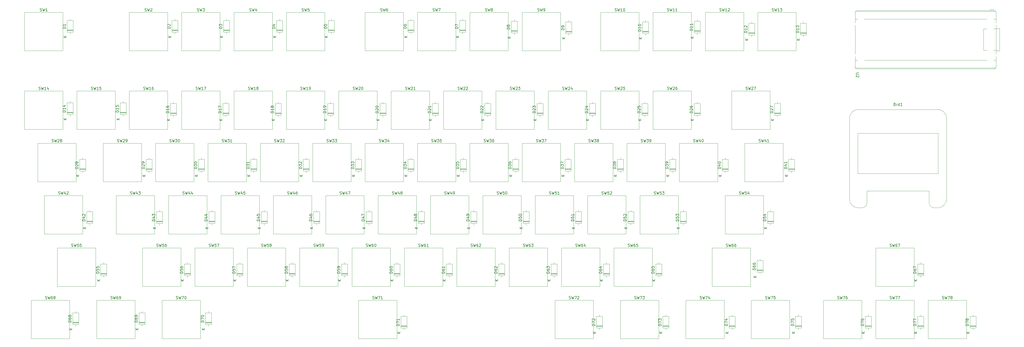
<source format=gbr>
%TF.GenerationSoftware,KiCad,Pcbnew,9.0.2*%
%TF.CreationDate,2025-07-16T18:53:34+05:00*%
%TF.ProjectId,SR-U2764,53522d55-3237-4363-942e-6b696361645f,rev?*%
%TF.SameCoordinates,Original*%
%TF.FileFunction,Legend,Top*%
%TF.FilePolarity,Positive*%
%FSLAX46Y46*%
G04 Gerber Fmt 4.6, Leading zero omitted, Abs format (unit mm)*
G04 Created by KiCad (PCBNEW 9.0.2) date 2025-07-16 18:53:34*
%MOMM*%
%LPD*%
G01*
G04 APERTURE LIST*
%ADD10C,0.150000*%
%ADD11C,0.120000*%
G04 APERTURE END LIST*
D10*
X268509226Y-39133200D02*
X268652083Y-39180819D01*
X268652083Y-39180819D02*
X268890178Y-39180819D01*
X268890178Y-39180819D02*
X268985416Y-39133200D01*
X268985416Y-39133200D02*
X269033035Y-39085580D01*
X269033035Y-39085580D02*
X269080654Y-38990342D01*
X269080654Y-38990342D02*
X269080654Y-38895104D01*
X269080654Y-38895104D02*
X269033035Y-38799866D01*
X269033035Y-38799866D02*
X268985416Y-38752247D01*
X268985416Y-38752247D02*
X268890178Y-38704628D01*
X268890178Y-38704628D02*
X268699702Y-38657009D01*
X268699702Y-38657009D02*
X268604464Y-38609390D01*
X268604464Y-38609390D02*
X268556845Y-38561771D01*
X268556845Y-38561771D02*
X268509226Y-38466533D01*
X268509226Y-38466533D02*
X268509226Y-38371295D01*
X268509226Y-38371295D02*
X268556845Y-38276057D01*
X268556845Y-38276057D02*
X268604464Y-38228438D01*
X268604464Y-38228438D02*
X268699702Y-38180819D01*
X268699702Y-38180819D02*
X268937797Y-38180819D01*
X268937797Y-38180819D02*
X269080654Y-38228438D01*
X269413988Y-38180819D02*
X269652083Y-39180819D01*
X269652083Y-39180819D02*
X269842559Y-38466533D01*
X269842559Y-38466533D02*
X270033035Y-39180819D01*
X270033035Y-39180819D02*
X270271131Y-38180819D01*
X271175892Y-39180819D02*
X270604464Y-39180819D01*
X270890178Y-39180819D02*
X270890178Y-38180819D01*
X270890178Y-38180819D02*
X270794940Y-38323676D01*
X270794940Y-38323676D02*
X270699702Y-38418914D01*
X270699702Y-38418914D02*
X270604464Y-38466533D01*
X272128273Y-39180819D02*
X271556845Y-39180819D01*
X271842559Y-39180819D02*
X271842559Y-38180819D01*
X271842559Y-38180819D02*
X271747321Y-38323676D01*
X271747321Y-38323676D02*
X271652083Y-38418914D01*
X271652083Y-38418914D02*
X271556845Y-38466533D01*
X242174819Y-153614285D02*
X241174819Y-153614285D01*
X241174819Y-153614285D02*
X241174819Y-153376190D01*
X241174819Y-153376190D02*
X241222438Y-153233333D01*
X241222438Y-153233333D02*
X241317676Y-153138095D01*
X241317676Y-153138095D02*
X241412914Y-153090476D01*
X241412914Y-153090476D02*
X241603390Y-153042857D01*
X241603390Y-153042857D02*
X241746247Y-153042857D01*
X241746247Y-153042857D02*
X241936723Y-153090476D01*
X241936723Y-153090476D02*
X242031961Y-153138095D01*
X242031961Y-153138095D02*
X242127200Y-153233333D01*
X242127200Y-153233333D02*
X242174819Y-153376190D01*
X242174819Y-153376190D02*
X242174819Y-153614285D01*
X241174819Y-152709523D02*
X241174819Y-152042857D01*
X241174819Y-152042857D02*
X242174819Y-152471428D01*
X241270057Y-151709523D02*
X241222438Y-151661904D01*
X241222438Y-151661904D02*
X241174819Y-151566666D01*
X241174819Y-151566666D02*
X241174819Y-151328571D01*
X241174819Y-151328571D02*
X241222438Y-151233333D01*
X241222438Y-151233333D02*
X241270057Y-151185714D01*
X241270057Y-151185714D02*
X241365295Y-151138095D01*
X241365295Y-151138095D02*
X241460533Y-151138095D01*
X241460533Y-151138095D02*
X241603390Y-151185714D01*
X241603390Y-151185714D02*
X242174819Y-151757142D01*
X242174819Y-151757142D02*
X242174819Y-151138095D01*
X242494819Y-156471904D02*
X241494819Y-156471904D01*
X242494819Y-155900476D02*
X241923390Y-156329047D01*
X241494819Y-155900476D02*
X242066247Y-156471904D01*
X139304819Y-115514285D02*
X138304819Y-115514285D01*
X138304819Y-115514285D02*
X138304819Y-115276190D01*
X138304819Y-115276190D02*
X138352438Y-115133333D01*
X138352438Y-115133333D02*
X138447676Y-115038095D01*
X138447676Y-115038095D02*
X138542914Y-114990476D01*
X138542914Y-114990476D02*
X138733390Y-114942857D01*
X138733390Y-114942857D02*
X138876247Y-114942857D01*
X138876247Y-114942857D02*
X139066723Y-114990476D01*
X139066723Y-114990476D02*
X139161961Y-115038095D01*
X139161961Y-115038095D02*
X139257200Y-115133333D01*
X139257200Y-115133333D02*
X139304819Y-115276190D01*
X139304819Y-115276190D02*
X139304819Y-115514285D01*
X138638152Y-114085714D02*
X139304819Y-114085714D01*
X138257200Y-114323809D02*
X138971485Y-114561904D01*
X138971485Y-114561904D02*
X138971485Y-113942857D01*
X138304819Y-113133333D02*
X138304819Y-113323809D01*
X138304819Y-113323809D02*
X138352438Y-113419047D01*
X138352438Y-113419047D02*
X138400057Y-113466666D01*
X138400057Y-113466666D02*
X138542914Y-113561904D01*
X138542914Y-113561904D02*
X138733390Y-113609523D01*
X138733390Y-113609523D02*
X139114342Y-113609523D01*
X139114342Y-113609523D02*
X139209580Y-113561904D01*
X139209580Y-113561904D02*
X139257200Y-113514285D01*
X139257200Y-113514285D02*
X139304819Y-113419047D01*
X139304819Y-113419047D02*
X139304819Y-113228571D01*
X139304819Y-113228571D02*
X139257200Y-113133333D01*
X139257200Y-113133333D02*
X139209580Y-113085714D01*
X139209580Y-113085714D02*
X139114342Y-113038095D01*
X139114342Y-113038095D02*
X138876247Y-113038095D01*
X138876247Y-113038095D02*
X138781009Y-113085714D01*
X138781009Y-113085714D02*
X138733390Y-113133333D01*
X138733390Y-113133333D02*
X138685771Y-113228571D01*
X138685771Y-113228571D02*
X138685771Y-113419047D01*
X138685771Y-113419047D02*
X138733390Y-113514285D01*
X138733390Y-113514285D02*
X138781009Y-113561904D01*
X138781009Y-113561904D02*
X138876247Y-113609523D01*
X139624819Y-118371904D02*
X138624819Y-118371904D01*
X139624819Y-117800476D02*
X139053390Y-118229047D01*
X138624819Y-117800476D02*
X139196247Y-118371904D01*
X258938819Y-46426285D02*
X257938819Y-46426285D01*
X257938819Y-46426285D02*
X257938819Y-46188190D01*
X257938819Y-46188190D02*
X257986438Y-46045333D01*
X257986438Y-46045333D02*
X258081676Y-45950095D01*
X258081676Y-45950095D02*
X258176914Y-45902476D01*
X258176914Y-45902476D02*
X258367390Y-45854857D01*
X258367390Y-45854857D02*
X258510247Y-45854857D01*
X258510247Y-45854857D02*
X258700723Y-45902476D01*
X258700723Y-45902476D02*
X258795961Y-45950095D01*
X258795961Y-45950095D02*
X258891200Y-46045333D01*
X258891200Y-46045333D02*
X258938819Y-46188190D01*
X258938819Y-46188190D02*
X258938819Y-46426285D01*
X258938819Y-44902476D02*
X258938819Y-45473904D01*
X258938819Y-45188190D02*
X257938819Y-45188190D01*
X257938819Y-45188190D02*
X258081676Y-45283428D01*
X258081676Y-45283428D02*
X258176914Y-45378666D01*
X258176914Y-45378666D02*
X258224533Y-45473904D01*
X257938819Y-44283428D02*
X257938819Y-44188190D01*
X257938819Y-44188190D02*
X257986438Y-44092952D01*
X257986438Y-44092952D02*
X258034057Y-44045333D01*
X258034057Y-44045333D02*
X258129295Y-43997714D01*
X258129295Y-43997714D02*
X258319771Y-43950095D01*
X258319771Y-43950095D02*
X258557866Y-43950095D01*
X258557866Y-43950095D02*
X258748342Y-43997714D01*
X258748342Y-43997714D02*
X258843580Y-44045333D01*
X258843580Y-44045333D02*
X258891200Y-44092952D01*
X258891200Y-44092952D02*
X258938819Y-44188190D01*
X258938819Y-44188190D02*
X258938819Y-44283428D01*
X258938819Y-44283428D02*
X258891200Y-44378666D01*
X258891200Y-44378666D02*
X258843580Y-44426285D01*
X258843580Y-44426285D02*
X258748342Y-44473904D01*
X258748342Y-44473904D02*
X258557866Y-44521523D01*
X258557866Y-44521523D02*
X258319771Y-44521523D01*
X258319771Y-44521523D02*
X258129295Y-44473904D01*
X258129295Y-44473904D02*
X258034057Y-44426285D01*
X258034057Y-44426285D02*
X257986438Y-44378666D01*
X257986438Y-44378666D02*
X257938819Y-44283428D01*
X259258819Y-49283904D02*
X258258819Y-49283904D01*
X259258819Y-48712476D02*
X258687390Y-49141047D01*
X258258819Y-48712476D02*
X258830247Y-49283904D01*
X197071726Y-124858200D02*
X197214583Y-124905819D01*
X197214583Y-124905819D02*
X197452678Y-124905819D01*
X197452678Y-124905819D02*
X197547916Y-124858200D01*
X197547916Y-124858200D02*
X197595535Y-124810580D01*
X197595535Y-124810580D02*
X197643154Y-124715342D01*
X197643154Y-124715342D02*
X197643154Y-124620104D01*
X197643154Y-124620104D02*
X197595535Y-124524866D01*
X197595535Y-124524866D02*
X197547916Y-124477247D01*
X197547916Y-124477247D02*
X197452678Y-124429628D01*
X197452678Y-124429628D02*
X197262202Y-124382009D01*
X197262202Y-124382009D02*
X197166964Y-124334390D01*
X197166964Y-124334390D02*
X197119345Y-124286771D01*
X197119345Y-124286771D02*
X197071726Y-124191533D01*
X197071726Y-124191533D02*
X197071726Y-124096295D01*
X197071726Y-124096295D02*
X197119345Y-124001057D01*
X197119345Y-124001057D02*
X197166964Y-123953438D01*
X197166964Y-123953438D02*
X197262202Y-123905819D01*
X197262202Y-123905819D02*
X197500297Y-123905819D01*
X197500297Y-123905819D02*
X197643154Y-123953438D01*
X197976488Y-123905819D02*
X198214583Y-124905819D01*
X198214583Y-124905819D02*
X198405059Y-124191533D01*
X198405059Y-124191533D02*
X198595535Y-124905819D01*
X198595535Y-124905819D02*
X198833631Y-123905819D01*
X199643154Y-123905819D02*
X199452678Y-123905819D01*
X199452678Y-123905819D02*
X199357440Y-123953438D01*
X199357440Y-123953438D02*
X199309821Y-124001057D01*
X199309821Y-124001057D02*
X199214583Y-124143914D01*
X199214583Y-124143914D02*
X199166964Y-124334390D01*
X199166964Y-124334390D02*
X199166964Y-124715342D01*
X199166964Y-124715342D02*
X199214583Y-124810580D01*
X199214583Y-124810580D02*
X199262202Y-124858200D01*
X199262202Y-124858200D02*
X199357440Y-124905819D01*
X199357440Y-124905819D02*
X199547916Y-124905819D01*
X199547916Y-124905819D02*
X199643154Y-124858200D01*
X199643154Y-124858200D02*
X199690773Y-124810580D01*
X199690773Y-124810580D02*
X199738392Y-124715342D01*
X199738392Y-124715342D02*
X199738392Y-124477247D01*
X199738392Y-124477247D02*
X199690773Y-124382009D01*
X199690773Y-124382009D02*
X199643154Y-124334390D01*
X199643154Y-124334390D02*
X199547916Y-124286771D01*
X199547916Y-124286771D02*
X199357440Y-124286771D01*
X199357440Y-124286771D02*
X199262202Y-124334390D01*
X199262202Y-124334390D02*
X199214583Y-124382009D01*
X199214583Y-124382009D02*
X199166964Y-124477247D01*
X200119345Y-124001057D02*
X200166964Y-123953438D01*
X200166964Y-123953438D02*
X200262202Y-123905819D01*
X200262202Y-123905819D02*
X200500297Y-123905819D01*
X200500297Y-123905819D02*
X200595535Y-123953438D01*
X200595535Y-123953438D02*
X200643154Y-124001057D01*
X200643154Y-124001057D02*
X200690773Y-124096295D01*
X200690773Y-124096295D02*
X200690773Y-124191533D01*
X200690773Y-124191533D02*
X200643154Y-124334390D01*
X200643154Y-124334390D02*
X200071726Y-124905819D01*
X200071726Y-124905819D02*
X200690773Y-124905819D01*
X82771726Y-124858200D02*
X82914583Y-124905819D01*
X82914583Y-124905819D02*
X83152678Y-124905819D01*
X83152678Y-124905819D02*
X83247916Y-124858200D01*
X83247916Y-124858200D02*
X83295535Y-124810580D01*
X83295535Y-124810580D02*
X83343154Y-124715342D01*
X83343154Y-124715342D02*
X83343154Y-124620104D01*
X83343154Y-124620104D02*
X83295535Y-124524866D01*
X83295535Y-124524866D02*
X83247916Y-124477247D01*
X83247916Y-124477247D02*
X83152678Y-124429628D01*
X83152678Y-124429628D02*
X82962202Y-124382009D01*
X82962202Y-124382009D02*
X82866964Y-124334390D01*
X82866964Y-124334390D02*
X82819345Y-124286771D01*
X82819345Y-124286771D02*
X82771726Y-124191533D01*
X82771726Y-124191533D02*
X82771726Y-124096295D01*
X82771726Y-124096295D02*
X82819345Y-124001057D01*
X82819345Y-124001057D02*
X82866964Y-123953438D01*
X82866964Y-123953438D02*
X82962202Y-123905819D01*
X82962202Y-123905819D02*
X83200297Y-123905819D01*
X83200297Y-123905819D02*
X83343154Y-123953438D01*
X83676488Y-123905819D02*
X83914583Y-124905819D01*
X83914583Y-124905819D02*
X84105059Y-124191533D01*
X84105059Y-124191533D02*
X84295535Y-124905819D01*
X84295535Y-124905819D02*
X84533631Y-123905819D01*
X85390773Y-123905819D02*
X84914583Y-123905819D01*
X84914583Y-123905819D02*
X84866964Y-124382009D01*
X84866964Y-124382009D02*
X84914583Y-124334390D01*
X84914583Y-124334390D02*
X85009821Y-124286771D01*
X85009821Y-124286771D02*
X85247916Y-124286771D01*
X85247916Y-124286771D02*
X85343154Y-124334390D01*
X85343154Y-124334390D02*
X85390773Y-124382009D01*
X85390773Y-124382009D02*
X85438392Y-124477247D01*
X85438392Y-124477247D02*
X85438392Y-124715342D01*
X85438392Y-124715342D02*
X85390773Y-124810580D01*
X85390773Y-124810580D02*
X85343154Y-124858200D01*
X85343154Y-124858200D02*
X85247916Y-124905819D01*
X85247916Y-124905819D02*
X85009821Y-124905819D01*
X85009821Y-124905819D02*
X84914583Y-124858200D01*
X84914583Y-124858200D02*
X84866964Y-124810580D01*
X86295535Y-123905819D02*
X86105059Y-123905819D01*
X86105059Y-123905819D02*
X86009821Y-123953438D01*
X86009821Y-123953438D02*
X85962202Y-124001057D01*
X85962202Y-124001057D02*
X85866964Y-124143914D01*
X85866964Y-124143914D02*
X85819345Y-124334390D01*
X85819345Y-124334390D02*
X85819345Y-124715342D01*
X85819345Y-124715342D02*
X85866964Y-124810580D01*
X85866964Y-124810580D02*
X85914583Y-124858200D01*
X85914583Y-124858200D02*
X86009821Y-124905819D01*
X86009821Y-124905819D02*
X86200297Y-124905819D01*
X86200297Y-124905819D02*
X86295535Y-124858200D01*
X86295535Y-124858200D02*
X86343154Y-124810580D01*
X86343154Y-124810580D02*
X86390773Y-124715342D01*
X86390773Y-124715342D02*
X86390773Y-124477247D01*
X86390773Y-124477247D02*
X86343154Y-124382009D01*
X86343154Y-124382009D02*
X86295535Y-124334390D01*
X86295535Y-124334390D02*
X86200297Y-124286771D01*
X86200297Y-124286771D02*
X86009821Y-124286771D01*
X86009821Y-124286771D02*
X85914583Y-124334390D01*
X85914583Y-124334390D02*
X85866964Y-124382009D01*
X85866964Y-124382009D02*
X85819345Y-124477247D01*
X135159226Y-67708200D02*
X135302083Y-67755819D01*
X135302083Y-67755819D02*
X135540178Y-67755819D01*
X135540178Y-67755819D02*
X135635416Y-67708200D01*
X135635416Y-67708200D02*
X135683035Y-67660580D01*
X135683035Y-67660580D02*
X135730654Y-67565342D01*
X135730654Y-67565342D02*
X135730654Y-67470104D01*
X135730654Y-67470104D02*
X135683035Y-67374866D01*
X135683035Y-67374866D02*
X135635416Y-67327247D01*
X135635416Y-67327247D02*
X135540178Y-67279628D01*
X135540178Y-67279628D02*
X135349702Y-67232009D01*
X135349702Y-67232009D02*
X135254464Y-67184390D01*
X135254464Y-67184390D02*
X135206845Y-67136771D01*
X135206845Y-67136771D02*
X135159226Y-67041533D01*
X135159226Y-67041533D02*
X135159226Y-66946295D01*
X135159226Y-66946295D02*
X135206845Y-66851057D01*
X135206845Y-66851057D02*
X135254464Y-66803438D01*
X135254464Y-66803438D02*
X135349702Y-66755819D01*
X135349702Y-66755819D02*
X135587797Y-66755819D01*
X135587797Y-66755819D02*
X135730654Y-66803438D01*
X136063988Y-66755819D02*
X136302083Y-67755819D01*
X136302083Y-67755819D02*
X136492559Y-67041533D01*
X136492559Y-67041533D02*
X136683035Y-67755819D01*
X136683035Y-67755819D02*
X136921131Y-66755819D01*
X137825892Y-67755819D02*
X137254464Y-67755819D01*
X137540178Y-67755819D02*
X137540178Y-66755819D01*
X137540178Y-66755819D02*
X137444940Y-66898676D01*
X137444940Y-66898676D02*
X137349702Y-66993914D01*
X137349702Y-66993914D02*
X137254464Y-67041533D01*
X138302083Y-67755819D02*
X138492559Y-67755819D01*
X138492559Y-67755819D02*
X138587797Y-67708200D01*
X138587797Y-67708200D02*
X138635416Y-67660580D01*
X138635416Y-67660580D02*
X138730654Y-67517723D01*
X138730654Y-67517723D02*
X138778273Y-67327247D01*
X138778273Y-67327247D02*
X138778273Y-66946295D01*
X138778273Y-66946295D02*
X138730654Y-66851057D01*
X138730654Y-66851057D02*
X138683035Y-66803438D01*
X138683035Y-66803438D02*
X138587797Y-66755819D01*
X138587797Y-66755819D02*
X138397321Y-66755819D01*
X138397321Y-66755819D02*
X138302083Y-66803438D01*
X138302083Y-66803438D02*
X138254464Y-66851057D01*
X138254464Y-66851057D02*
X138206845Y-66946295D01*
X138206845Y-66946295D02*
X138206845Y-67184390D01*
X138206845Y-67184390D02*
X138254464Y-67279628D01*
X138254464Y-67279628D02*
X138302083Y-67327247D01*
X138302083Y-67327247D02*
X138397321Y-67374866D01*
X138397321Y-67374866D02*
X138587797Y-67374866D01*
X138587797Y-67374866D02*
X138683035Y-67327247D01*
X138683035Y-67327247D02*
X138730654Y-67279628D01*
X138730654Y-67279628D02*
X138778273Y-67184390D01*
X314564819Y-153614285D02*
X313564819Y-153614285D01*
X313564819Y-153614285D02*
X313564819Y-153376190D01*
X313564819Y-153376190D02*
X313612438Y-153233333D01*
X313612438Y-153233333D02*
X313707676Y-153138095D01*
X313707676Y-153138095D02*
X313802914Y-153090476D01*
X313802914Y-153090476D02*
X313993390Y-153042857D01*
X313993390Y-153042857D02*
X314136247Y-153042857D01*
X314136247Y-153042857D02*
X314326723Y-153090476D01*
X314326723Y-153090476D02*
X314421961Y-153138095D01*
X314421961Y-153138095D02*
X314517200Y-153233333D01*
X314517200Y-153233333D02*
X314564819Y-153376190D01*
X314564819Y-153376190D02*
X314564819Y-153614285D01*
X313564819Y-152709523D02*
X313564819Y-152042857D01*
X313564819Y-152042857D02*
X314564819Y-152471428D01*
X313564819Y-151185714D02*
X313564819Y-151661904D01*
X313564819Y-151661904D02*
X314041009Y-151709523D01*
X314041009Y-151709523D02*
X313993390Y-151661904D01*
X313993390Y-151661904D02*
X313945771Y-151566666D01*
X313945771Y-151566666D02*
X313945771Y-151328571D01*
X313945771Y-151328571D02*
X313993390Y-151233333D01*
X313993390Y-151233333D02*
X314041009Y-151185714D01*
X314041009Y-151185714D02*
X314136247Y-151138095D01*
X314136247Y-151138095D02*
X314374342Y-151138095D01*
X314374342Y-151138095D02*
X314469580Y-151185714D01*
X314469580Y-151185714D02*
X314517200Y-151233333D01*
X314517200Y-151233333D02*
X314564819Y-151328571D01*
X314564819Y-151328571D02*
X314564819Y-151566666D01*
X314564819Y-151566666D02*
X314517200Y-151661904D01*
X314517200Y-151661904D02*
X314469580Y-151709523D01*
X314884819Y-156471904D02*
X313884819Y-156471904D01*
X314884819Y-155900476D02*
X314313390Y-156329047D01*
X313884819Y-155900476D02*
X314456247Y-156471904D01*
X106584226Y-86758200D02*
X106727083Y-86805819D01*
X106727083Y-86805819D02*
X106965178Y-86805819D01*
X106965178Y-86805819D02*
X107060416Y-86758200D01*
X107060416Y-86758200D02*
X107108035Y-86710580D01*
X107108035Y-86710580D02*
X107155654Y-86615342D01*
X107155654Y-86615342D02*
X107155654Y-86520104D01*
X107155654Y-86520104D02*
X107108035Y-86424866D01*
X107108035Y-86424866D02*
X107060416Y-86377247D01*
X107060416Y-86377247D02*
X106965178Y-86329628D01*
X106965178Y-86329628D02*
X106774702Y-86282009D01*
X106774702Y-86282009D02*
X106679464Y-86234390D01*
X106679464Y-86234390D02*
X106631845Y-86186771D01*
X106631845Y-86186771D02*
X106584226Y-86091533D01*
X106584226Y-86091533D02*
X106584226Y-85996295D01*
X106584226Y-85996295D02*
X106631845Y-85901057D01*
X106631845Y-85901057D02*
X106679464Y-85853438D01*
X106679464Y-85853438D02*
X106774702Y-85805819D01*
X106774702Y-85805819D02*
X107012797Y-85805819D01*
X107012797Y-85805819D02*
X107155654Y-85853438D01*
X107488988Y-85805819D02*
X107727083Y-86805819D01*
X107727083Y-86805819D02*
X107917559Y-86091533D01*
X107917559Y-86091533D02*
X108108035Y-86805819D01*
X108108035Y-86805819D02*
X108346131Y-85805819D01*
X108631845Y-85805819D02*
X109250892Y-85805819D01*
X109250892Y-85805819D02*
X108917559Y-86186771D01*
X108917559Y-86186771D02*
X109060416Y-86186771D01*
X109060416Y-86186771D02*
X109155654Y-86234390D01*
X109155654Y-86234390D02*
X109203273Y-86282009D01*
X109203273Y-86282009D02*
X109250892Y-86377247D01*
X109250892Y-86377247D02*
X109250892Y-86615342D01*
X109250892Y-86615342D02*
X109203273Y-86710580D01*
X109203273Y-86710580D02*
X109155654Y-86758200D01*
X109155654Y-86758200D02*
X109060416Y-86805819D01*
X109060416Y-86805819D02*
X108774702Y-86805819D01*
X108774702Y-86805819D02*
X108679464Y-86758200D01*
X108679464Y-86758200D02*
X108631845Y-86710580D01*
X110203273Y-86805819D02*
X109631845Y-86805819D01*
X109917559Y-86805819D02*
X109917559Y-85805819D01*
X109917559Y-85805819D02*
X109822321Y-85948676D01*
X109822321Y-85948676D02*
X109727083Y-86043914D01*
X109727083Y-86043914D02*
X109631845Y-86091533D01*
X120871726Y-124858200D02*
X121014583Y-124905819D01*
X121014583Y-124905819D02*
X121252678Y-124905819D01*
X121252678Y-124905819D02*
X121347916Y-124858200D01*
X121347916Y-124858200D02*
X121395535Y-124810580D01*
X121395535Y-124810580D02*
X121443154Y-124715342D01*
X121443154Y-124715342D02*
X121443154Y-124620104D01*
X121443154Y-124620104D02*
X121395535Y-124524866D01*
X121395535Y-124524866D02*
X121347916Y-124477247D01*
X121347916Y-124477247D02*
X121252678Y-124429628D01*
X121252678Y-124429628D02*
X121062202Y-124382009D01*
X121062202Y-124382009D02*
X120966964Y-124334390D01*
X120966964Y-124334390D02*
X120919345Y-124286771D01*
X120919345Y-124286771D02*
X120871726Y-124191533D01*
X120871726Y-124191533D02*
X120871726Y-124096295D01*
X120871726Y-124096295D02*
X120919345Y-124001057D01*
X120919345Y-124001057D02*
X120966964Y-123953438D01*
X120966964Y-123953438D02*
X121062202Y-123905819D01*
X121062202Y-123905819D02*
X121300297Y-123905819D01*
X121300297Y-123905819D02*
X121443154Y-123953438D01*
X121776488Y-123905819D02*
X122014583Y-124905819D01*
X122014583Y-124905819D02*
X122205059Y-124191533D01*
X122205059Y-124191533D02*
X122395535Y-124905819D01*
X122395535Y-124905819D02*
X122633631Y-123905819D01*
X123490773Y-123905819D02*
X123014583Y-123905819D01*
X123014583Y-123905819D02*
X122966964Y-124382009D01*
X122966964Y-124382009D02*
X123014583Y-124334390D01*
X123014583Y-124334390D02*
X123109821Y-124286771D01*
X123109821Y-124286771D02*
X123347916Y-124286771D01*
X123347916Y-124286771D02*
X123443154Y-124334390D01*
X123443154Y-124334390D02*
X123490773Y-124382009D01*
X123490773Y-124382009D02*
X123538392Y-124477247D01*
X123538392Y-124477247D02*
X123538392Y-124715342D01*
X123538392Y-124715342D02*
X123490773Y-124810580D01*
X123490773Y-124810580D02*
X123443154Y-124858200D01*
X123443154Y-124858200D02*
X123347916Y-124905819D01*
X123347916Y-124905819D02*
X123109821Y-124905819D01*
X123109821Y-124905819D02*
X123014583Y-124858200D01*
X123014583Y-124858200D02*
X122966964Y-124810580D01*
X124109821Y-124334390D02*
X124014583Y-124286771D01*
X124014583Y-124286771D02*
X123966964Y-124239152D01*
X123966964Y-124239152D02*
X123919345Y-124143914D01*
X123919345Y-124143914D02*
X123919345Y-124096295D01*
X123919345Y-124096295D02*
X123966964Y-124001057D01*
X123966964Y-124001057D02*
X124014583Y-123953438D01*
X124014583Y-123953438D02*
X124109821Y-123905819D01*
X124109821Y-123905819D02*
X124300297Y-123905819D01*
X124300297Y-123905819D02*
X124395535Y-123953438D01*
X124395535Y-123953438D02*
X124443154Y-124001057D01*
X124443154Y-124001057D02*
X124490773Y-124096295D01*
X124490773Y-124096295D02*
X124490773Y-124143914D01*
X124490773Y-124143914D02*
X124443154Y-124239152D01*
X124443154Y-124239152D02*
X124395535Y-124286771D01*
X124395535Y-124286771D02*
X124300297Y-124334390D01*
X124300297Y-124334390D02*
X124109821Y-124334390D01*
X124109821Y-124334390D02*
X124014583Y-124382009D01*
X124014583Y-124382009D02*
X123966964Y-124429628D01*
X123966964Y-124429628D02*
X123919345Y-124524866D01*
X123919345Y-124524866D02*
X123919345Y-124715342D01*
X123919345Y-124715342D02*
X123966964Y-124810580D01*
X123966964Y-124810580D02*
X124014583Y-124858200D01*
X124014583Y-124858200D02*
X124109821Y-124905819D01*
X124109821Y-124905819D02*
X124300297Y-124905819D01*
X124300297Y-124905819D02*
X124395535Y-124858200D01*
X124395535Y-124858200D02*
X124443154Y-124810580D01*
X124443154Y-124810580D02*
X124490773Y-124715342D01*
X124490773Y-124715342D02*
X124490773Y-124524866D01*
X124490773Y-124524866D02*
X124443154Y-124429628D01*
X124443154Y-124429628D02*
X124395535Y-124382009D01*
X124395535Y-124382009D02*
X124300297Y-124334390D01*
X230744819Y-96464285D02*
X229744819Y-96464285D01*
X229744819Y-96464285D02*
X229744819Y-96226190D01*
X229744819Y-96226190D02*
X229792438Y-96083333D01*
X229792438Y-96083333D02*
X229887676Y-95988095D01*
X229887676Y-95988095D02*
X229982914Y-95940476D01*
X229982914Y-95940476D02*
X230173390Y-95892857D01*
X230173390Y-95892857D02*
X230316247Y-95892857D01*
X230316247Y-95892857D02*
X230506723Y-95940476D01*
X230506723Y-95940476D02*
X230601961Y-95988095D01*
X230601961Y-95988095D02*
X230697200Y-96083333D01*
X230697200Y-96083333D02*
X230744819Y-96226190D01*
X230744819Y-96226190D02*
X230744819Y-96464285D01*
X229744819Y-95559523D02*
X229744819Y-94940476D01*
X229744819Y-94940476D02*
X230125771Y-95273809D01*
X230125771Y-95273809D02*
X230125771Y-95130952D01*
X230125771Y-95130952D02*
X230173390Y-95035714D01*
X230173390Y-95035714D02*
X230221009Y-94988095D01*
X230221009Y-94988095D02*
X230316247Y-94940476D01*
X230316247Y-94940476D02*
X230554342Y-94940476D01*
X230554342Y-94940476D02*
X230649580Y-94988095D01*
X230649580Y-94988095D02*
X230697200Y-95035714D01*
X230697200Y-95035714D02*
X230744819Y-95130952D01*
X230744819Y-95130952D02*
X230744819Y-95416666D01*
X230744819Y-95416666D02*
X230697200Y-95511904D01*
X230697200Y-95511904D02*
X230649580Y-95559523D01*
X229744819Y-94607142D02*
X229744819Y-93940476D01*
X229744819Y-93940476D02*
X230744819Y-94369047D01*
X231064819Y-99321904D02*
X230064819Y-99321904D01*
X231064819Y-98750476D02*
X230493390Y-99179047D01*
X230064819Y-98750476D02*
X230636247Y-99321904D01*
X201534819Y-76144285D02*
X200534819Y-76144285D01*
X200534819Y-76144285D02*
X200534819Y-75906190D01*
X200534819Y-75906190D02*
X200582438Y-75763333D01*
X200582438Y-75763333D02*
X200677676Y-75668095D01*
X200677676Y-75668095D02*
X200772914Y-75620476D01*
X200772914Y-75620476D02*
X200963390Y-75572857D01*
X200963390Y-75572857D02*
X201106247Y-75572857D01*
X201106247Y-75572857D02*
X201296723Y-75620476D01*
X201296723Y-75620476D02*
X201391961Y-75668095D01*
X201391961Y-75668095D02*
X201487200Y-75763333D01*
X201487200Y-75763333D02*
X201534819Y-75906190D01*
X201534819Y-75906190D02*
X201534819Y-76144285D01*
X200630057Y-75191904D02*
X200582438Y-75144285D01*
X200582438Y-75144285D02*
X200534819Y-75049047D01*
X200534819Y-75049047D02*
X200534819Y-74810952D01*
X200534819Y-74810952D02*
X200582438Y-74715714D01*
X200582438Y-74715714D02*
X200630057Y-74668095D01*
X200630057Y-74668095D02*
X200725295Y-74620476D01*
X200725295Y-74620476D02*
X200820533Y-74620476D01*
X200820533Y-74620476D02*
X200963390Y-74668095D01*
X200963390Y-74668095D02*
X201534819Y-75239523D01*
X201534819Y-75239523D02*
X201534819Y-74620476D01*
X200630057Y-74239523D02*
X200582438Y-74191904D01*
X200582438Y-74191904D02*
X200534819Y-74096666D01*
X200534819Y-74096666D02*
X200534819Y-73858571D01*
X200534819Y-73858571D02*
X200582438Y-73763333D01*
X200582438Y-73763333D02*
X200630057Y-73715714D01*
X200630057Y-73715714D02*
X200725295Y-73668095D01*
X200725295Y-73668095D02*
X200820533Y-73668095D01*
X200820533Y-73668095D02*
X200963390Y-73715714D01*
X200963390Y-73715714D02*
X201534819Y-74287142D01*
X201534819Y-74287142D02*
X201534819Y-73668095D01*
X201854819Y-79001904D02*
X200854819Y-79001904D01*
X201854819Y-78430476D02*
X201283390Y-78859047D01*
X200854819Y-78430476D02*
X201426247Y-79001904D01*
X268844819Y-96464285D02*
X267844819Y-96464285D01*
X267844819Y-96464285D02*
X267844819Y-96226190D01*
X267844819Y-96226190D02*
X267892438Y-96083333D01*
X267892438Y-96083333D02*
X267987676Y-95988095D01*
X267987676Y-95988095D02*
X268082914Y-95940476D01*
X268082914Y-95940476D02*
X268273390Y-95892857D01*
X268273390Y-95892857D02*
X268416247Y-95892857D01*
X268416247Y-95892857D02*
X268606723Y-95940476D01*
X268606723Y-95940476D02*
X268701961Y-95988095D01*
X268701961Y-95988095D02*
X268797200Y-96083333D01*
X268797200Y-96083333D02*
X268844819Y-96226190D01*
X268844819Y-96226190D02*
X268844819Y-96464285D01*
X267844819Y-95559523D02*
X267844819Y-94940476D01*
X267844819Y-94940476D02*
X268225771Y-95273809D01*
X268225771Y-95273809D02*
X268225771Y-95130952D01*
X268225771Y-95130952D02*
X268273390Y-95035714D01*
X268273390Y-95035714D02*
X268321009Y-94988095D01*
X268321009Y-94988095D02*
X268416247Y-94940476D01*
X268416247Y-94940476D02*
X268654342Y-94940476D01*
X268654342Y-94940476D02*
X268749580Y-94988095D01*
X268749580Y-94988095D02*
X268797200Y-95035714D01*
X268797200Y-95035714D02*
X268844819Y-95130952D01*
X268844819Y-95130952D02*
X268844819Y-95416666D01*
X268844819Y-95416666D02*
X268797200Y-95511904D01*
X268797200Y-95511904D02*
X268749580Y-95559523D01*
X268844819Y-94464285D02*
X268844819Y-94273809D01*
X268844819Y-94273809D02*
X268797200Y-94178571D01*
X268797200Y-94178571D02*
X268749580Y-94130952D01*
X268749580Y-94130952D02*
X268606723Y-94035714D01*
X268606723Y-94035714D02*
X268416247Y-93988095D01*
X268416247Y-93988095D02*
X268035295Y-93988095D01*
X268035295Y-93988095D02*
X267940057Y-94035714D01*
X267940057Y-94035714D02*
X267892438Y-94083333D01*
X267892438Y-94083333D02*
X267844819Y-94178571D01*
X267844819Y-94178571D02*
X267844819Y-94369047D01*
X267844819Y-94369047D02*
X267892438Y-94464285D01*
X267892438Y-94464285D02*
X267940057Y-94511904D01*
X267940057Y-94511904D02*
X268035295Y-94559523D01*
X268035295Y-94559523D02*
X268273390Y-94559523D01*
X268273390Y-94559523D02*
X268368628Y-94511904D01*
X268368628Y-94511904D02*
X268416247Y-94464285D01*
X268416247Y-94464285D02*
X268463866Y-94369047D01*
X268463866Y-94369047D02*
X268463866Y-94178571D01*
X268463866Y-94178571D02*
X268416247Y-94083333D01*
X268416247Y-94083333D02*
X268368628Y-94035714D01*
X268368628Y-94035714D02*
X268273390Y-93988095D01*
X269164819Y-99321904D02*
X268164819Y-99321904D01*
X269164819Y-98750476D02*
X268593390Y-99179047D01*
X268164819Y-98750476D02*
X268736247Y-99321904D01*
X49642819Y-75890285D02*
X48642819Y-75890285D01*
X48642819Y-75890285D02*
X48642819Y-75652190D01*
X48642819Y-75652190D02*
X48690438Y-75509333D01*
X48690438Y-75509333D02*
X48785676Y-75414095D01*
X48785676Y-75414095D02*
X48880914Y-75366476D01*
X48880914Y-75366476D02*
X49071390Y-75318857D01*
X49071390Y-75318857D02*
X49214247Y-75318857D01*
X49214247Y-75318857D02*
X49404723Y-75366476D01*
X49404723Y-75366476D02*
X49499961Y-75414095D01*
X49499961Y-75414095D02*
X49595200Y-75509333D01*
X49595200Y-75509333D02*
X49642819Y-75652190D01*
X49642819Y-75652190D02*
X49642819Y-75890285D01*
X49642819Y-74366476D02*
X49642819Y-74937904D01*
X49642819Y-74652190D02*
X48642819Y-74652190D01*
X48642819Y-74652190D02*
X48785676Y-74747428D01*
X48785676Y-74747428D02*
X48880914Y-74842666D01*
X48880914Y-74842666D02*
X48928533Y-74937904D01*
X48976152Y-73509333D02*
X49642819Y-73509333D01*
X48595200Y-73747428D02*
X49309485Y-73985523D01*
X49309485Y-73985523D02*
X49309485Y-73366476D01*
X49962819Y-78747904D02*
X48962819Y-78747904D01*
X49962819Y-78176476D02*
X49391390Y-78605047D01*
X48962819Y-78176476D02*
X49534247Y-78747904D01*
X187546726Y-105808200D02*
X187689583Y-105855819D01*
X187689583Y-105855819D02*
X187927678Y-105855819D01*
X187927678Y-105855819D02*
X188022916Y-105808200D01*
X188022916Y-105808200D02*
X188070535Y-105760580D01*
X188070535Y-105760580D02*
X188118154Y-105665342D01*
X188118154Y-105665342D02*
X188118154Y-105570104D01*
X188118154Y-105570104D02*
X188070535Y-105474866D01*
X188070535Y-105474866D02*
X188022916Y-105427247D01*
X188022916Y-105427247D02*
X187927678Y-105379628D01*
X187927678Y-105379628D02*
X187737202Y-105332009D01*
X187737202Y-105332009D02*
X187641964Y-105284390D01*
X187641964Y-105284390D02*
X187594345Y-105236771D01*
X187594345Y-105236771D02*
X187546726Y-105141533D01*
X187546726Y-105141533D02*
X187546726Y-105046295D01*
X187546726Y-105046295D02*
X187594345Y-104951057D01*
X187594345Y-104951057D02*
X187641964Y-104903438D01*
X187641964Y-104903438D02*
X187737202Y-104855819D01*
X187737202Y-104855819D02*
X187975297Y-104855819D01*
X187975297Y-104855819D02*
X188118154Y-104903438D01*
X188451488Y-104855819D02*
X188689583Y-105855819D01*
X188689583Y-105855819D02*
X188880059Y-105141533D01*
X188880059Y-105141533D02*
X189070535Y-105855819D01*
X189070535Y-105855819D02*
X189308631Y-104855819D01*
X190118154Y-105189152D02*
X190118154Y-105855819D01*
X189880059Y-104808200D02*
X189641964Y-105522485D01*
X189641964Y-105522485D02*
X190261011Y-105522485D01*
X190689583Y-105855819D02*
X190880059Y-105855819D01*
X190880059Y-105855819D02*
X190975297Y-105808200D01*
X190975297Y-105808200D02*
X191022916Y-105760580D01*
X191022916Y-105760580D02*
X191118154Y-105617723D01*
X191118154Y-105617723D02*
X191165773Y-105427247D01*
X191165773Y-105427247D02*
X191165773Y-105046295D01*
X191165773Y-105046295D02*
X191118154Y-104951057D01*
X191118154Y-104951057D02*
X191070535Y-104903438D01*
X191070535Y-104903438D02*
X190975297Y-104855819D01*
X190975297Y-104855819D02*
X190784821Y-104855819D01*
X190784821Y-104855819D02*
X190689583Y-104903438D01*
X190689583Y-104903438D02*
X190641964Y-104951057D01*
X190641964Y-104951057D02*
X190594345Y-105046295D01*
X190594345Y-105046295D02*
X190594345Y-105284390D01*
X190594345Y-105284390D02*
X190641964Y-105379628D01*
X190641964Y-105379628D02*
X190689583Y-105427247D01*
X190689583Y-105427247D02*
X190784821Y-105474866D01*
X190784821Y-105474866D02*
X190975297Y-105474866D01*
X190975297Y-105474866D02*
X191070535Y-105427247D01*
X191070535Y-105427247D02*
X191118154Y-105379628D01*
X191118154Y-105379628D02*
X191165773Y-105284390D01*
X263764819Y-134564285D02*
X262764819Y-134564285D01*
X262764819Y-134564285D02*
X262764819Y-134326190D01*
X262764819Y-134326190D02*
X262812438Y-134183333D01*
X262812438Y-134183333D02*
X262907676Y-134088095D01*
X262907676Y-134088095D02*
X263002914Y-134040476D01*
X263002914Y-134040476D02*
X263193390Y-133992857D01*
X263193390Y-133992857D02*
X263336247Y-133992857D01*
X263336247Y-133992857D02*
X263526723Y-134040476D01*
X263526723Y-134040476D02*
X263621961Y-134088095D01*
X263621961Y-134088095D02*
X263717200Y-134183333D01*
X263717200Y-134183333D02*
X263764819Y-134326190D01*
X263764819Y-134326190D02*
X263764819Y-134564285D01*
X262764819Y-133135714D02*
X262764819Y-133326190D01*
X262764819Y-133326190D02*
X262812438Y-133421428D01*
X262812438Y-133421428D02*
X262860057Y-133469047D01*
X262860057Y-133469047D02*
X263002914Y-133564285D01*
X263002914Y-133564285D02*
X263193390Y-133611904D01*
X263193390Y-133611904D02*
X263574342Y-133611904D01*
X263574342Y-133611904D02*
X263669580Y-133564285D01*
X263669580Y-133564285D02*
X263717200Y-133516666D01*
X263717200Y-133516666D02*
X263764819Y-133421428D01*
X263764819Y-133421428D02*
X263764819Y-133230952D01*
X263764819Y-133230952D02*
X263717200Y-133135714D01*
X263717200Y-133135714D02*
X263669580Y-133088095D01*
X263669580Y-133088095D02*
X263574342Y-133040476D01*
X263574342Y-133040476D02*
X263336247Y-133040476D01*
X263336247Y-133040476D02*
X263241009Y-133088095D01*
X263241009Y-133088095D02*
X263193390Y-133135714D01*
X263193390Y-133135714D02*
X263145771Y-133230952D01*
X263145771Y-133230952D02*
X263145771Y-133421428D01*
X263145771Y-133421428D02*
X263193390Y-133516666D01*
X263193390Y-133516666D02*
X263241009Y-133564285D01*
X263241009Y-133564285D02*
X263336247Y-133611904D01*
X262764819Y-132135714D02*
X262764819Y-132611904D01*
X262764819Y-132611904D02*
X263241009Y-132659523D01*
X263241009Y-132659523D02*
X263193390Y-132611904D01*
X263193390Y-132611904D02*
X263145771Y-132516666D01*
X263145771Y-132516666D02*
X263145771Y-132278571D01*
X263145771Y-132278571D02*
X263193390Y-132183333D01*
X263193390Y-132183333D02*
X263241009Y-132135714D01*
X263241009Y-132135714D02*
X263336247Y-132088095D01*
X263336247Y-132088095D02*
X263574342Y-132088095D01*
X263574342Y-132088095D02*
X263669580Y-132135714D01*
X263669580Y-132135714D02*
X263717200Y-132183333D01*
X263717200Y-132183333D02*
X263764819Y-132278571D01*
X263764819Y-132278571D02*
X263764819Y-132516666D01*
X263764819Y-132516666D02*
X263717200Y-132611904D01*
X263717200Y-132611904D02*
X263669580Y-132659523D01*
X264084819Y-137421904D02*
X263084819Y-137421904D01*
X264084819Y-136850476D02*
X263513390Y-137279047D01*
X263084819Y-136850476D02*
X263656247Y-137421904D01*
X232790476Y-143908200D02*
X232933333Y-143955819D01*
X232933333Y-143955819D02*
X233171428Y-143955819D01*
X233171428Y-143955819D02*
X233266666Y-143908200D01*
X233266666Y-143908200D02*
X233314285Y-143860580D01*
X233314285Y-143860580D02*
X233361904Y-143765342D01*
X233361904Y-143765342D02*
X233361904Y-143670104D01*
X233361904Y-143670104D02*
X233314285Y-143574866D01*
X233314285Y-143574866D02*
X233266666Y-143527247D01*
X233266666Y-143527247D02*
X233171428Y-143479628D01*
X233171428Y-143479628D02*
X232980952Y-143432009D01*
X232980952Y-143432009D02*
X232885714Y-143384390D01*
X232885714Y-143384390D02*
X232838095Y-143336771D01*
X232838095Y-143336771D02*
X232790476Y-143241533D01*
X232790476Y-143241533D02*
X232790476Y-143146295D01*
X232790476Y-143146295D02*
X232838095Y-143051057D01*
X232838095Y-143051057D02*
X232885714Y-143003438D01*
X232885714Y-143003438D02*
X232980952Y-142955819D01*
X232980952Y-142955819D02*
X233219047Y-142955819D01*
X233219047Y-142955819D02*
X233361904Y-143003438D01*
X233695238Y-142955819D02*
X233933333Y-143955819D01*
X233933333Y-143955819D02*
X234123809Y-143241533D01*
X234123809Y-143241533D02*
X234314285Y-143955819D01*
X234314285Y-143955819D02*
X234552381Y-142955819D01*
X234838095Y-142955819D02*
X235504761Y-142955819D01*
X235504761Y-142955819D02*
X235076190Y-143955819D01*
X235838095Y-143051057D02*
X235885714Y-143003438D01*
X235885714Y-143003438D02*
X235980952Y-142955819D01*
X235980952Y-142955819D02*
X236219047Y-142955819D01*
X236219047Y-142955819D02*
X236314285Y-143003438D01*
X236314285Y-143003438D02*
X236361904Y-143051057D01*
X236361904Y-143051057D02*
X236409523Y-143146295D01*
X236409523Y-143146295D02*
X236409523Y-143241533D01*
X236409523Y-143241533D02*
X236361904Y-143384390D01*
X236361904Y-143384390D02*
X235790476Y-143955819D01*
X235790476Y-143955819D02*
X236409523Y-143955819D01*
X92314819Y-134564285D02*
X91314819Y-134564285D01*
X91314819Y-134564285D02*
X91314819Y-134326190D01*
X91314819Y-134326190D02*
X91362438Y-134183333D01*
X91362438Y-134183333D02*
X91457676Y-134088095D01*
X91457676Y-134088095D02*
X91552914Y-134040476D01*
X91552914Y-134040476D02*
X91743390Y-133992857D01*
X91743390Y-133992857D02*
X91886247Y-133992857D01*
X91886247Y-133992857D02*
X92076723Y-134040476D01*
X92076723Y-134040476D02*
X92171961Y-134088095D01*
X92171961Y-134088095D02*
X92267200Y-134183333D01*
X92267200Y-134183333D02*
X92314819Y-134326190D01*
X92314819Y-134326190D02*
X92314819Y-134564285D01*
X91314819Y-133088095D02*
X91314819Y-133564285D01*
X91314819Y-133564285D02*
X91791009Y-133611904D01*
X91791009Y-133611904D02*
X91743390Y-133564285D01*
X91743390Y-133564285D02*
X91695771Y-133469047D01*
X91695771Y-133469047D02*
X91695771Y-133230952D01*
X91695771Y-133230952D02*
X91743390Y-133135714D01*
X91743390Y-133135714D02*
X91791009Y-133088095D01*
X91791009Y-133088095D02*
X91886247Y-133040476D01*
X91886247Y-133040476D02*
X92124342Y-133040476D01*
X92124342Y-133040476D02*
X92219580Y-133088095D01*
X92219580Y-133088095D02*
X92267200Y-133135714D01*
X92267200Y-133135714D02*
X92314819Y-133230952D01*
X92314819Y-133230952D02*
X92314819Y-133469047D01*
X92314819Y-133469047D02*
X92267200Y-133564285D01*
X92267200Y-133564285D02*
X92219580Y-133611904D01*
X91314819Y-132183333D02*
X91314819Y-132373809D01*
X91314819Y-132373809D02*
X91362438Y-132469047D01*
X91362438Y-132469047D02*
X91410057Y-132516666D01*
X91410057Y-132516666D02*
X91552914Y-132611904D01*
X91552914Y-132611904D02*
X91743390Y-132659523D01*
X91743390Y-132659523D02*
X92124342Y-132659523D01*
X92124342Y-132659523D02*
X92219580Y-132611904D01*
X92219580Y-132611904D02*
X92267200Y-132564285D01*
X92267200Y-132564285D02*
X92314819Y-132469047D01*
X92314819Y-132469047D02*
X92314819Y-132278571D01*
X92314819Y-132278571D02*
X92267200Y-132183333D01*
X92267200Y-132183333D02*
X92219580Y-132135714D01*
X92219580Y-132135714D02*
X92124342Y-132088095D01*
X92124342Y-132088095D02*
X91886247Y-132088095D01*
X91886247Y-132088095D02*
X91791009Y-132135714D01*
X91791009Y-132135714D02*
X91743390Y-132183333D01*
X91743390Y-132183333D02*
X91695771Y-132278571D01*
X91695771Y-132278571D02*
X91695771Y-132469047D01*
X91695771Y-132469047D02*
X91743390Y-132564285D01*
X91743390Y-132564285D02*
X91791009Y-132611904D01*
X91791009Y-132611904D02*
X91886247Y-132659523D01*
X92634819Y-137421904D02*
X91634819Y-137421904D01*
X92634819Y-136850476D02*
X92063390Y-137279047D01*
X91634819Y-136850476D02*
X92206247Y-137421904D01*
X239934226Y-86758200D02*
X240077083Y-86805819D01*
X240077083Y-86805819D02*
X240315178Y-86805819D01*
X240315178Y-86805819D02*
X240410416Y-86758200D01*
X240410416Y-86758200D02*
X240458035Y-86710580D01*
X240458035Y-86710580D02*
X240505654Y-86615342D01*
X240505654Y-86615342D02*
X240505654Y-86520104D01*
X240505654Y-86520104D02*
X240458035Y-86424866D01*
X240458035Y-86424866D02*
X240410416Y-86377247D01*
X240410416Y-86377247D02*
X240315178Y-86329628D01*
X240315178Y-86329628D02*
X240124702Y-86282009D01*
X240124702Y-86282009D02*
X240029464Y-86234390D01*
X240029464Y-86234390D02*
X239981845Y-86186771D01*
X239981845Y-86186771D02*
X239934226Y-86091533D01*
X239934226Y-86091533D02*
X239934226Y-85996295D01*
X239934226Y-85996295D02*
X239981845Y-85901057D01*
X239981845Y-85901057D02*
X240029464Y-85853438D01*
X240029464Y-85853438D02*
X240124702Y-85805819D01*
X240124702Y-85805819D02*
X240362797Y-85805819D01*
X240362797Y-85805819D02*
X240505654Y-85853438D01*
X240838988Y-85805819D02*
X241077083Y-86805819D01*
X241077083Y-86805819D02*
X241267559Y-86091533D01*
X241267559Y-86091533D02*
X241458035Y-86805819D01*
X241458035Y-86805819D02*
X241696131Y-85805819D01*
X241981845Y-85805819D02*
X242600892Y-85805819D01*
X242600892Y-85805819D02*
X242267559Y-86186771D01*
X242267559Y-86186771D02*
X242410416Y-86186771D01*
X242410416Y-86186771D02*
X242505654Y-86234390D01*
X242505654Y-86234390D02*
X242553273Y-86282009D01*
X242553273Y-86282009D02*
X242600892Y-86377247D01*
X242600892Y-86377247D02*
X242600892Y-86615342D01*
X242600892Y-86615342D02*
X242553273Y-86710580D01*
X242553273Y-86710580D02*
X242505654Y-86758200D01*
X242505654Y-86758200D02*
X242410416Y-86805819D01*
X242410416Y-86805819D02*
X242124702Y-86805819D01*
X242124702Y-86805819D02*
X242029464Y-86758200D01*
X242029464Y-86758200D02*
X241981845Y-86710580D01*
X243172321Y-86234390D02*
X243077083Y-86186771D01*
X243077083Y-86186771D02*
X243029464Y-86139152D01*
X243029464Y-86139152D02*
X242981845Y-86043914D01*
X242981845Y-86043914D02*
X242981845Y-85996295D01*
X242981845Y-85996295D02*
X243029464Y-85901057D01*
X243029464Y-85901057D02*
X243077083Y-85853438D01*
X243077083Y-85853438D02*
X243172321Y-85805819D01*
X243172321Y-85805819D02*
X243362797Y-85805819D01*
X243362797Y-85805819D02*
X243458035Y-85853438D01*
X243458035Y-85853438D02*
X243505654Y-85901057D01*
X243505654Y-85901057D02*
X243553273Y-85996295D01*
X243553273Y-85996295D02*
X243553273Y-86043914D01*
X243553273Y-86043914D02*
X243505654Y-86139152D01*
X243505654Y-86139152D02*
X243458035Y-86186771D01*
X243458035Y-86186771D02*
X243362797Y-86234390D01*
X243362797Y-86234390D02*
X243172321Y-86234390D01*
X243172321Y-86234390D02*
X243077083Y-86282009D01*
X243077083Y-86282009D02*
X243029464Y-86329628D01*
X243029464Y-86329628D02*
X242981845Y-86424866D01*
X242981845Y-86424866D02*
X242981845Y-86615342D01*
X242981845Y-86615342D02*
X243029464Y-86710580D01*
X243029464Y-86710580D02*
X243077083Y-86758200D01*
X243077083Y-86758200D02*
X243172321Y-86805819D01*
X243172321Y-86805819D02*
X243362797Y-86805819D01*
X243362797Y-86805819D02*
X243458035Y-86758200D01*
X243458035Y-86758200D02*
X243505654Y-86710580D01*
X243505654Y-86710580D02*
X243553273Y-86615342D01*
X243553273Y-86615342D02*
X243553273Y-86424866D01*
X243553273Y-86424866D02*
X243505654Y-86329628D01*
X243505654Y-86329628D02*
X243458035Y-86282009D01*
X243458035Y-86282009D02*
X243362797Y-86234390D01*
X97059226Y-67708200D02*
X97202083Y-67755819D01*
X97202083Y-67755819D02*
X97440178Y-67755819D01*
X97440178Y-67755819D02*
X97535416Y-67708200D01*
X97535416Y-67708200D02*
X97583035Y-67660580D01*
X97583035Y-67660580D02*
X97630654Y-67565342D01*
X97630654Y-67565342D02*
X97630654Y-67470104D01*
X97630654Y-67470104D02*
X97583035Y-67374866D01*
X97583035Y-67374866D02*
X97535416Y-67327247D01*
X97535416Y-67327247D02*
X97440178Y-67279628D01*
X97440178Y-67279628D02*
X97249702Y-67232009D01*
X97249702Y-67232009D02*
X97154464Y-67184390D01*
X97154464Y-67184390D02*
X97106845Y-67136771D01*
X97106845Y-67136771D02*
X97059226Y-67041533D01*
X97059226Y-67041533D02*
X97059226Y-66946295D01*
X97059226Y-66946295D02*
X97106845Y-66851057D01*
X97106845Y-66851057D02*
X97154464Y-66803438D01*
X97154464Y-66803438D02*
X97249702Y-66755819D01*
X97249702Y-66755819D02*
X97487797Y-66755819D01*
X97487797Y-66755819D02*
X97630654Y-66803438D01*
X97963988Y-66755819D02*
X98202083Y-67755819D01*
X98202083Y-67755819D02*
X98392559Y-67041533D01*
X98392559Y-67041533D02*
X98583035Y-67755819D01*
X98583035Y-67755819D02*
X98821131Y-66755819D01*
X99725892Y-67755819D02*
X99154464Y-67755819D01*
X99440178Y-67755819D02*
X99440178Y-66755819D01*
X99440178Y-66755819D02*
X99344940Y-66898676D01*
X99344940Y-66898676D02*
X99249702Y-66993914D01*
X99249702Y-66993914D02*
X99154464Y-67041533D01*
X100059226Y-66755819D02*
X100725892Y-66755819D01*
X100725892Y-66755819D02*
X100297321Y-67755819D01*
X349471726Y-124858200D02*
X349614583Y-124905819D01*
X349614583Y-124905819D02*
X349852678Y-124905819D01*
X349852678Y-124905819D02*
X349947916Y-124858200D01*
X349947916Y-124858200D02*
X349995535Y-124810580D01*
X349995535Y-124810580D02*
X350043154Y-124715342D01*
X350043154Y-124715342D02*
X350043154Y-124620104D01*
X350043154Y-124620104D02*
X349995535Y-124524866D01*
X349995535Y-124524866D02*
X349947916Y-124477247D01*
X349947916Y-124477247D02*
X349852678Y-124429628D01*
X349852678Y-124429628D02*
X349662202Y-124382009D01*
X349662202Y-124382009D02*
X349566964Y-124334390D01*
X349566964Y-124334390D02*
X349519345Y-124286771D01*
X349519345Y-124286771D02*
X349471726Y-124191533D01*
X349471726Y-124191533D02*
X349471726Y-124096295D01*
X349471726Y-124096295D02*
X349519345Y-124001057D01*
X349519345Y-124001057D02*
X349566964Y-123953438D01*
X349566964Y-123953438D02*
X349662202Y-123905819D01*
X349662202Y-123905819D02*
X349900297Y-123905819D01*
X349900297Y-123905819D02*
X350043154Y-123953438D01*
X350376488Y-123905819D02*
X350614583Y-124905819D01*
X350614583Y-124905819D02*
X350805059Y-124191533D01*
X350805059Y-124191533D02*
X350995535Y-124905819D01*
X350995535Y-124905819D02*
X351233631Y-123905819D01*
X352043154Y-123905819D02*
X351852678Y-123905819D01*
X351852678Y-123905819D02*
X351757440Y-123953438D01*
X351757440Y-123953438D02*
X351709821Y-124001057D01*
X351709821Y-124001057D02*
X351614583Y-124143914D01*
X351614583Y-124143914D02*
X351566964Y-124334390D01*
X351566964Y-124334390D02*
X351566964Y-124715342D01*
X351566964Y-124715342D02*
X351614583Y-124810580D01*
X351614583Y-124810580D02*
X351662202Y-124858200D01*
X351662202Y-124858200D02*
X351757440Y-124905819D01*
X351757440Y-124905819D02*
X351947916Y-124905819D01*
X351947916Y-124905819D02*
X352043154Y-124858200D01*
X352043154Y-124858200D02*
X352090773Y-124810580D01*
X352090773Y-124810580D02*
X352138392Y-124715342D01*
X352138392Y-124715342D02*
X352138392Y-124477247D01*
X352138392Y-124477247D02*
X352090773Y-124382009D01*
X352090773Y-124382009D02*
X352043154Y-124334390D01*
X352043154Y-124334390D02*
X351947916Y-124286771D01*
X351947916Y-124286771D02*
X351757440Y-124286771D01*
X351757440Y-124286771D02*
X351662202Y-124334390D01*
X351662202Y-124334390D02*
X351614583Y-124382009D01*
X351614583Y-124382009D02*
X351566964Y-124477247D01*
X352471726Y-123905819D02*
X353138392Y-123905819D01*
X353138392Y-123905819D02*
X352709821Y-124905819D01*
X163434819Y-76144285D02*
X162434819Y-76144285D01*
X162434819Y-76144285D02*
X162434819Y-75906190D01*
X162434819Y-75906190D02*
X162482438Y-75763333D01*
X162482438Y-75763333D02*
X162577676Y-75668095D01*
X162577676Y-75668095D02*
X162672914Y-75620476D01*
X162672914Y-75620476D02*
X162863390Y-75572857D01*
X162863390Y-75572857D02*
X163006247Y-75572857D01*
X163006247Y-75572857D02*
X163196723Y-75620476D01*
X163196723Y-75620476D02*
X163291961Y-75668095D01*
X163291961Y-75668095D02*
X163387200Y-75763333D01*
X163387200Y-75763333D02*
X163434819Y-75906190D01*
X163434819Y-75906190D02*
X163434819Y-76144285D01*
X162530057Y-75191904D02*
X162482438Y-75144285D01*
X162482438Y-75144285D02*
X162434819Y-75049047D01*
X162434819Y-75049047D02*
X162434819Y-74810952D01*
X162434819Y-74810952D02*
X162482438Y-74715714D01*
X162482438Y-74715714D02*
X162530057Y-74668095D01*
X162530057Y-74668095D02*
X162625295Y-74620476D01*
X162625295Y-74620476D02*
X162720533Y-74620476D01*
X162720533Y-74620476D02*
X162863390Y-74668095D01*
X162863390Y-74668095D02*
X163434819Y-75239523D01*
X163434819Y-75239523D02*
X163434819Y-74620476D01*
X162434819Y-74001428D02*
X162434819Y-73906190D01*
X162434819Y-73906190D02*
X162482438Y-73810952D01*
X162482438Y-73810952D02*
X162530057Y-73763333D01*
X162530057Y-73763333D02*
X162625295Y-73715714D01*
X162625295Y-73715714D02*
X162815771Y-73668095D01*
X162815771Y-73668095D02*
X163053866Y-73668095D01*
X163053866Y-73668095D02*
X163244342Y-73715714D01*
X163244342Y-73715714D02*
X163339580Y-73763333D01*
X163339580Y-73763333D02*
X163387200Y-73810952D01*
X163387200Y-73810952D02*
X163434819Y-73906190D01*
X163434819Y-73906190D02*
X163434819Y-74001428D01*
X163434819Y-74001428D02*
X163387200Y-74096666D01*
X163387200Y-74096666D02*
X163339580Y-74144285D01*
X163339580Y-74144285D02*
X163244342Y-74191904D01*
X163244342Y-74191904D02*
X163053866Y-74239523D01*
X163053866Y-74239523D02*
X162815771Y-74239523D01*
X162815771Y-74239523D02*
X162625295Y-74191904D01*
X162625295Y-74191904D02*
X162530057Y-74144285D01*
X162530057Y-74144285D02*
X162482438Y-74096666D01*
X162482438Y-74096666D02*
X162434819Y-74001428D01*
X163754819Y-79001904D02*
X162754819Y-79001904D01*
X163754819Y-78430476D02*
X163183390Y-78859047D01*
X162754819Y-78430476D02*
X163326247Y-79001904D01*
X216121726Y-124858200D02*
X216264583Y-124905819D01*
X216264583Y-124905819D02*
X216502678Y-124905819D01*
X216502678Y-124905819D02*
X216597916Y-124858200D01*
X216597916Y-124858200D02*
X216645535Y-124810580D01*
X216645535Y-124810580D02*
X216693154Y-124715342D01*
X216693154Y-124715342D02*
X216693154Y-124620104D01*
X216693154Y-124620104D02*
X216645535Y-124524866D01*
X216645535Y-124524866D02*
X216597916Y-124477247D01*
X216597916Y-124477247D02*
X216502678Y-124429628D01*
X216502678Y-124429628D02*
X216312202Y-124382009D01*
X216312202Y-124382009D02*
X216216964Y-124334390D01*
X216216964Y-124334390D02*
X216169345Y-124286771D01*
X216169345Y-124286771D02*
X216121726Y-124191533D01*
X216121726Y-124191533D02*
X216121726Y-124096295D01*
X216121726Y-124096295D02*
X216169345Y-124001057D01*
X216169345Y-124001057D02*
X216216964Y-123953438D01*
X216216964Y-123953438D02*
X216312202Y-123905819D01*
X216312202Y-123905819D02*
X216550297Y-123905819D01*
X216550297Y-123905819D02*
X216693154Y-123953438D01*
X217026488Y-123905819D02*
X217264583Y-124905819D01*
X217264583Y-124905819D02*
X217455059Y-124191533D01*
X217455059Y-124191533D02*
X217645535Y-124905819D01*
X217645535Y-124905819D02*
X217883631Y-123905819D01*
X218693154Y-123905819D02*
X218502678Y-123905819D01*
X218502678Y-123905819D02*
X218407440Y-123953438D01*
X218407440Y-123953438D02*
X218359821Y-124001057D01*
X218359821Y-124001057D02*
X218264583Y-124143914D01*
X218264583Y-124143914D02*
X218216964Y-124334390D01*
X218216964Y-124334390D02*
X218216964Y-124715342D01*
X218216964Y-124715342D02*
X218264583Y-124810580D01*
X218264583Y-124810580D02*
X218312202Y-124858200D01*
X218312202Y-124858200D02*
X218407440Y-124905819D01*
X218407440Y-124905819D02*
X218597916Y-124905819D01*
X218597916Y-124905819D02*
X218693154Y-124858200D01*
X218693154Y-124858200D02*
X218740773Y-124810580D01*
X218740773Y-124810580D02*
X218788392Y-124715342D01*
X218788392Y-124715342D02*
X218788392Y-124477247D01*
X218788392Y-124477247D02*
X218740773Y-124382009D01*
X218740773Y-124382009D02*
X218693154Y-124334390D01*
X218693154Y-124334390D02*
X218597916Y-124286771D01*
X218597916Y-124286771D02*
X218407440Y-124286771D01*
X218407440Y-124286771D02*
X218312202Y-124334390D01*
X218312202Y-124334390D02*
X218264583Y-124382009D01*
X218264583Y-124382009D02*
X218216964Y-124477247D01*
X219121726Y-123905819D02*
X219740773Y-123905819D01*
X219740773Y-123905819D02*
X219407440Y-124286771D01*
X219407440Y-124286771D02*
X219550297Y-124286771D01*
X219550297Y-124286771D02*
X219645535Y-124334390D01*
X219645535Y-124334390D02*
X219693154Y-124382009D01*
X219693154Y-124382009D02*
X219740773Y-124477247D01*
X219740773Y-124477247D02*
X219740773Y-124715342D01*
X219740773Y-124715342D02*
X219693154Y-124810580D01*
X219693154Y-124810580D02*
X219645535Y-124858200D01*
X219645535Y-124858200D02*
X219550297Y-124905819D01*
X219550297Y-124905819D02*
X219264583Y-124905819D01*
X219264583Y-124905819D02*
X219169345Y-124858200D01*
X219169345Y-124858200D02*
X219121726Y-124810580D01*
X230998819Y-45950094D02*
X229998819Y-45950094D01*
X229998819Y-45950094D02*
X229998819Y-45711999D01*
X229998819Y-45711999D02*
X230046438Y-45569142D01*
X230046438Y-45569142D02*
X230141676Y-45473904D01*
X230141676Y-45473904D02*
X230236914Y-45426285D01*
X230236914Y-45426285D02*
X230427390Y-45378666D01*
X230427390Y-45378666D02*
X230570247Y-45378666D01*
X230570247Y-45378666D02*
X230760723Y-45426285D01*
X230760723Y-45426285D02*
X230855961Y-45473904D01*
X230855961Y-45473904D02*
X230951200Y-45569142D01*
X230951200Y-45569142D02*
X230998819Y-45711999D01*
X230998819Y-45711999D02*
X230998819Y-45950094D01*
X230998819Y-44902475D02*
X230998819Y-44711999D01*
X230998819Y-44711999D02*
X230951200Y-44616761D01*
X230951200Y-44616761D02*
X230903580Y-44569142D01*
X230903580Y-44569142D02*
X230760723Y-44473904D01*
X230760723Y-44473904D02*
X230570247Y-44426285D01*
X230570247Y-44426285D02*
X230189295Y-44426285D01*
X230189295Y-44426285D02*
X230094057Y-44473904D01*
X230094057Y-44473904D02*
X230046438Y-44521523D01*
X230046438Y-44521523D02*
X229998819Y-44616761D01*
X229998819Y-44616761D02*
X229998819Y-44807237D01*
X229998819Y-44807237D02*
X230046438Y-44902475D01*
X230046438Y-44902475D02*
X230094057Y-44950094D01*
X230094057Y-44950094D02*
X230189295Y-44997713D01*
X230189295Y-44997713D02*
X230427390Y-44997713D01*
X230427390Y-44997713D02*
X230522628Y-44950094D01*
X230522628Y-44950094D02*
X230570247Y-44902475D01*
X230570247Y-44902475D02*
X230617866Y-44807237D01*
X230617866Y-44807237D02*
X230617866Y-44616761D01*
X230617866Y-44616761D02*
X230570247Y-44521523D01*
X230570247Y-44521523D02*
X230522628Y-44473904D01*
X230522628Y-44473904D02*
X230427390Y-44426285D01*
X231318819Y-49283904D02*
X230318819Y-49283904D01*
X231318819Y-48712476D02*
X230747390Y-49141047D01*
X230318819Y-48712476D02*
X230890247Y-49283904D01*
X149464819Y-134564285D02*
X148464819Y-134564285D01*
X148464819Y-134564285D02*
X148464819Y-134326190D01*
X148464819Y-134326190D02*
X148512438Y-134183333D01*
X148512438Y-134183333D02*
X148607676Y-134088095D01*
X148607676Y-134088095D02*
X148702914Y-134040476D01*
X148702914Y-134040476D02*
X148893390Y-133992857D01*
X148893390Y-133992857D02*
X149036247Y-133992857D01*
X149036247Y-133992857D02*
X149226723Y-134040476D01*
X149226723Y-134040476D02*
X149321961Y-134088095D01*
X149321961Y-134088095D02*
X149417200Y-134183333D01*
X149417200Y-134183333D02*
X149464819Y-134326190D01*
X149464819Y-134326190D02*
X149464819Y-134564285D01*
X148464819Y-133088095D02*
X148464819Y-133564285D01*
X148464819Y-133564285D02*
X148941009Y-133611904D01*
X148941009Y-133611904D02*
X148893390Y-133564285D01*
X148893390Y-133564285D02*
X148845771Y-133469047D01*
X148845771Y-133469047D02*
X148845771Y-133230952D01*
X148845771Y-133230952D02*
X148893390Y-133135714D01*
X148893390Y-133135714D02*
X148941009Y-133088095D01*
X148941009Y-133088095D02*
X149036247Y-133040476D01*
X149036247Y-133040476D02*
X149274342Y-133040476D01*
X149274342Y-133040476D02*
X149369580Y-133088095D01*
X149369580Y-133088095D02*
X149417200Y-133135714D01*
X149417200Y-133135714D02*
X149464819Y-133230952D01*
X149464819Y-133230952D02*
X149464819Y-133469047D01*
X149464819Y-133469047D02*
X149417200Y-133564285D01*
X149417200Y-133564285D02*
X149369580Y-133611904D01*
X149464819Y-132564285D02*
X149464819Y-132373809D01*
X149464819Y-132373809D02*
X149417200Y-132278571D01*
X149417200Y-132278571D02*
X149369580Y-132230952D01*
X149369580Y-132230952D02*
X149226723Y-132135714D01*
X149226723Y-132135714D02*
X149036247Y-132088095D01*
X149036247Y-132088095D02*
X148655295Y-132088095D01*
X148655295Y-132088095D02*
X148560057Y-132135714D01*
X148560057Y-132135714D02*
X148512438Y-132183333D01*
X148512438Y-132183333D02*
X148464819Y-132278571D01*
X148464819Y-132278571D02*
X148464819Y-132469047D01*
X148464819Y-132469047D02*
X148512438Y-132564285D01*
X148512438Y-132564285D02*
X148560057Y-132611904D01*
X148560057Y-132611904D02*
X148655295Y-132659523D01*
X148655295Y-132659523D02*
X148893390Y-132659523D01*
X148893390Y-132659523D02*
X148988628Y-132611904D01*
X148988628Y-132611904D02*
X149036247Y-132564285D01*
X149036247Y-132564285D02*
X149083866Y-132469047D01*
X149083866Y-132469047D02*
X149083866Y-132278571D01*
X149083866Y-132278571D02*
X149036247Y-132183333D01*
X149036247Y-132183333D02*
X148988628Y-132135714D01*
X148988628Y-132135714D02*
X148893390Y-132088095D01*
X149784819Y-137421904D02*
X148784819Y-137421904D01*
X149784819Y-136850476D02*
X149213390Y-137279047D01*
X148784819Y-136850476D02*
X149356247Y-137421904D01*
X254221726Y-124858200D02*
X254364583Y-124905819D01*
X254364583Y-124905819D02*
X254602678Y-124905819D01*
X254602678Y-124905819D02*
X254697916Y-124858200D01*
X254697916Y-124858200D02*
X254745535Y-124810580D01*
X254745535Y-124810580D02*
X254793154Y-124715342D01*
X254793154Y-124715342D02*
X254793154Y-124620104D01*
X254793154Y-124620104D02*
X254745535Y-124524866D01*
X254745535Y-124524866D02*
X254697916Y-124477247D01*
X254697916Y-124477247D02*
X254602678Y-124429628D01*
X254602678Y-124429628D02*
X254412202Y-124382009D01*
X254412202Y-124382009D02*
X254316964Y-124334390D01*
X254316964Y-124334390D02*
X254269345Y-124286771D01*
X254269345Y-124286771D02*
X254221726Y-124191533D01*
X254221726Y-124191533D02*
X254221726Y-124096295D01*
X254221726Y-124096295D02*
X254269345Y-124001057D01*
X254269345Y-124001057D02*
X254316964Y-123953438D01*
X254316964Y-123953438D02*
X254412202Y-123905819D01*
X254412202Y-123905819D02*
X254650297Y-123905819D01*
X254650297Y-123905819D02*
X254793154Y-123953438D01*
X255126488Y-123905819D02*
X255364583Y-124905819D01*
X255364583Y-124905819D02*
X255555059Y-124191533D01*
X255555059Y-124191533D02*
X255745535Y-124905819D01*
X255745535Y-124905819D02*
X255983631Y-123905819D01*
X256793154Y-123905819D02*
X256602678Y-123905819D01*
X256602678Y-123905819D02*
X256507440Y-123953438D01*
X256507440Y-123953438D02*
X256459821Y-124001057D01*
X256459821Y-124001057D02*
X256364583Y-124143914D01*
X256364583Y-124143914D02*
X256316964Y-124334390D01*
X256316964Y-124334390D02*
X256316964Y-124715342D01*
X256316964Y-124715342D02*
X256364583Y-124810580D01*
X256364583Y-124810580D02*
X256412202Y-124858200D01*
X256412202Y-124858200D02*
X256507440Y-124905819D01*
X256507440Y-124905819D02*
X256697916Y-124905819D01*
X256697916Y-124905819D02*
X256793154Y-124858200D01*
X256793154Y-124858200D02*
X256840773Y-124810580D01*
X256840773Y-124810580D02*
X256888392Y-124715342D01*
X256888392Y-124715342D02*
X256888392Y-124477247D01*
X256888392Y-124477247D02*
X256840773Y-124382009D01*
X256840773Y-124382009D02*
X256793154Y-124334390D01*
X256793154Y-124334390D02*
X256697916Y-124286771D01*
X256697916Y-124286771D02*
X256507440Y-124286771D01*
X256507440Y-124286771D02*
X256412202Y-124334390D01*
X256412202Y-124334390D02*
X256364583Y-124382009D01*
X256364583Y-124382009D02*
X256316964Y-124477247D01*
X257793154Y-123905819D02*
X257316964Y-123905819D01*
X257316964Y-123905819D02*
X257269345Y-124382009D01*
X257269345Y-124382009D02*
X257316964Y-124334390D01*
X257316964Y-124334390D02*
X257412202Y-124286771D01*
X257412202Y-124286771D02*
X257650297Y-124286771D01*
X257650297Y-124286771D02*
X257745535Y-124334390D01*
X257745535Y-124334390D02*
X257793154Y-124382009D01*
X257793154Y-124382009D02*
X257840773Y-124477247D01*
X257840773Y-124477247D02*
X257840773Y-124715342D01*
X257840773Y-124715342D02*
X257793154Y-124810580D01*
X257793154Y-124810580D02*
X257745535Y-124858200D01*
X257745535Y-124858200D02*
X257650297Y-124905819D01*
X257650297Y-124905819D02*
X257412202Y-124905819D01*
X257412202Y-124905819D02*
X257316964Y-124858200D01*
X257316964Y-124858200D02*
X257269345Y-124810580D01*
X206596726Y-105808200D02*
X206739583Y-105855819D01*
X206739583Y-105855819D02*
X206977678Y-105855819D01*
X206977678Y-105855819D02*
X207072916Y-105808200D01*
X207072916Y-105808200D02*
X207120535Y-105760580D01*
X207120535Y-105760580D02*
X207168154Y-105665342D01*
X207168154Y-105665342D02*
X207168154Y-105570104D01*
X207168154Y-105570104D02*
X207120535Y-105474866D01*
X207120535Y-105474866D02*
X207072916Y-105427247D01*
X207072916Y-105427247D02*
X206977678Y-105379628D01*
X206977678Y-105379628D02*
X206787202Y-105332009D01*
X206787202Y-105332009D02*
X206691964Y-105284390D01*
X206691964Y-105284390D02*
X206644345Y-105236771D01*
X206644345Y-105236771D02*
X206596726Y-105141533D01*
X206596726Y-105141533D02*
X206596726Y-105046295D01*
X206596726Y-105046295D02*
X206644345Y-104951057D01*
X206644345Y-104951057D02*
X206691964Y-104903438D01*
X206691964Y-104903438D02*
X206787202Y-104855819D01*
X206787202Y-104855819D02*
X207025297Y-104855819D01*
X207025297Y-104855819D02*
X207168154Y-104903438D01*
X207501488Y-104855819D02*
X207739583Y-105855819D01*
X207739583Y-105855819D02*
X207930059Y-105141533D01*
X207930059Y-105141533D02*
X208120535Y-105855819D01*
X208120535Y-105855819D02*
X208358631Y-104855819D01*
X209215773Y-104855819D02*
X208739583Y-104855819D01*
X208739583Y-104855819D02*
X208691964Y-105332009D01*
X208691964Y-105332009D02*
X208739583Y-105284390D01*
X208739583Y-105284390D02*
X208834821Y-105236771D01*
X208834821Y-105236771D02*
X209072916Y-105236771D01*
X209072916Y-105236771D02*
X209168154Y-105284390D01*
X209168154Y-105284390D02*
X209215773Y-105332009D01*
X209215773Y-105332009D02*
X209263392Y-105427247D01*
X209263392Y-105427247D02*
X209263392Y-105665342D01*
X209263392Y-105665342D02*
X209215773Y-105760580D01*
X209215773Y-105760580D02*
X209168154Y-105808200D01*
X209168154Y-105808200D02*
X209072916Y-105855819D01*
X209072916Y-105855819D02*
X208834821Y-105855819D01*
X208834821Y-105855819D02*
X208739583Y-105808200D01*
X208739583Y-105808200D02*
X208691964Y-105760580D01*
X209882440Y-104855819D02*
X209977678Y-104855819D01*
X209977678Y-104855819D02*
X210072916Y-104903438D01*
X210072916Y-104903438D02*
X210120535Y-104951057D01*
X210120535Y-104951057D02*
X210168154Y-105046295D01*
X210168154Y-105046295D02*
X210215773Y-105236771D01*
X210215773Y-105236771D02*
X210215773Y-105474866D01*
X210215773Y-105474866D02*
X210168154Y-105665342D01*
X210168154Y-105665342D02*
X210120535Y-105760580D01*
X210120535Y-105760580D02*
X210072916Y-105808200D01*
X210072916Y-105808200D02*
X209977678Y-105855819D01*
X209977678Y-105855819D02*
X209882440Y-105855819D01*
X209882440Y-105855819D02*
X209787202Y-105808200D01*
X209787202Y-105808200D02*
X209739583Y-105760580D01*
X209739583Y-105760580D02*
X209691964Y-105665342D01*
X209691964Y-105665342D02*
X209644345Y-105474866D01*
X209644345Y-105474866D02*
X209644345Y-105236771D01*
X209644345Y-105236771D02*
X209691964Y-105046295D01*
X209691964Y-105046295D02*
X209739583Y-104951057D01*
X209739583Y-104951057D02*
X209787202Y-104903438D01*
X209787202Y-104903438D02*
X209882440Y-104855819D01*
X68484226Y-86758200D02*
X68627083Y-86805819D01*
X68627083Y-86805819D02*
X68865178Y-86805819D01*
X68865178Y-86805819D02*
X68960416Y-86758200D01*
X68960416Y-86758200D02*
X69008035Y-86710580D01*
X69008035Y-86710580D02*
X69055654Y-86615342D01*
X69055654Y-86615342D02*
X69055654Y-86520104D01*
X69055654Y-86520104D02*
X69008035Y-86424866D01*
X69008035Y-86424866D02*
X68960416Y-86377247D01*
X68960416Y-86377247D02*
X68865178Y-86329628D01*
X68865178Y-86329628D02*
X68674702Y-86282009D01*
X68674702Y-86282009D02*
X68579464Y-86234390D01*
X68579464Y-86234390D02*
X68531845Y-86186771D01*
X68531845Y-86186771D02*
X68484226Y-86091533D01*
X68484226Y-86091533D02*
X68484226Y-85996295D01*
X68484226Y-85996295D02*
X68531845Y-85901057D01*
X68531845Y-85901057D02*
X68579464Y-85853438D01*
X68579464Y-85853438D02*
X68674702Y-85805819D01*
X68674702Y-85805819D02*
X68912797Y-85805819D01*
X68912797Y-85805819D02*
X69055654Y-85853438D01*
X69388988Y-85805819D02*
X69627083Y-86805819D01*
X69627083Y-86805819D02*
X69817559Y-86091533D01*
X69817559Y-86091533D02*
X70008035Y-86805819D01*
X70008035Y-86805819D02*
X70246131Y-85805819D01*
X70579464Y-85901057D02*
X70627083Y-85853438D01*
X70627083Y-85853438D02*
X70722321Y-85805819D01*
X70722321Y-85805819D02*
X70960416Y-85805819D01*
X70960416Y-85805819D02*
X71055654Y-85853438D01*
X71055654Y-85853438D02*
X71103273Y-85901057D01*
X71103273Y-85901057D02*
X71150892Y-85996295D01*
X71150892Y-85996295D02*
X71150892Y-86091533D01*
X71150892Y-86091533D02*
X71103273Y-86234390D01*
X71103273Y-86234390D02*
X70531845Y-86805819D01*
X70531845Y-86805819D02*
X71150892Y-86805819D01*
X71627083Y-86805819D02*
X71817559Y-86805819D01*
X71817559Y-86805819D02*
X71912797Y-86758200D01*
X71912797Y-86758200D02*
X71960416Y-86710580D01*
X71960416Y-86710580D02*
X72055654Y-86567723D01*
X72055654Y-86567723D02*
X72103273Y-86377247D01*
X72103273Y-86377247D02*
X72103273Y-85996295D01*
X72103273Y-85996295D02*
X72055654Y-85901057D01*
X72055654Y-85901057D02*
X72008035Y-85853438D01*
X72008035Y-85853438D02*
X71912797Y-85805819D01*
X71912797Y-85805819D02*
X71722321Y-85805819D01*
X71722321Y-85805819D02*
X71627083Y-85853438D01*
X71627083Y-85853438D02*
X71579464Y-85901057D01*
X71579464Y-85901057D02*
X71531845Y-85996295D01*
X71531845Y-85996295D02*
X71531845Y-86234390D01*
X71531845Y-86234390D02*
X71579464Y-86329628D01*
X71579464Y-86329628D02*
X71627083Y-86377247D01*
X71627083Y-86377247D02*
X71722321Y-86424866D01*
X71722321Y-86424866D02*
X71912797Y-86424866D01*
X71912797Y-86424866D02*
X72008035Y-86377247D01*
X72008035Y-86377247D02*
X72055654Y-86329628D01*
X72055654Y-86329628D02*
X72103273Y-86234390D01*
X173594819Y-45442094D02*
X172594819Y-45442094D01*
X172594819Y-45442094D02*
X172594819Y-45203999D01*
X172594819Y-45203999D02*
X172642438Y-45061142D01*
X172642438Y-45061142D02*
X172737676Y-44965904D01*
X172737676Y-44965904D02*
X172832914Y-44918285D01*
X172832914Y-44918285D02*
X173023390Y-44870666D01*
X173023390Y-44870666D02*
X173166247Y-44870666D01*
X173166247Y-44870666D02*
X173356723Y-44918285D01*
X173356723Y-44918285D02*
X173451961Y-44965904D01*
X173451961Y-44965904D02*
X173547200Y-45061142D01*
X173547200Y-45061142D02*
X173594819Y-45203999D01*
X173594819Y-45203999D02*
X173594819Y-45442094D01*
X172594819Y-44013523D02*
X172594819Y-44203999D01*
X172594819Y-44203999D02*
X172642438Y-44299237D01*
X172642438Y-44299237D02*
X172690057Y-44346856D01*
X172690057Y-44346856D02*
X172832914Y-44442094D01*
X172832914Y-44442094D02*
X173023390Y-44489713D01*
X173023390Y-44489713D02*
X173404342Y-44489713D01*
X173404342Y-44489713D02*
X173499580Y-44442094D01*
X173499580Y-44442094D02*
X173547200Y-44394475D01*
X173547200Y-44394475D02*
X173594819Y-44299237D01*
X173594819Y-44299237D02*
X173594819Y-44108761D01*
X173594819Y-44108761D02*
X173547200Y-44013523D01*
X173547200Y-44013523D02*
X173499580Y-43965904D01*
X173499580Y-43965904D02*
X173404342Y-43918285D01*
X173404342Y-43918285D02*
X173166247Y-43918285D01*
X173166247Y-43918285D02*
X173071009Y-43965904D01*
X173071009Y-43965904D02*
X173023390Y-44013523D01*
X173023390Y-44013523D02*
X172975771Y-44108761D01*
X172975771Y-44108761D02*
X172975771Y-44299237D01*
X172975771Y-44299237D02*
X173023390Y-44394475D01*
X173023390Y-44394475D02*
X173071009Y-44442094D01*
X173071009Y-44442094D02*
X173166247Y-44489713D01*
X173914819Y-48775904D02*
X172914819Y-48775904D01*
X173914819Y-48204476D02*
X173343390Y-48633047D01*
X172914819Y-48204476D02*
X173486247Y-48775904D01*
X304227976Y-143908200D02*
X304370833Y-143955819D01*
X304370833Y-143955819D02*
X304608928Y-143955819D01*
X304608928Y-143955819D02*
X304704166Y-143908200D01*
X304704166Y-143908200D02*
X304751785Y-143860580D01*
X304751785Y-143860580D02*
X304799404Y-143765342D01*
X304799404Y-143765342D02*
X304799404Y-143670104D01*
X304799404Y-143670104D02*
X304751785Y-143574866D01*
X304751785Y-143574866D02*
X304704166Y-143527247D01*
X304704166Y-143527247D02*
X304608928Y-143479628D01*
X304608928Y-143479628D02*
X304418452Y-143432009D01*
X304418452Y-143432009D02*
X304323214Y-143384390D01*
X304323214Y-143384390D02*
X304275595Y-143336771D01*
X304275595Y-143336771D02*
X304227976Y-143241533D01*
X304227976Y-143241533D02*
X304227976Y-143146295D01*
X304227976Y-143146295D02*
X304275595Y-143051057D01*
X304275595Y-143051057D02*
X304323214Y-143003438D01*
X304323214Y-143003438D02*
X304418452Y-142955819D01*
X304418452Y-142955819D02*
X304656547Y-142955819D01*
X304656547Y-142955819D02*
X304799404Y-143003438D01*
X305132738Y-142955819D02*
X305370833Y-143955819D01*
X305370833Y-143955819D02*
X305561309Y-143241533D01*
X305561309Y-143241533D02*
X305751785Y-143955819D01*
X305751785Y-143955819D02*
X305989881Y-142955819D01*
X306275595Y-142955819D02*
X306942261Y-142955819D01*
X306942261Y-142955819D02*
X306513690Y-143955819D01*
X307799404Y-142955819D02*
X307323214Y-142955819D01*
X307323214Y-142955819D02*
X307275595Y-143432009D01*
X307275595Y-143432009D02*
X307323214Y-143384390D01*
X307323214Y-143384390D02*
X307418452Y-143336771D01*
X307418452Y-143336771D02*
X307656547Y-143336771D01*
X307656547Y-143336771D02*
X307751785Y-143384390D01*
X307751785Y-143384390D02*
X307799404Y-143432009D01*
X307799404Y-143432009D02*
X307847023Y-143527247D01*
X307847023Y-143527247D02*
X307847023Y-143765342D01*
X307847023Y-143765342D02*
X307799404Y-143860580D01*
X307799404Y-143860580D02*
X307751785Y-143908200D01*
X307751785Y-143908200D02*
X307656547Y-143955819D01*
X307656547Y-143955819D02*
X307418452Y-143955819D01*
X307418452Y-143955819D02*
X307323214Y-143908200D01*
X307323214Y-143908200D02*
X307275595Y-143860580D01*
X249794819Y-96464285D02*
X248794819Y-96464285D01*
X248794819Y-96464285D02*
X248794819Y-96226190D01*
X248794819Y-96226190D02*
X248842438Y-96083333D01*
X248842438Y-96083333D02*
X248937676Y-95988095D01*
X248937676Y-95988095D02*
X249032914Y-95940476D01*
X249032914Y-95940476D02*
X249223390Y-95892857D01*
X249223390Y-95892857D02*
X249366247Y-95892857D01*
X249366247Y-95892857D02*
X249556723Y-95940476D01*
X249556723Y-95940476D02*
X249651961Y-95988095D01*
X249651961Y-95988095D02*
X249747200Y-96083333D01*
X249747200Y-96083333D02*
X249794819Y-96226190D01*
X249794819Y-96226190D02*
X249794819Y-96464285D01*
X248794819Y-95559523D02*
X248794819Y-94940476D01*
X248794819Y-94940476D02*
X249175771Y-95273809D01*
X249175771Y-95273809D02*
X249175771Y-95130952D01*
X249175771Y-95130952D02*
X249223390Y-95035714D01*
X249223390Y-95035714D02*
X249271009Y-94988095D01*
X249271009Y-94988095D02*
X249366247Y-94940476D01*
X249366247Y-94940476D02*
X249604342Y-94940476D01*
X249604342Y-94940476D02*
X249699580Y-94988095D01*
X249699580Y-94988095D02*
X249747200Y-95035714D01*
X249747200Y-95035714D02*
X249794819Y-95130952D01*
X249794819Y-95130952D02*
X249794819Y-95416666D01*
X249794819Y-95416666D02*
X249747200Y-95511904D01*
X249747200Y-95511904D02*
X249699580Y-95559523D01*
X249223390Y-94369047D02*
X249175771Y-94464285D01*
X249175771Y-94464285D02*
X249128152Y-94511904D01*
X249128152Y-94511904D02*
X249032914Y-94559523D01*
X249032914Y-94559523D02*
X248985295Y-94559523D01*
X248985295Y-94559523D02*
X248890057Y-94511904D01*
X248890057Y-94511904D02*
X248842438Y-94464285D01*
X248842438Y-94464285D02*
X248794819Y-94369047D01*
X248794819Y-94369047D02*
X248794819Y-94178571D01*
X248794819Y-94178571D02*
X248842438Y-94083333D01*
X248842438Y-94083333D02*
X248890057Y-94035714D01*
X248890057Y-94035714D02*
X248985295Y-93988095D01*
X248985295Y-93988095D02*
X249032914Y-93988095D01*
X249032914Y-93988095D02*
X249128152Y-94035714D01*
X249128152Y-94035714D02*
X249175771Y-94083333D01*
X249175771Y-94083333D02*
X249223390Y-94178571D01*
X249223390Y-94178571D02*
X249223390Y-94369047D01*
X249223390Y-94369047D02*
X249271009Y-94464285D01*
X249271009Y-94464285D02*
X249318628Y-94511904D01*
X249318628Y-94511904D02*
X249413866Y-94559523D01*
X249413866Y-94559523D02*
X249604342Y-94559523D01*
X249604342Y-94559523D02*
X249699580Y-94511904D01*
X249699580Y-94511904D02*
X249747200Y-94464285D01*
X249747200Y-94464285D02*
X249794819Y-94369047D01*
X249794819Y-94369047D02*
X249794819Y-94178571D01*
X249794819Y-94178571D02*
X249747200Y-94083333D01*
X249747200Y-94083333D02*
X249699580Y-94035714D01*
X249699580Y-94035714D02*
X249604342Y-93988095D01*
X249604342Y-93988095D02*
X249413866Y-93988095D01*
X249413866Y-93988095D02*
X249318628Y-94035714D01*
X249318628Y-94035714D02*
X249271009Y-94083333D01*
X249271009Y-94083333D02*
X249223390Y-94178571D01*
X250114819Y-99321904D02*
X249114819Y-99321904D01*
X250114819Y-98750476D02*
X249543390Y-99179047D01*
X249114819Y-98750476D02*
X249686247Y-99321904D01*
X125842819Y-45442094D02*
X124842819Y-45442094D01*
X124842819Y-45442094D02*
X124842819Y-45203999D01*
X124842819Y-45203999D02*
X124890438Y-45061142D01*
X124890438Y-45061142D02*
X124985676Y-44965904D01*
X124985676Y-44965904D02*
X125080914Y-44918285D01*
X125080914Y-44918285D02*
X125271390Y-44870666D01*
X125271390Y-44870666D02*
X125414247Y-44870666D01*
X125414247Y-44870666D02*
X125604723Y-44918285D01*
X125604723Y-44918285D02*
X125699961Y-44965904D01*
X125699961Y-44965904D02*
X125795200Y-45061142D01*
X125795200Y-45061142D02*
X125842819Y-45203999D01*
X125842819Y-45203999D02*
X125842819Y-45442094D01*
X125176152Y-44013523D02*
X125842819Y-44013523D01*
X124795200Y-44251618D02*
X125509485Y-44489713D01*
X125509485Y-44489713D02*
X125509485Y-43870666D01*
X126162819Y-48775904D02*
X125162819Y-48775904D01*
X126162819Y-48204476D02*
X125591390Y-48633047D01*
X125162819Y-48204476D02*
X125734247Y-48775904D01*
X258684819Y-76144285D02*
X257684819Y-76144285D01*
X257684819Y-76144285D02*
X257684819Y-75906190D01*
X257684819Y-75906190D02*
X257732438Y-75763333D01*
X257732438Y-75763333D02*
X257827676Y-75668095D01*
X257827676Y-75668095D02*
X257922914Y-75620476D01*
X257922914Y-75620476D02*
X258113390Y-75572857D01*
X258113390Y-75572857D02*
X258256247Y-75572857D01*
X258256247Y-75572857D02*
X258446723Y-75620476D01*
X258446723Y-75620476D02*
X258541961Y-75668095D01*
X258541961Y-75668095D02*
X258637200Y-75763333D01*
X258637200Y-75763333D02*
X258684819Y-75906190D01*
X258684819Y-75906190D02*
X258684819Y-76144285D01*
X257780057Y-75191904D02*
X257732438Y-75144285D01*
X257732438Y-75144285D02*
X257684819Y-75049047D01*
X257684819Y-75049047D02*
X257684819Y-74810952D01*
X257684819Y-74810952D02*
X257732438Y-74715714D01*
X257732438Y-74715714D02*
X257780057Y-74668095D01*
X257780057Y-74668095D02*
X257875295Y-74620476D01*
X257875295Y-74620476D02*
X257970533Y-74620476D01*
X257970533Y-74620476D02*
X258113390Y-74668095D01*
X258113390Y-74668095D02*
X258684819Y-75239523D01*
X258684819Y-75239523D02*
X258684819Y-74620476D01*
X257684819Y-73715714D02*
X257684819Y-74191904D01*
X257684819Y-74191904D02*
X258161009Y-74239523D01*
X258161009Y-74239523D02*
X258113390Y-74191904D01*
X258113390Y-74191904D02*
X258065771Y-74096666D01*
X258065771Y-74096666D02*
X258065771Y-73858571D01*
X258065771Y-73858571D02*
X258113390Y-73763333D01*
X258113390Y-73763333D02*
X258161009Y-73715714D01*
X258161009Y-73715714D02*
X258256247Y-73668095D01*
X258256247Y-73668095D02*
X258494342Y-73668095D01*
X258494342Y-73668095D02*
X258589580Y-73715714D01*
X258589580Y-73715714D02*
X258637200Y-73763333D01*
X258637200Y-73763333D02*
X258684819Y-73858571D01*
X258684819Y-73858571D02*
X258684819Y-74096666D01*
X258684819Y-74096666D02*
X258637200Y-74191904D01*
X258637200Y-74191904D02*
X258589580Y-74239523D01*
X259004819Y-79001904D02*
X258004819Y-79001904D01*
X259004819Y-78430476D02*
X258433390Y-78859047D01*
X258004819Y-78430476D02*
X258576247Y-79001904D01*
X106538819Y-45442094D02*
X105538819Y-45442094D01*
X105538819Y-45442094D02*
X105538819Y-45203999D01*
X105538819Y-45203999D02*
X105586438Y-45061142D01*
X105586438Y-45061142D02*
X105681676Y-44965904D01*
X105681676Y-44965904D02*
X105776914Y-44918285D01*
X105776914Y-44918285D02*
X105967390Y-44870666D01*
X105967390Y-44870666D02*
X106110247Y-44870666D01*
X106110247Y-44870666D02*
X106300723Y-44918285D01*
X106300723Y-44918285D02*
X106395961Y-44965904D01*
X106395961Y-44965904D02*
X106491200Y-45061142D01*
X106491200Y-45061142D02*
X106538819Y-45203999D01*
X106538819Y-45203999D02*
X106538819Y-45442094D01*
X105538819Y-44537332D02*
X105538819Y-43918285D01*
X105538819Y-43918285D02*
X105919771Y-44251618D01*
X105919771Y-44251618D02*
X105919771Y-44108761D01*
X105919771Y-44108761D02*
X105967390Y-44013523D01*
X105967390Y-44013523D02*
X106015009Y-43965904D01*
X106015009Y-43965904D02*
X106110247Y-43918285D01*
X106110247Y-43918285D02*
X106348342Y-43918285D01*
X106348342Y-43918285D02*
X106443580Y-43965904D01*
X106443580Y-43965904D02*
X106491200Y-44013523D01*
X106491200Y-44013523D02*
X106538819Y-44108761D01*
X106538819Y-44108761D02*
X106538819Y-44394475D01*
X106538819Y-44394475D02*
X106491200Y-44489713D01*
X106491200Y-44489713D02*
X106443580Y-44537332D01*
X106858819Y-48775904D02*
X105858819Y-48775904D01*
X106858819Y-48204476D02*
X106287390Y-48633047D01*
X105858819Y-48204476D02*
X106430247Y-48775904D01*
X182484819Y-76144285D02*
X181484819Y-76144285D01*
X181484819Y-76144285D02*
X181484819Y-75906190D01*
X181484819Y-75906190D02*
X181532438Y-75763333D01*
X181532438Y-75763333D02*
X181627676Y-75668095D01*
X181627676Y-75668095D02*
X181722914Y-75620476D01*
X181722914Y-75620476D02*
X181913390Y-75572857D01*
X181913390Y-75572857D02*
X182056247Y-75572857D01*
X182056247Y-75572857D02*
X182246723Y-75620476D01*
X182246723Y-75620476D02*
X182341961Y-75668095D01*
X182341961Y-75668095D02*
X182437200Y-75763333D01*
X182437200Y-75763333D02*
X182484819Y-75906190D01*
X182484819Y-75906190D02*
X182484819Y-76144285D01*
X181580057Y-75191904D02*
X181532438Y-75144285D01*
X181532438Y-75144285D02*
X181484819Y-75049047D01*
X181484819Y-75049047D02*
X181484819Y-74810952D01*
X181484819Y-74810952D02*
X181532438Y-74715714D01*
X181532438Y-74715714D02*
X181580057Y-74668095D01*
X181580057Y-74668095D02*
X181675295Y-74620476D01*
X181675295Y-74620476D02*
X181770533Y-74620476D01*
X181770533Y-74620476D02*
X181913390Y-74668095D01*
X181913390Y-74668095D02*
X182484819Y-75239523D01*
X182484819Y-75239523D02*
X182484819Y-74620476D01*
X182484819Y-73668095D02*
X182484819Y-74239523D01*
X182484819Y-73953809D02*
X181484819Y-73953809D01*
X181484819Y-73953809D02*
X181627676Y-74049047D01*
X181627676Y-74049047D02*
X181722914Y-74144285D01*
X181722914Y-74144285D02*
X181770533Y-74239523D01*
X182804819Y-79001904D02*
X181804819Y-79001904D01*
X182804819Y-78430476D02*
X182233390Y-78859047D01*
X181804819Y-78430476D02*
X182376247Y-79001904D01*
X171054819Y-153614285D02*
X170054819Y-153614285D01*
X170054819Y-153614285D02*
X170054819Y-153376190D01*
X170054819Y-153376190D02*
X170102438Y-153233333D01*
X170102438Y-153233333D02*
X170197676Y-153138095D01*
X170197676Y-153138095D02*
X170292914Y-153090476D01*
X170292914Y-153090476D02*
X170483390Y-153042857D01*
X170483390Y-153042857D02*
X170626247Y-153042857D01*
X170626247Y-153042857D02*
X170816723Y-153090476D01*
X170816723Y-153090476D02*
X170911961Y-153138095D01*
X170911961Y-153138095D02*
X171007200Y-153233333D01*
X171007200Y-153233333D02*
X171054819Y-153376190D01*
X171054819Y-153376190D02*
X171054819Y-153614285D01*
X170054819Y-152709523D02*
X170054819Y-152042857D01*
X170054819Y-152042857D02*
X171054819Y-152471428D01*
X171054819Y-151138095D02*
X171054819Y-151709523D01*
X171054819Y-151423809D02*
X170054819Y-151423809D01*
X170054819Y-151423809D02*
X170197676Y-151519047D01*
X170197676Y-151519047D02*
X170292914Y-151614285D01*
X170292914Y-151614285D02*
X170340533Y-151709523D01*
X171374819Y-156471904D02*
X170374819Y-156471904D01*
X171374819Y-155900476D02*
X170803390Y-156329047D01*
X170374819Y-155900476D02*
X170946247Y-156471904D01*
X230409226Y-67708200D02*
X230552083Y-67755819D01*
X230552083Y-67755819D02*
X230790178Y-67755819D01*
X230790178Y-67755819D02*
X230885416Y-67708200D01*
X230885416Y-67708200D02*
X230933035Y-67660580D01*
X230933035Y-67660580D02*
X230980654Y-67565342D01*
X230980654Y-67565342D02*
X230980654Y-67470104D01*
X230980654Y-67470104D02*
X230933035Y-67374866D01*
X230933035Y-67374866D02*
X230885416Y-67327247D01*
X230885416Y-67327247D02*
X230790178Y-67279628D01*
X230790178Y-67279628D02*
X230599702Y-67232009D01*
X230599702Y-67232009D02*
X230504464Y-67184390D01*
X230504464Y-67184390D02*
X230456845Y-67136771D01*
X230456845Y-67136771D02*
X230409226Y-67041533D01*
X230409226Y-67041533D02*
X230409226Y-66946295D01*
X230409226Y-66946295D02*
X230456845Y-66851057D01*
X230456845Y-66851057D02*
X230504464Y-66803438D01*
X230504464Y-66803438D02*
X230599702Y-66755819D01*
X230599702Y-66755819D02*
X230837797Y-66755819D01*
X230837797Y-66755819D02*
X230980654Y-66803438D01*
X231313988Y-66755819D02*
X231552083Y-67755819D01*
X231552083Y-67755819D02*
X231742559Y-67041533D01*
X231742559Y-67041533D02*
X231933035Y-67755819D01*
X231933035Y-67755819D02*
X232171131Y-66755819D01*
X232504464Y-66851057D02*
X232552083Y-66803438D01*
X232552083Y-66803438D02*
X232647321Y-66755819D01*
X232647321Y-66755819D02*
X232885416Y-66755819D01*
X232885416Y-66755819D02*
X232980654Y-66803438D01*
X232980654Y-66803438D02*
X233028273Y-66851057D01*
X233028273Y-66851057D02*
X233075892Y-66946295D01*
X233075892Y-66946295D02*
X233075892Y-67041533D01*
X233075892Y-67041533D02*
X233028273Y-67184390D01*
X233028273Y-67184390D02*
X232456845Y-67755819D01*
X232456845Y-67755819D02*
X233075892Y-67755819D01*
X233933035Y-67089152D02*
X233933035Y-67755819D01*
X233694940Y-66708200D02*
X233456845Y-67422485D01*
X233456845Y-67422485D02*
X234075892Y-67422485D01*
X301846726Y-86758200D02*
X301989583Y-86805819D01*
X301989583Y-86805819D02*
X302227678Y-86805819D01*
X302227678Y-86805819D02*
X302322916Y-86758200D01*
X302322916Y-86758200D02*
X302370535Y-86710580D01*
X302370535Y-86710580D02*
X302418154Y-86615342D01*
X302418154Y-86615342D02*
X302418154Y-86520104D01*
X302418154Y-86520104D02*
X302370535Y-86424866D01*
X302370535Y-86424866D02*
X302322916Y-86377247D01*
X302322916Y-86377247D02*
X302227678Y-86329628D01*
X302227678Y-86329628D02*
X302037202Y-86282009D01*
X302037202Y-86282009D02*
X301941964Y-86234390D01*
X301941964Y-86234390D02*
X301894345Y-86186771D01*
X301894345Y-86186771D02*
X301846726Y-86091533D01*
X301846726Y-86091533D02*
X301846726Y-85996295D01*
X301846726Y-85996295D02*
X301894345Y-85901057D01*
X301894345Y-85901057D02*
X301941964Y-85853438D01*
X301941964Y-85853438D02*
X302037202Y-85805819D01*
X302037202Y-85805819D02*
X302275297Y-85805819D01*
X302275297Y-85805819D02*
X302418154Y-85853438D01*
X302751488Y-85805819D02*
X302989583Y-86805819D01*
X302989583Y-86805819D02*
X303180059Y-86091533D01*
X303180059Y-86091533D02*
X303370535Y-86805819D01*
X303370535Y-86805819D02*
X303608631Y-85805819D01*
X304418154Y-86139152D02*
X304418154Y-86805819D01*
X304180059Y-85758200D02*
X303941964Y-86472485D01*
X303941964Y-86472485D02*
X304561011Y-86472485D01*
X305465773Y-86805819D02*
X304894345Y-86805819D01*
X305180059Y-86805819D02*
X305180059Y-85805819D01*
X305180059Y-85805819D02*
X305084821Y-85948676D01*
X305084821Y-85948676D02*
X304989583Y-86043914D01*
X304989583Y-86043914D02*
X304894345Y-86091533D01*
X168514819Y-134564285D02*
X167514819Y-134564285D01*
X167514819Y-134564285D02*
X167514819Y-134326190D01*
X167514819Y-134326190D02*
X167562438Y-134183333D01*
X167562438Y-134183333D02*
X167657676Y-134088095D01*
X167657676Y-134088095D02*
X167752914Y-134040476D01*
X167752914Y-134040476D02*
X167943390Y-133992857D01*
X167943390Y-133992857D02*
X168086247Y-133992857D01*
X168086247Y-133992857D02*
X168276723Y-134040476D01*
X168276723Y-134040476D02*
X168371961Y-134088095D01*
X168371961Y-134088095D02*
X168467200Y-134183333D01*
X168467200Y-134183333D02*
X168514819Y-134326190D01*
X168514819Y-134326190D02*
X168514819Y-134564285D01*
X167514819Y-133135714D02*
X167514819Y-133326190D01*
X167514819Y-133326190D02*
X167562438Y-133421428D01*
X167562438Y-133421428D02*
X167610057Y-133469047D01*
X167610057Y-133469047D02*
X167752914Y-133564285D01*
X167752914Y-133564285D02*
X167943390Y-133611904D01*
X167943390Y-133611904D02*
X168324342Y-133611904D01*
X168324342Y-133611904D02*
X168419580Y-133564285D01*
X168419580Y-133564285D02*
X168467200Y-133516666D01*
X168467200Y-133516666D02*
X168514819Y-133421428D01*
X168514819Y-133421428D02*
X168514819Y-133230952D01*
X168514819Y-133230952D02*
X168467200Y-133135714D01*
X168467200Y-133135714D02*
X168419580Y-133088095D01*
X168419580Y-133088095D02*
X168324342Y-133040476D01*
X168324342Y-133040476D02*
X168086247Y-133040476D01*
X168086247Y-133040476D02*
X167991009Y-133088095D01*
X167991009Y-133088095D02*
X167943390Y-133135714D01*
X167943390Y-133135714D02*
X167895771Y-133230952D01*
X167895771Y-133230952D02*
X167895771Y-133421428D01*
X167895771Y-133421428D02*
X167943390Y-133516666D01*
X167943390Y-133516666D02*
X167991009Y-133564285D01*
X167991009Y-133564285D02*
X168086247Y-133611904D01*
X167514819Y-132421428D02*
X167514819Y-132326190D01*
X167514819Y-132326190D02*
X167562438Y-132230952D01*
X167562438Y-132230952D02*
X167610057Y-132183333D01*
X167610057Y-132183333D02*
X167705295Y-132135714D01*
X167705295Y-132135714D02*
X167895771Y-132088095D01*
X167895771Y-132088095D02*
X168133866Y-132088095D01*
X168133866Y-132088095D02*
X168324342Y-132135714D01*
X168324342Y-132135714D02*
X168419580Y-132183333D01*
X168419580Y-132183333D02*
X168467200Y-132230952D01*
X168467200Y-132230952D02*
X168514819Y-132326190D01*
X168514819Y-132326190D02*
X168514819Y-132421428D01*
X168514819Y-132421428D02*
X168467200Y-132516666D01*
X168467200Y-132516666D02*
X168419580Y-132564285D01*
X168419580Y-132564285D02*
X168324342Y-132611904D01*
X168324342Y-132611904D02*
X168133866Y-132659523D01*
X168133866Y-132659523D02*
X167895771Y-132659523D01*
X167895771Y-132659523D02*
X167705295Y-132611904D01*
X167705295Y-132611904D02*
X167610057Y-132564285D01*
X167610057Y-132564285D02*
X167562438Y-132516666D01*
X167562438Y-132516666D02*
X167514819Y-132421428D01*
X168834819Y-137421904D02*
X167834819Y-137421904D01*
X168834819Y-136850476D02*
X168263390Y-137279047D01*
X167834819Y-136850476D02*
X168406247Y-137421904D01*
X249459226Y-67708200D02*
X249602083Y-67755819D01*
X249602083Y-67755819D02*
X249840178Y-67755819D01*
X249840178Y-67755819D02*
X249935416Y-67708200D01*
X249935416Y-67708200D02*
X249983035Y-67660580D01*
X249983035Y-67660580D02*
X250030654Y-67565342D01*
X250030654Y-67565342D02*
X250030654Y-67470104D01*
X250030654Y-67470104D02*
X249983035Y-67374866D01*
X249983035Y-67374866D02*
X249935416Y-67327247D01*
X249935416Y-67327247D02*
X249840178Y-67279628D01*
X249840178Y-67279628D02*
X249649702Y-67232009D01*
X249649702Y-67232009D02*
X249554464Y-67184390D01*
X249554464Y-67184390D02*
X249506845Y-67136771D01*
X249506845Y-67136771D02*
X249459226Y-67041533D01*
X249459226Y-67041533D02*
X249459226Y-66946295D01*
X249459226Y-66946295D02*
X249506845Y-66851057D01*
X249506845Y-66851057D02*
X249554464Y-66803438D01*
X249554464Y-66803438D02*
X249649702Y-66755819D01*
X249649702Y-66755819D02*
X249887797Y-66755819D01*
X249887797Y-66755819D02*
X250030654Y-66803438D01*
X250363988Y-66755819D02*
X250602083Y-67755819D01*
X250602083Y-67755819D02*
X250792559Y-67041533D01*
X250792559Y-67041533D02*
X250983035Y-67755819D01*
X250983035Y-67755819D02*
X251221131Y-66755819D01*
X251554464Y-66851057D02*
X251602083Y-66803438D01*
X251602083Y-66803438D02*
X251697321Y-66755819D01*
X251697321Y-66755819D02*
X251935416Y-66755819D01*
X251935416Y-66755819D02*
X252030654Y-66803438D01*
X252030654Y-66803438D02*
X252078273Y-66851057D01*
X252078273Y-66851057D02*
X252125892Y-66946295D01*
X252125892Y-66946295D02*
X252125892Y-67041533D01*
X252125892Y-67041533D02*
X252078273Y-67184390D01*
X252078273Y-67184390D02*
X251506845Y-67755819D01*
X251506845Y-67755819D02*
X252125892Y-67755819D01*
X253030654Y-66755819D02*
X252554464Y-66755819D01*
X252554464Y-66755819D02*
X252506845Y-67232009D01*
X252506845Y-67232009D02*
X252554464Y-67184390D01*
X252554464Y-67184390D02*
X252649702Y-67136771D01*
X252649702Y-67136771D02*
X252887797Y-67136771D01*
X252887797Y-67136771D02*
X252983035Y-67184390D01*
X252983035Y-67184390D02*
X253030654Y-67232009D01*
X253030654Y-67232009D02*
X253078273Y-67327247D01*
X253078273Y-67327247D02*
X253078273Y-67565342D01*
X253078273Y-67565342D02*
X253030654Y-67660580D01*
X253030654Y-67660580D02*
X252983035Y-67708200D01*
X252983035Y-67708200D02*
X252887797Y-67755819D01*
X252887797Y-67755819D02*
X252649702Y-67755819D01*
X252649702Y-67755819D02*
X252554464Y-67708200D01*
X252554464Y-67708200D02*
X252506845Y-67660580D01*
X101204819Y-115514285D02*
X100204819Y-115514285D01*
X100204819Y-115514285D02*
X100204819Y-115276190D01*
X100204819Y-115276190D02*
X100252438Y-115133333D01*
X100252438Y-115133333D02*
X100347676Y-115038095D01*
X100347676Y-115038095D02*
X100442914Y-114990476D01*
X100442914Y-114990476D02*
X100633390Y-114942857D01*
X100633390Y-114942857D02*
X100776247Y-114942857D01*
X100776247Y-114942857D02*
X100966723Y-114990476D01*
X100966723Y-114990476D02*
X101061961Y-115038095D01*
X101061961Y-115038095D02*
X101157200Y-115133333D01*
X101157200Y-115133333D02*
X101204819Y-115276190D01*
X101204819Y-115276190D02*
X101204819Y-115514285D01*
X100538152Y-114085714D02*
X101204819Y-114085714D01*
X100157200Y-114323809D02*
X100871485Y-114561904D01*
X100871485Y-114561904D02*
X100871485Y-113942857D01*
X100538152Y-113133333D02*
X101204819Y-113133333D01*
X100157200Y-113371428D02*
X100871485Y-113609523D01*
X100871485Y-113609523D02*
X100871485Y-112990476D01*
X101524819Y-118371904D02*
X100524819Y-118371904D01*
X101524819Y-117800476D02*
X100953390Y-118229047D01*
X100524819Y-117800476D02*
X101096247Y-118371904D01*
X272654819Y-115514285D02*
X271654819Y-115514285D01*
X271654819Y-115514285D02*
X271654819Y-115276190D01*
X271654819Y-115276190D02*
X271702438Y-115133333D01*
X271702438Y-115133333D02*
X271797676Y-115038095D01*
X271797676Y-115038095D02*
X271892914Y-114990476D01*
X271892914Y-114990476D02*
X272083390Y-114942857D01*
X272083390Y-114942857D02*
X272226247Y-114942857D01*
X272226247Y-114942857D02*
X272416723Y-114990476D01*
X272416723Y-114990476D02*
X272511961Y-115038095D01*
X272511961Y-115038095D02*
X272607200Y-115133333D01*
X272607200Y-115133333D02*
X272654819Y-115276190D01*
X272654819Y-115276190D02*
X272654819Y-115514285D01*
X271654819Y-114038095D02*
X271654819Y-114514285D01*
X271654819Y-114514285D02*
X272131009Y-114561904D01*
X272131009Y-114561904D02*
X272083390Y-114514285D01*
X272083390Y-114514285D02*
X272035771Y-114419047D01*
X272035771Y-114419047D02*
X272035771Y-114180952D01*
X272035771Y-114180952D02*
X272083390Y-114085714D01*
X272083390Y-114085714D02*
X272131009Y-114038095D01*
X272131009Y-114038095D02*
X272226247Y-113990476D01*
X272226247Y-113990476D02*
X272464342Y-113990476D01*
X272464342Y-113990476D02*
X272559580Y-114038095D01*
X272559580Y-114038095D02*
X272607200Y-114085714D01*
X272607200Y-114085714D02*
X272654819Y-114180952D01*
X272654819Y-114180952D02*
X272654819Y-114419047D01*
X272654819Y-114419047D02*
X272607200Y-114514285D01*
X272607200Y-114514285D02*
X272559580Y-114561904D01*
X271654819Y-113657142D02*
X271654819Y-113038095D01*
X271654819Y-113038095D02*
X272035771Y-113371428D01*
X272035771Y-113371428D02*
X272035771Y-113228571D01*
X272035771Y-113228571D02*
X272083390Y-113133333D01*
X272083390Y-113133333D02*
X272131009Y-113085714D01*
X272131009Y-113085714D02*
X272226247Y-113038095D01*
X272226247Y-113038095D02*
X272464342Y-113038095D01*
X272464342Y-113038095D02*
X272559580Y-113085714D01*
X272559580Y-113085714D02*
X272607200Y-113133333D01*
X272607200Y-113133333D02*
X272654819Y-113228571D01*
X272654819Y-113228571D02*
X272654819Y-113514285D01*
X272654819Y-113514285D02*
X272607200Y-113609523D01*
X272607200Y-113609523D02*
X272559580Y-113657142D01*
X272974819Y-118371904D02*
X271974819Y-118371904D01*
X272974819Y-117800476D02*
X272403390Y-118229047D01*
X271974819Y-117800476D02*
X272546247Y-118371904D01*
X225664819Y-134564285D02*
X224664819Y-134564285D01*
X224664819Y-134564285D02*
X224664819Y-134326190D01*
X224664819Y-134326190D02*
X224712438Y-134183333D01*
X224712438Y-134183333D02*
X224807676Y-134088095D01*
X224807676Y-134088095D02*
X224902914Y-134040476D01*
X224902914Y-134040476D02*
X225093390Y-133992857D01*
X225093390Y-133992857D02*
X225236247Y-133992857D01*
X225236247Y-133992857D02*
X225426723Y-134040476D01*
X225426723Y-134040476D02*
X225521961Y-134088095D01*
X225521961Y-134088095D02*
X225617200Y-134183333D01*
X225617200Y-134183333D02*
X225664819Y-134326190D01*
X225664819Y-134326190D02*
X225664819Y-134564285D01*
X224664819Y-133135714D02*
X224664819Y-133326190D01*
X224664819Y-133326190D02*
X224712438Y-133421428D01*
X224712438Y-133421428D02*
X224760057Y-133469047D01*
X224760057Y-133469047D02*
X224902914Y-133564285D01*
X224902914Y-133564285D02*
X225093390Y-133611904D01*
X225093390Y-133611904D02*
X225474342Y-133611904D01*
X225474342Y-133611904D02*
X225569580Y-133564285D01*
X225569580Y-133564285D02*
X225617200Y-133516666D01*
X225617200Y-133516666D02*
X225664819Y-133421428D01*
X225664819Y-133421428D02*
X225664819Y-133230952D01*
X225664819Y-133230952D02*
X225617200Y-133135714D01*
X225617200Y-133135714D02*
X225569580Y-133088095D01*
X225569580Y-133088095D02*
X225474342Y-133040476D01*
X225474342Y-133040476D02*
X225236247Y-133040476D01*
X225236247Y-133040476D02*
X225141009Y-133088095D01*
X225141009Y-133088095D02*
X225093390Y-133135714D01*
X225093390Y-133135714D02*
X225045771Y-133230952D01*
X225045771Y-133230952D02*
X225045771Y-133421428D01*
X225045771Y-133421428D02*
X225093390Y-133516666D01*
X225093390Y-133516666D02*
X225141009Y-133564285D01*
X225141009Y-133564285D02*
X225236247Y-133611904D01*
X224664819Y-132707142D02*
X224664819Y-132088095D01*
X224664819Y-132088095D02*
X225045771Y-132421428D01*
X225045771Y-132421428D02*
X225045771Y-132278571D01*
X225045771Y-132278571D02*
X225093390Y-132183333D01*
X225093390Y-132183333D02*
X225141009Y-132135714D01*
X225141009Y-132135714D02*
X225236247Y-132088095D01*
X225236247Y-132088095D02*
X225474342Y-132088095D01*
X225474342Y-132088095D02*
X225569580Y-132135714D01*
X225569580Y-132135714D02*
X225617200Y-132183333D01*
X225617200Y-132183333D02*
X225664819Y-132278571D01*
X225664819Y-132278571D02*
X225664819Y-132564285D01*
X225664819Y-132564285D02*
X225617200Y-132659523D01*
X225617200Y-132659523D02*
X225569580Y-132707142D01*
X225984819Y-137421904D02*
X224984819Y-137421904D01*
X225984819Y-136850476D02*
X225413390Y-137279047D01*
X224984819Y-136850476D02*
X225556247Y-137421904D01*
X368521726Y-143908200D02*
X368664583Y-143955819D01*
X368664583Y-143955819D02*
X368902678Y-143955819D01*
X368902678Y-143955819D02*
X368997916Y-143908200D01*
X368997916Y-143908200D02*
X369045535Y-143860580D01*
X369045535Y-143860580D02*
X369093154Y-143765342D01*
X369093154Y-143765342D02*
X369093154Y-143670104D01*
X369093154Y-143670104D02*
X369045535Y-143574866D01*
X369045535Y-143574866D02*
X368997916Y-143527247D01*
X368997916Y-143527247D02*
X368902678Y-143479628D01*
X368902678Y-143479628D02*
X368712202Y-143432009D01*
X368712202Y-143432009D02*
X368616964Y-143384390D01*
X368616964Y-143384390D02*
X368569345Y-143336771D01*
X368569345Y-143336771D02*
X368521726Y-143241533D01*
X368521726Y-143241533D02*
X368521726Y-143146295D01*
X368521726Y-143146295D02*
X368569345Y-143051057D01*
X368569345Y-143051057D02*
X368616964Y-143003438D01*
X368616964Y-143003438D02*
X368712202Y-142955819D01*
X368712202Y-142955819D02*
X368950297Y-142955819D01*
X368950297Y-142955819D02*
X369093154Y-143003438D01*
X369426488Y-142955819D02*
X369664583Y-143955819D01*
X369664583Y-143955819D02*
X369855059Y-143241533D01*
X369855059Y-143241533D02*
X370045535Y-143955819D01*
X370045535Y-143955819D02*
X370283631Y-142955819D01*
X370569345Y-142955819D02*
X371236011Y-142955819D01*
X371236011Y-142955819D02*
X370807440Y-143955819D01*
X371759821Y-143384390D02*
X371664583Y-143336771D01*
X371664583Y-143336771D02*
X371616964Y-143289152D01*
X371616964Y-143289152D02*
X371569345Y-143193914D01*
X371569345Y-143193914D02*
X371569345Y-143146295D01*
X371569345Y-143146295D02*
X371616964Y-143051057D01*
X371616964Y-143051057D02*
X371664583Y-143003438D01*
X371664583Y-143003438D02*
X371759821Y-142955819D01*
X371759821Y-142955819D02*
X371950297Y-142955819D01*
X371950297Y-142955819D02*
X372045535Y-143003438D01*
X372045535Y-143003438D02*
X372093154Y-143051057D01*
X372093154Y-143051057D02*
X372140773Y-143146295D01*
X372140773Y-143146295D02*
X372140773Y-143193914D01*
X372140773Y-143193914D02*
X372093154Y-143289152D01*
X372093154Y-143289152D02*
X372045535Y-143336771D01*
X372045535Y-143336771D02*
X371950297Y-143384390D01*
X371950297Y-143384390D02*
X371759821Y-143384390D01*
X371759821Y-143384390D02*
X371664583Y-143432009D01*
X371664583Y-143432009D02*
X371616964Y-143479628D01*
X371616964Y-143479628D02*
X371569345Y-143574866D01*
X371569345Y-143574866D02*
X371569345Y-143765342D01*
X371569345Y-143765342D02*
X371616964Y-143860580D01*
X371616964Y-143860580D02*
X371664583Y-143908200D01*
X371664583Y-143908200D02*
X371759821Y-143955819D01*
X371759821Y-143955819D02*
X371950297Y-143955819D01*
X371950297Y-143955819D02*
X372045535Y-143908200D01*
X372045535Y-143908200D02*
X372093154Y-143860580D01*
X372093154Y-143860580D02*
X372140773Y-143765342D01*
X372140773Y-143765342D02*
X372140773Y-143574866D01*
X372140773Y-143574866D02*
X372093154Y-143479628D01*
X372093154Y-143479628D02*
X372045535Y-143432009D01*
X372045535Y-143432009D02*
X371950297Y-143384390D01*
X201834226Y-86758200D02*
X201977083Y-86805819D01*
X201977083Y-86805819D02*
X202215178Y-86805819D01*
X202215178Y-86805819D02*
X202310416Y-86758200D01*
X202310416Y-86758200D02*
X202358035Y-86710580D01*
X202358035Y-86710580D02*
X202405654Y-86615342D01*
X202405654Y-86615342D02*
X202405654Y-86520104D01*
X202405654Y-86520104D02*
X202358035Y-86424866D01*
X202358035Y-86424866D02*
X202310416Y-86377247D01*
X202310416Y-86377247D02*
X202215178Y-86329628D01*
X202215178Y-86329628D02*
X202024702Y-86282009D01*
X202024702Y-86282009D02*
X201929464Y-86234390D01*
X201929464Y-86234390D02*
X201881845Y-86186771D01*
X201881845Y-86186771D02*
X201834226Y-86091533D01*
X201834226Y-86091533D02*
X201834226Y-85996295D01*
X201834226Y-85996295D02*
X201881845Y-85901057D01*
X201881845Y-85901057D02*
X201929464Y-85853438D01*
X201929464Y-85853438D02*
X202024702Y-85805819D01*
X202024702Y-85805819D02*
X202262797Y-85805819D01*
X202262797Y-85805819D02*
X202405654Y-85853438D01*
X202738988Y-85805819D02*
X202977083Y-86805819D01*
X202977083Y-86805819D02*
X203167559Y-86091533D01*
X203167559Y-86091533D02*
X203358035Y-86805819D01*
X203358035Y-86805819D02*
X203596131Y-85805819D01*
X203881845Y-85805819D02*
X204500892Y-85805819D01*
X204500892Y-85805819D02*
X204167559Y-86186771D01*
X204167559Y-86186771D02*
X204310416Y-86186771D01*
X204310416Y-86186771D02*
X204405654Y-86234390D01*
X204405654Y-86234390D02*
X204453273Y-86282009D01*
X204453273Y-86282009D02*
X204500892Y-86377247D01*
X204500892Y-86377247D02*
X204500892Y-86615342D01*
X204500892Y-86615342D02*
X204453273Y-86710580D01*
X204453273Y-86710580D02*
X204405654Y-86758200D01*
X204405654Y-86758200D02*
X204310416Y-86805819D01*
X204310416Y-86805819D02*
X204024702Y-86805819D01*
X204024702Y-86805819D02*
X203929464Y-86758200D01*
X203929464Y-86758200D02*
X203881845Y-86710580D01*
X205358035Y-85805819D02*
X205167559Y-85805819D01*
X205167559Y-85805819D02*
X205072321Y-85853438D01*
X205072321Y-85853438D02*
X205024702Y-85901057D01*
X205024702Y-85901057D02*
X204929464Y-86043914D01*
X204929464Y-86043914D02*
X204881845Y-86234390D01*
X204881845Y-86234390D02*
X204881845Y-86615342D01*
X204881845Y-86615342D02*
X204929464Y-86710580D01*
X204929464Y-86710580D02*
X204977083Y-86758200D01*
X204977083Y-86758200D02*
X205072321Y-86805819D01*
X205072321Y-86805819D02*
X205262797Y-86805819D01*
X205262797Y-86805819D02*
X205358035Y-86758200D01*
X205358035Y-86758200D02*
X205405654Y-86710580D01*
X205405654Y-86710580D02*
X205453273Y-86615342D01*
X205453273Y-86615342D02*
X205453273Y-86377247D01*
X205453273Y-86377247D02*
X205405654Y-86282009D01*
X205405654Y-86282009D02*
X205358035Y-86234390D01*
X205358035Y-86234390D02*
X205262797Y-86186771D01*
X205262797Y-86186771D02*
X205072321Y-86186771D01*
X205072321Y-86186771D02*
X204977083Y-86234390D01*
X204977083Y-86234390D02*
X204929464Y-86282009D01*
X204929464Y-86282009D02*
X204881845Y-86377247D01*
X78009226Y-67708200D02*
X78152083Y-67755819D01*
X78152083Y-67755819D02*
X78390178Y-67755819D01*
X78390178Y-67755819D02*
X78485416Y-67708200D01*
X78485416Y-67708200D02*
X78533035Y-67660580D01*
X78533035Y-67660580D02*
X78580654Y-67565342D01*
X78580654Y-67565342D02*
X78580654Y-67470104D01*
X78580654Y-67470104D02*
X78533035Y-67374866D01*
X78533035Y-67374866D02*
X78485416Y-67327247D01*
X78485416Y-67327247D02*
X78390178Y-67279628D01*
X78390178Y-67279628D02*
X78199702Y-67232009D01*
X78199702Y-67232009D02*
X78104464Y-67184390D01*
X78104464Y-67184390D02*
X78056845Y-67136771D01*
X78056845Y-67136771D02*
X78009226Y-67041533D01*
X78009226Y-67041533D02*
X78009226Y-66946295D01*
X78009226Y-66946295D02*
X78056845Y-66851057D01*
X78056845Y-66851057D02*
X78104464Y-66803438D01*
X78104464Y-66803438D02*
X78199702Y-66755819D01*
X78199702Y-66755819D02*
X78437797Y-66755819D01*
X78437797Y-66755819D02*
X78580654Y-66803438D01*
X78913988Y-66755819D02*
X79152083Y-67755819D01*
X79152083Y-67755819D02*
X79342559Y-67041533D01*
X79342559Y-67041533D02*
X79533035Y-67755819D01*
X79533035Y-67755819D02*
X79771131Y-66755819D01*
X80675892Y-67755819D02*
X80104464Y-67755819D01*
X80390178Y-67755819D02*
X80390178Y-66755819D01*
X80390178Y-66755819D02*
X80294940Y-66898676D01*
X80294940Y-66898676D02*
X80199702Y-66993914D01*
X80199702Y-66993914D02*
X80104464Y-67041533D01*
X81533035Y-66755819D02*
X81342559Y-66755819D01*
X81342559Y-66755819D02*
X81247321Y-66803438D01*
X81247321Y-66803438D02*
X81199702Y-66851057D01*
X81199702Y-66851057D02*
X81104464Y-66993914D01*
X81104464Y-66993914D02*
X81056845Y-67184390D01*
X81056845Y-67184390D02*
X81056845Y-67565342D01*
X81056845Y-67565342D02*
X81104464Y-67660580D01*
X81104464Y-67660580D02*
X81152083Y-67708200D01*
X81152083Y-67708200D02*
X81247321Y-67755819D01*
X81247321Y-67755819D02*
X81437797Y-67755819D01*
X81437797Y-67755819D02*
X81533035Y-67708200D01*
X81533035Y-67708200D02*
X81580654Y-67660580D01*
X81580654Y-67660580D02*
X81628273Y-67565342D01*
X81628273Y-67565342D02*
X81628273Y-67327247D01*
X81628273Y-67327247D02*
X81580654Y-67232009D01*
X81580654Y-67232009D02*
X81533035Y-67184390D01*
X81533035Y-67184390D02*
X81437797Y-67136771D01*
X81437797Y-67136771D02*
X81247321Y-67136771D01*
X81247321Y-67136771D02*
X81152083Y-67184390D01*
X81152083Y-67184390D02*
X81104464Y-67232009D01*
X81104464Y-67232009D02*
X81056845Y-67327247D01*
X56754819Y-115514285D02*
X55754819Y-115514285D01*
X55754819Y-115514285D02*
X55754819Y-115276190D01*
X55754819Y-115276190D02*
X55802438Y-115133333D01*
X55802438Y-115133333D02*
X55897676Y-115038095D01*
X55897676Y-115038095D02*
X55992914Y-114990476D01*
X55992914Y-114990476D02*
X56183390Y-114942857D01*
X56183390Y-114942857D02*
X56326247Y-114942857D01*
X56326247Y-114942857D02*
X56516723Y-114990476D01*
X56516723Y-114990476D02*
X56611961Y-115038095D01*
X56611961Y-115038095D02*
X56707200Y-115133333D01*
X56707200Y-115133333D02*
X56754819Y-115276190D01*
X56754819Y-115276190D02*
X56754819Y-115514285D01*
X56088152Y-114085714D02*
X56754819Y-114085714D01*
X55707200Y-114323809D02*
X56421485Y-114561904D01*
X56421485Y-114561904D02*
X56421485Y-113942857D01*
X55850057Y-113609523D02*
X55802438Y-113561904D01*
X55802438Y-113561904D02*
X55754819Y-113466666D01*
X55754819Y-113466666D02*
X55754819Y-113228571D01*
X55754819Y-113228571D02*
X55802438Y-113133333D01*
X55802438Y-113133333D02*
X55850057Y-113085714D01*
X55850057Y-113085714D02*
X55945295Y-113038095D01*
X55945295Y-113038095D02*
X56040533Y-113038095D01*
X56040533Y-113038095D02*
X56183390Y-113085714D01*
X56183390Y-113085714D02*
X56754819Y-113657142D01*
X56754819Y-113657142D02*
X56754819Y-113038095D01*
X57074819Y-118371904D02*
X56074819Y-118371904D01*
X57074819Y-117800476D02*
X56503390Y-118229047D01*
X56074819Y-117800476D02*
X56646247Y-118371904D01*
X149446726Y-105808200D02*
X149589583Y-105855819D01*
X149589583Y-105855819D02*
X149827678Y-105855819D01*
X149827678Y-105855819D02*
X149922916Y-105808200D01*
X149922916Y-105808200D02*
X149970535Y-105760580D01*
X149970535Y-105760580D02*
X150018154Y-105665342D01*
X150018154Y-105665342D02*
X150018154Y-105570104D01*
X150018154Y-105570104D02*
X149970535Y-105474866D01*
X149970535Y-105474866D02*
X149922916Y-105427247D01*
X149922916Y-105427247D02*
X149827678Y-105379628D01*
X149827678Y-105379628D02*
X149637202Y-105332009D01*
X149637202Y-105332009D02*
X149541964Y-105284390D01*
X149541964Y-105284390D02*
X149494345Y-105236771D01*
X149494345Y-105236771D02*
X149446726Y-105141533D01*
X149446726Y-105141533D02*
X149446726Y-105046295D01*
X149446726Y-105046295D02*
X149494345Y-104951057D01*
X149494345Y-104951057D02*
X149541964Y-104903438D01*
X149541964Y-104903438D02*
X149637202Y-104855819D01*
X149637202Y-104855819D02*
X149875297Y-104855819D01*
X149875297Y-104855819D02*
X150018154Y-104903438D01*
X150351488Y-104855819D02*
X150589583Y-105855819D01*
X150589583Y-105855819D02*
X150780059Y-105141533D01*
X150780059Y-105141533D02*
X150970535Y-105855819D01*
X150970535Y-105855819D02*
X151208631Y-104855819D01*
X152018154Y-105189152D02*
X152018154Y-105855819D01*
X151780059Y-104808200D02*
X151541964Y-105522485D01*
X151541964Y-105522485D02*
X152161011Y-105522485D01*
X152446726Y-104855819D02*
X153113392Y-104855819D01*
X153113392Y-104855819D02*
X152684821Y-105855819D01*
X87234819Y-76144285D02*
X86234819Y-76144285D01*
X86234819Y-76144285D02*
X86234819Y-75906190D01*
X86234819Y-75906190D02*
X86282438Y-75763333D01*
X86282438Y-75763333D02*
X86377676Y-75668095D01*
X86377676Y-75668095D02*
X86472914Y-75620476D01*
X86472914Y-75620476D02*
X86663390Y-75572857D01*
X86663390Y-75572857D02*
X86806247Y-75572857D01*
X86806247Y-75572857D02*
X86996723Y-75620476D01*
X86996723Y-75620476D02*
X87091961Y-75668095D01*
X87091961Y-75668095D02*
X87187200Y-75763333D01*
X87187200Y-75763333D02*
X87234819Y-75906190D01*
X87234819Y-75906190D02*
X87234819Y-76144285D01*
X87234819Y-74620476D02*
X87234819Y-75191904D01*
X87234819Y-74906190D02*
X86234819Y-74906190D01*
X86234819Y-74906190D02*
X86377676Y-75001428D01*
X86377676Y-75001428D02*
X86472914Y-75096666D01*
X86472914Y-75096666D02*
X86520533Y-75191904D01*
X86234819Y-73763333D02*
X86234819Y-73953809D01*
X86234819Y-73953809D02*
X86282438Y-74049047D01*
X86282438Y-74049047D02*
X86330057Y-74096666D01*
X86330057Y-74096666D02*
X86472914Y-74191904D01*
X86472914Y-74191904D02*
X86663390Y-74239523D01*
X86663390Y-74239523D02*
X87044342Y-74239523D01*
X87044342Y-74239523D02*
X87139580Y-74191904D01*
X87139580Y-74191904D02*
X87187200Y-74144285D01*
X87187200Y-74144285D02*
X87234819Y-74049047D01*
X87234819Y-74049047D02*
X87234819Y-73858571D01*
X87234819Y-73858571D02*
X87187200Y-73763333D01*
X87187200Y-73763333D02*
X87139580Y-73715714D01*
X87139580Y-73715714D02*
X87044342Y-73668095D01*
X87044342Y-73668095D02*
X86806247Y-73668095D01*
X86806247Y-73668095D02*
X86711009Y-73715714D01*
X86711009Y-73715714D02*
X86663390Y-73763333D01*
X86663390Y-73763333D02*
X86615771Y-73858571D01*
X86615771Y-73858571D02*
X86615771Y-74049047D01*
X86615771Y-74049047D02*
X86663390Y-74144285D01*
X86663390Y-74144285D02*
X86711009Y-74191904D01*
X86711009Y-74191904D02*
X86806247Y-74239523D01*
X87554819Y-79001904D02*
X86554819Y-79001904D01*
X87554819Y-78430476D02*
X86983390Y-78859047D01*
X86554819Y-78430476D02*
X87126247Y-79001904D01*
X130396726Y-105808200D02*
X130539583Y-105855819D01*
X130539583Y-105855819D02*
X130777678Y-105855819D01*
X130777678Y-105855819D02*
X130872916Y-105808200D01*
X130872916Y-105808200D02*
X130920535Y-105760580D01*
X130920535Y-105760580D02*
X130968154Y-105665342D01*
X130968154Y-105665342D02*
X130968154Y-105570104D01*
X130968154Y-105570104D02*
X130920535Y-105474866D01*
X130920535Y-105474866D02*
X130872916Y-105427247D01*
X130872916Y-105427247D02*
X130777678Y-105379628D01*
X130777678Y-105379628D02*
X130587202Y-105332009D01*
X130587202Y-105332009D02*
X130491964Y-105284390D01*
X130491964Y-105284390D02*
X130444345Y-105236771D01*
X130444345Y-105236771D02*
X130396726Y-105141533D01*
X130396726Y-105141533D02*
X130396726Y-105046295D01*
X130396726Y-105046295D02*
X130444345Y-104951057D01*
X130444345Y-104951057D02*
X130491964Y-104903438D01*
X130491964Y-104903438D02*
X130587202Y-104855819D01*
X130587202Y-104855819D02*
X130825297Y-104855819D01*
X130825297Y-104855819D02*
X130968154Y-104903438D01*
X131301488Y-104855819D02*
X131539583Y-105855819D01*
X131539583Y-105855819D02*
X131730059Y-105141533D01*
X131730059Y-105141533D02*
X131920535Y-105855819D01*
X131920535Y-105855819D02*
X132158631Y-104855819D01*
X132968154Y-105189152D02*
X132968154Y-105855819D01*
X132730059Y-104808200D02*
X132491964Y-105522485D01*
X132491964Y-105522485D02*
X133111011Y-105522485D01*
X133920535Y-104855819D02*
X133730059Y-104855819D01*
X133730059Y-104855819D02*
X133634821Y-104903438D01*
X133634821Y-104903438D02*
X133587202Y-104951057D01*
X133587202Y-104951057D02*
X133491964Y-105093914D01*
X133491964Y-105093914D02*
X133444345Y-105284390D01*
X133444345Y-105284390D02*
X133444345Y-105665342D01*
X133444345Y-105665342D02*
X133491964Y-105760580D01*
X133491964Y-105760580D02*
X133539583Y-105808200D01*
X133539583Y-105808200D02*
X133634821Y-105855819D01*
X133634821Y-105855819D02*
X133825297Y-105855819D01*
X133825297Y-105855819D02*
X133920535Y-105808200D01*
X133920535Y-105808200D02*
X133968154Y-105760580D01*
X133968154Y-105760580D02*
X134015773Y-105665342D01*
X134015773Y-105665342D02*
X134015773Y-105427247D01*
X134015773Y-105427247D02*
X133968154Y-105332009D01*
X133968154Y-105332009D02*
X133920535Y-105284390D01*
X133920535Y-105284390D02*
X133825297Y-105236771D01*
X133825297Y-105236771D02*
X133634821Y-105236771D01*
X133634821Y-105236771D02*
X133539583Y-105284390D01*
X133539583Y-105284390D02*
X133491964Y-105332009D01*
X133491964Y-105332009D02*
X133444345Y-105427247D01*
X78344819Y-96464285D02*
X77344819Y-96464285D01*
X77344819Y-96464285D02*
X77344819Y-96226190D01*
X77344819Y-96226190D02*
X77392438Y-96083333D01*
X77392438Y-96083333D02*
X77487676Y-95988095D01*
X77487676Y-95988095D02*
X77582914Y-95940476D01*
X77582914Y-95940476D02*
X77773390Y-95892857D01*
X77773390Y-95892857D02*
X77916247Y-95892857D01*
X77916247Y-95892857D02*
X78106723Y-95940476D01*
X78106723Y-95940476D02*
X78201961Y-95988095D01*
X78201961Y-95988095D02*
X78297200Y-96083333D01*
X78297200Y-96083333D02*
X78344819Y-96226190D01*
X78344819Y-96226190D02*
X78344819Y-96464285D01*
X77440057Y-95511904D02*
X77392438Y-95464285D01*
X77392438Y-95464285D02*
X77344819Y-95369047D01*
X77344819Y-95369047D02*
X77344819Y-95130952D01*
X77344819Y-95130952D02*
X77392438Y-95035714D01*
X77392438Y-95035714D02*
X77440057Y-94988095D01*
X77440057Y-94988095D02*
X77535295Y-94940476D01*
X77535295Y-94940476D02*
X77630533Y-94940476D01*
X77630533Y-94940476D02*
X77773390Y-94988095D01*
X77773390Y-94988095D02*
X78344819Y-95559523D01*
X78344819Y-95559523D02*
X78344819Y-94940476D01*
X78344819Y-94464285D02*
X78344819Y-94273809D01*
X78344819Y-94273809D02*
X78297200Y-94178571D01*
X78297200Y-94178571D02*
X78249580Y-94130952D01*
X78249580Y-94130952D02*
X78106723Y-94035714D01*
X78106723Y-94035714D02*
X77916247Y-93988095D01*
X77916247Y-93988095D02*
X77535295Y-93988095D01*
X77535295Y-93988095D02*
X77440057Y-94035714D01*
X77440057Y-94035714D02*
X77392438Y-94083333D01*
X77392438Y-94083333D02*
X77344819Y-94178571D01*
X77344819Y-94178571D02*
X77344819Y-94369047D01*
X77344819Y-94369047D02*
X77392438Y-94464285D01*
X77392438Y-94464285D02*
X77440057Y-94511904D01*
X77440057Y-94511904D02*
X77535295Y-94559523D01*
X77535295Y-94559523D02*
X77773390Y-94559523D01*
X77773390Y-94559523D02*
X77868628Y-94511904D01*
X77868628Y-94511904D02*
X77916247Y-94464285D01*
X77916247Y-94464285D02*
X77963866Y-94369047D01*
X77963866Y-94369047D02*
X77963866Y-94178571D01*
X77963866Y-94178571D02*
X77916247Y-94083333D01*
X77916247Y-94083333D02*
X77868628Y-94035714D01*
X77868628Y-94035714D02*
X77773390Y-93988095D01*
X78664819Y-99321904D02*
X77664819Y-99321904D01*
X78664819Y-98750476D02*
X78093390Y-99179047D01*
X77664819Y-98750476D02*
X78236247Y-99321904D01*
X163734226Y-86758200D02*
X163877083Y-86805819D01*
X163877083Y-86805819D02*
X164115178Y-86805819D01*
X164115178Y-86805819D02*
X164210416Y-86758200D01*
X164210416Y-86758200D02*
X164258035Y-86710580D01*
X164258035Y-86710580D02*
X164305654Y-86615342D01*
X164305654Y-86615342D02*
X164305654Y-86520104D01*
X164305654Y-86520104D02*
X164258035Y-86424866D01*
X164258035Y-86424866D02*
X164210416Y-86377247D01*
X164210416Y-86377247D02*
X164115178Y-86329628D01*
X164115178Y-86329628D02*
X163924702Y-86282009D01*
X163924702Y-86282009D02*
X163829464Y-86234390D01*
X163829464Y-86234390D02*
X163781845Y-86186771D01*
X163781845Y-86186771D02*
X163734226Y-86091533D01*
X163734226Y-86091533D02*
X163734226Y-85996295D01*
X163734226Y-85996295D02*
X163781845Y-85901057D01*
X163781845Y-85901057D02*
X163829464Y-85853438D01*
X163829464Y-85853438D02*
X163924702Y-85805819D01*
X163924702Y-85805819D02*
X164162797Y-85805819D01*
X164162797Y-85805819D02*
X164305654Y-85853438D01*
X164638988Y-85805819D02*
X164877083Y-86805819D01*
X164877083Y-86805819D02*
X165067559Y-86091533D01*
X165067559Y-86091533D02*
X165258035Y-86805819D01*
X165258035Y-86805819D02*
X165496131Y-85805819D01*
X165781845Y-85805819D02*
X166400892Y-85805819D01*
X166400892Y-85805819D02*
X166067559Y-86186771D01*
X166067559Y-86186771D02*
X166210416Y-86186771D01*
X166210416Y-86186771D02*
X166305654Y-86234390D01*
X166305654Y-86234390D02*
X166353273Y-86282009D01*
X166353273Y-86282009D02*
X166400892Y-86377247D01*
X166400892Y-86377247D02*
X166400892Y-86615342D01*
X166400892Y-86615342D02*
X166353273Y-86710580D01*
X166353273Y-86710580D02*
X166305654Y-86758200D01*
X166305654Y-86758200D02*
X166210416Y-86805819D01*
X166210416Y-86805819D02*
X165924702Y-86805819D01*
X165924702Y-86805819D02*
X165829464Y-86758200D01*
X165829464Y-86758200D02*
X165781845Y-86710580D01*
X167258035Y-86139152D02*
X167258035Y-86805819D01*
X167019940Y-85758200D02*
X166781845Y-86472485D01*
X166781845Y-86472485D02*
X167400892Y-86472485D01*
X215504819Y-115514285D02*
X214504819Y-115514285D01*
X214504819Y-115514285D02*
X214504819Y-115276190D01*
X214504819Y-115276190D02*
X214552438Y-115133333D01*
X214552438Y-115133333D02*
X214647676Y-115038095D01*
X214647676Y-115038095D02*
X214742914Y-114990476D01*
X214742914Y-114990476D02*
X214933390Y-114942857D01*
X214933390Y-114942857D02*
X215076247Y-114942857D01*
X215076247Y-114942857D02*
X215266723Y-114990476D01*
X215266723Y-114990476D02*
X215361961Y-115038095D01*
X215361961Y-115038095D02*
X215457200Y-115133333D01*
X215457200Y-115133333D02*
X215504819Y-115276190D01*
X215504819Y-115276190D02*
X215504819Y-115514285D01*
X214504819Y-114038095D02*
X214504819Y-114514285D01*
X214504819Y-114514285D02*
X214981009Y-114561904D01*
X214981009Y-114561904D02*
X214933390Y-114514285D01*
X214933390Y-114514285D02*
X214885771Y-114419047D01*
X214885771Y-114419047D02*
X214885771Y-114180952D01*
X214885771Y-114180952D02*
X214933390Y-114085714D01*
X214933390Y-114085714D02*
X214981009Y-114038095D01*
X214981009Y-114038095D02*
X215076247Y-113990476D01*
X215076247Y-113990476D02*
X215314342Y-113990476D01*
X215314342Y-113990476D02*
X215409580Y-114038095D01*
X215409580Y-114038095D02*
X215457200Y-114085714D01*
X215457200Y-114085714D02*
X215504819Y-114180952D01*
X215504819Y-114180952D02*
X215504819Y-114419047D01*
X215504819Y-114419047D02*
X215457200Y-114514285D01*
X215457200Y-114514285D02*
X215409580Y-114561904D01*
X214504819Y-113371428D02*
X214504819Y-113276190D01*
X214504819Y-113276190D02*
X214552438Y-113180952D01*
X214552438Y-113180952D02*
X214600057Y-113133333D01*
X214600057Y-113133333D02*
X214695295Y-113085714D01*
X214695295Y-113085714D02*
X214885771Y-113038095D01*
X214885771Y-113038095D02*
X215123866Y-113038095D01*
X215123866Y-113038095D02*
X215314342Y-113085714D01*
X215314342Y-113085714D02*
X215409580Y-113133333D01*
X215409580Y-113133333D02*
X215457200Y-113180952D01*
X215457200Y-113180952D02*
X215504819Y-113276190D01*
X215504819Y-113276190D02*
X215504819Y-113371428D01*
X215504819Y-113371428D02*
X215457200Y-113466666D01*
X215457200Y-113466666D02*
X215409580Y-113514285D01*
X215409580Y-113514285D02*
X215314342Y-113561904D01*
X215314342Y-113561904D02*
X215123866Y-113609523D01*
X215123866Y-113609523D02*
X214885771Y-113609523D01*
X214885771Y-113609523D02*
X214695295Y-113561904D01*
X214695295Y-113561904D02*
X214600057Y-113514285D01*
X214600057Y-113514285D02*
X214552438Y-113466666D01*
X214552438Y-113466666D02*
X214504819Y-113371428D01*
X215824819Y-118371904D02*
X214824819Y-118371904D01*
X215824819Y-117800476D02*
X215253390Y-118229047D01*
X214824819Y-117800476D02*
X215396247Y-118371904D01*
X268509226Y-67708200D02*
X268652083Y-67755819D01*
X268652083Y-67755819D02*
X268890178Y-67755819D01*
X268890178Y-67755819D02*
X268985416Y-67708200D01*
X268985416Y-67708200D02*
X269033035Y-67660580D01*
X269033035Y-67660580D02*
X269080654Y-67565342D01*
X269080654Y-67565342D02*
X269080654Y-67470104D01*
X269080654Y-67470104D02*
X269033035Y-67374866D01*
X269033035Y-67374866D02*
X268985416Y-67327247D01*
X268985416Y-67327247D02*
X268890178Y-67279628D01*
X268890178Y-67279628D02*
X268699702Y-67232009D01*
X268699702Y-67232009D02*
X268604464Y-67184390D01*
X268604464Y-67184390D02*
X268556845Y-67136771D01*
X268556845Y-67136771D02*
X268509226Y-67041533D01*
X268509226Y-67041533D02*
X268509226Y-66946295D01*
X268509226Y-66946295D02*
X268556845Y-66851057D01*
X268556845Y-66851057D02*
X268604464Y-66803438D01*
X268604464Y-66803438D02*
X268699702Y-66755819D01*
X268699702Y-66755819D02*
X268937797Y-66755819D01*
X268937797Y-66755819D02*
X269080654Y-66803438D01*
X269413988Y-66755819D02*
X269652083Y-67755819D01*
X269652083Y-67755819D02*
X269842559Y-67041533D01*
X269842559Y-67041533D02*
X270033035Y-67755819D01*
X270033035Y-67755819D02*
X270271131Y-66755819D01*
X270604464Y-66851057D02*
X270652083Y-66803438D01*
X270652083Y-66803438D02*
X270747321Y-66755819D01*
X270747321Y-66755819D02*
X270985416Y-66755819D01*
X270985416Y-66755819D02*
X271080654Y-66803438D01*
X271080654Y-66803438D02*
X271128273Y-66851057D01*
X271128273Y-66851057D02*
X271175892Y-66946295D01*
X271175892Y-66946295D02*
X271175892Y-67041533D01*
X271175892Y-67041533D02*
X271128273Y-67184390D01*
X271128273Y-67184390D02*
X270556845Y-67755819D01*
X270556845Y-67755819D02*
X271175892Y-67755819D01*
X272033035Y-66755819D02*
X271842559Y-66755819D01*
X271842559Y-66755819D02*
X271747321Y-66803438D01*
X271747321Y-66803438D02*
X271699702Y-66851057D01*
X271699702Y-66851057D02*
X271604464Y-66993914D01*
X271604464Y-66993914D02*
X271556845Y-67184390D01*
X271556845Y-67184390D02*
X271556845Y-67565342D01*
X271556845Y-67565342D02*
X271604464Y-67660580D01*
X271604464Y-67660580D02*
X271652083Y-67708200D01*
X271652083Y-67708200D02*
X271747321Y-67755819D01*
X271747321Y-67755819D02*
X271937797Y-67755819D01*
X271937797Y-67755819D02*
X272033035Y-67708200D01*
X272033035Y-67708200D02*
X272080654Y-67660580D01*
X272080654Y-67660580D02*
X272128273Y-67565342D01*
X272128273Y-67565342D02*
X272128273Y-67327247D01*
X272128273Y-67327247D02*
X272080654Y-67232009D01*
X272080654Y-67232009D02*
X272033035Y-67184390D01*
X272033035Y-67184390D02*
X271937797Y-67136771D01*
X271937797Y-67136771D02*
X271747321Y-67136771D01*
X271747321Y-67136771D02*
X271652083Y-67184390D01*
X271652083Y-67184390D02*
X271604464Y-67232009D01*
X271604464Y-67232009D02*
X271556845Y-67327247D01*
X82154819Y-115514285D02*
X81154819Y-115514285D01*
X81154819Y-115514285D02*
X81154819Y-115276190D01*
X81154819Y-115276190D02*
X81202438Y-115133333D01*
X81202438Y-115133333D02*
X81297676Y-115038095D01*
X81297676Y-115038095D02*
X81392914Y-114990476D01*
X81392914Y-114990476D02*
X81583390Y-114942857D01*
X81583390Y-114942857D02*
X81726247Y-114942857D01*
X81726247Y-114942857D02*
X81916723Y-114990476D01*
X81916723Y-114990476D02*
X82011961Y-115038095D01*
X82011961Y-115038095D02*
X82107200Y-115133333D01*
X82107200Y-115133333D02*
X82154819Y-115276190D01*
X82154819Y-115276190D02*
X82154819Y-115514285D01*
X81488152Y-114085714D02*
X82154819Y-114085714D01*
X81107200Y-114323809D02*
X81821485Y-114561904D01*
X81821485Y-114561904D02*
X81821485Y-113942857D01*
X81154819Y-113657142D02*
X81154819Y-113038095D01*
X81154819Y-113038095D02*
X81535771Y-113371428D01*
X81535771Y-113371428D02*
X81535771Y-113228571D01*
X81535771Y-113228571D02*
X81583390Y-113133333D01*
X81583390Y-113133333D02*
X81631009Y-113085714D01*
X81631009Y-113085714D02*
X81726247Y-113038095D01*
X81726247Y-113038095D02*
X81964342Y-113038095D01*
X81964342Y-113038095D02*
X82059580Y-113085714D01*
X82059580Y-113085714D02*
X82107200Y-113133333D01*
X82107200Y-113133333D02*
X82154819Y-113228571D01*
X82154819Y-113228571D02*
X82154819Y-113514285D01*
X82154819Y-113514285D02*
X82107200Y-113609523D01*
X82107200Y-113609523D02*
X82059580Y-113657142D01*
X82474819Y-118371904D02*
X81474819Y-118371904D01*
X82474819Y-117800476D02*
X81903390Y-118229047D01*
X81474819Y-117800476D02*
X82046247Y-118371904D01*
X202310417Y-39133200D02*
X202453274Y-39180819D01*
X202453274Y-39180819D02*
X202691369Y-39180819D01*
X202691369Y-39180819D02*
X202786607Y-39133200D01*
X202786607Y-39133200D02*
X202834226Y-39085580D01*
X202834226Y-39085580D02*
X202881845Y-38990342D01*
X202881845Y-38990342D02*
X202881845Y-38895104D01*
X202881845Y-38895104D02*
X202834226Y-38799866D01*
X202834226Y-38799866D02*
X202786607Y-38752247D01*
X202786607Y-38752247D02*
X202691369Y-38704628D01*
X202691369Y-38704628D02*
X202500893Y-38657009D01*
X202500893Y-38657009D02*
X202405655Y-38609390D01*
X202405655Y-38609390D02*
X202358036Y-38561771D01*
X202358036Y-38561771D02*
X202310417Y-38466533D01*
X202310417Y-38466533D02*
X202310417Y-38371295D01*
X202310417Y-38371295D02*
X202358036Y-38276057D01*
X202358036Y-38276057D02*
X202405655Y-38228438D01*
X202405655Y-38228438D02*
X202500893Y-38180819D01*
X202500893Y-38180819D02*
X202738988Y-38180819D01*
X202738988Y-38180819D02*
X202881845Y-38228438D01*
X203215179Y-38180819D02*
X203453274Y-39180819D01*
X203453274Y-39180819D02*
X203643750Y-38466533D01*
X203643750Y-38466533D02*
X203834226Y-39180819D01*
X203834226Y-39180819D02*
X204072322Y-38180819D01*
X204596131Y-38609390D02*
X204500893Y-38561771D01*
X204500893Y-38561771D02*
X204453274Y-38514152D01*
X204453274Y-38514152D02*
X204405655Y-38418914D01*
X204405655Y-38418914D02*
X204405655Y-38371295D01*
X204405655Y-38371295D02*
X204453274Y-38276057D01*
X204453274Y-38276057D02*
X204500893Y-38228438D01*
X204500893Y-38228438D02*
X204596131Y-38180819D01*
X204596131Y-38180819D02*
X204786607Y-38180819D01*
X204786607Y-38180819D02*
X204881845Y-38228438D01*
X204881845Y-38228438D02*
X204929464Y-38276057D01*
X204929464Y-38276057D02*
X204977083Y-38371295D01*
X204977083Y-38371295D02*
X204977083Y-38418914D01*
X204977083Y-38418914D02*
X204929464Y-38514152D01*
X204929464Y-38514152D02*
X204881845Y-38561771D01*
X204881845Y-38561771D02*
X204786607Y-38609390D01*
X204786607Y-38609390D02*
X204596131Y-38609390D01*
X204596131Y-38609390D02*
X204500893Y-38657009D01*
X204500893Y-38657009D02*
X204453274Y-38704628D01*
X204453274Y-38704628D02*
X204405655Y-38799866D01*
X204405655Y-38799866D02*
X204405655Y-38990342D01*
X204405655Y-38990342D02*
X204453274Y-39085580D01*
X204453274Y-39085580D02*
X204500893Y-39133200D01*
X204500893Y-39133200D02*
X204596131Y-39180819D01*
X204596131Y-39180819D02*
X204786607Y-39180819D01*
X204786607Y-39180819D02*
X204881845Y-39133200D01*
X204881845Y-39133200D02*
X204929464Y-39085580D01*
X204929464Y-39085580D02*
X204977083Y-38990342D01*
X204977083Y-38990342D02*
X204977083Y-38799866D01*
X204977083Y-38799866D02*
X204929464Y-38704628D01*
X204929464Y-38704628D02*
X204881845Y-38657009D01*
X204881845Y-38657009D02*
X204786607Y-38609390D01*
X51815476Y-124858200D02*
X51958333Y-124905819D01*
X51958333Y-124905819D02*
X52196428Y-124905819D01*
X52196428Y-124905819D02*
X52291666Y-124858200D01*
X52291666Y-124858200D02*
X52339285Y-124810580D01*
X52339285Y-124810580D02*
X52386904Y-124715342D01*
X52386904Y-124715342D02*
X52386904Y-124620104D01*
X52386904Y-124620104D02*
X52339285Y-124524866D01*
X52339285Y-124524866D02*
X52291666Y-124477247D01*
X52291666Y-124477247D02*
X52196428Y-124429628D01*
X52196428Y-124429628D02*
X52005952Y-124382009D01*
X52005952Y-124382009D02*
X51910714Y-124334390D01*
X51910714Y-124334390D02*
X51863095Y-124286771D01*
X51863095Y-124286771D02*
X51815476Y-124191533D01*
X51815476Y-124191533D02*
X51815476Y-124096295D01*
X51815476Y-124096295D02*
X51863095Y-124001057D01*
X51863095Y-124001057D02*
X51910714Y-123953438D01*
X51910714Y-123953438D02*
X52005952Y-123905819D01*
X52005952Y-123905819D02*
X52244047Y-123905819D01*
X52244047Y-123905819D02*
X52386904Y-123953438D01*
X52720238Y-123905819D02*
X52958333Y-124905819D01*
X52958333Y-124905819D02*
X53148809Y-124191533D01*
X53148809Y-124191533D02*
X53339285Y-124905819D01*
X53339285Y-124905819D02*
X53577381Y-123905819D01*
X54434523Y-123905819D02*
X53958333Y-123905819D01*
X53958333Y-123905819D02*
X53910714Y-124382009D01*
X53910714Y-124382009D02*
X53958333Y-124334390D01*
X53958333Y-124334390D02*
X54053571Y-124286771D01*
X54053571Y-124286771D02*
X54291666Y-124286771D01*
X54291666Y-124286771D02*
X54386904Y-124334390D01*
X54386904Y-124334390D02*
X54434523Y-124382009D01*
X54434523Y-124382009D02*
X54482142Y-124477247D01*
X54482142Y-124477247D02*
X54482142Y-124715342D01*
X54482142Y-124715342D02*
X54434523Y-124810580D01*
X54434523Y-124810580D02*
X54386904Y-124858200D01*
X54386904Y-124858200D02*
X54291666Y-124905819D01*
X54291666Y-124905819D02*
X54053571Y-124905819D01*
X54053571Y-124905819D02*
X53958333Y-124858200D01*
X53958333Y-124858200D02*
X53910714Y-124810580D01*
X55386904Y-123905819D02*
X54910714Y-123905819D01*
X54910714Y-123905819D02*
X54863095Y-124382009D01*
X54863095Y-124382009D02*
X54910714Y-124334390D01*
X54910714Y-124334390D02*
X55005952Y-124286771D01*
X55005952Y-124286771D02*
X55244047Y-124286771D01*
X55244047Y-124286771D02*
X55339285Y-124334390D01*
X55339285Y-124334390D02*
X55386904Y-124382009D01*
X55386904Y-124382009D02*
X55434523Y-124477247D01*
X55434523Y-124477247D02*
X55434523Y-124715342D01*
X55434523Y-124715342D02*
X55386904Y-124810580D01*
X55386904Y-124810580D02*
X55339285Y-124858200D01*
X55339285Y-124858200D02*
X55244047Y-124905819D01*
X55244047Y-124905819D02*
X55005952Y-124905819D01*
X55005952Y-124905819D02*
X54910714Y-124858200D01*
X54910714Y-124858200D02*
X54863095Y-124810580D01*
X177404819Y-115514285D02*
X176404819Y-115514285D01*
X176404819Y-115514285D02*
X176404819Y-115276190D01*
X176404819Y-115276190D02*
X176452438Y-115133333D01*
X176452438Y-115133333D02*
X176547676Y-115038095D01*
X176547676Y-115038095D02*
X176642914Y-114990476D01*
X176642914Y-114990476D02*
X176833390Y-114942857D01*
X176833390Y-114942857D02*
X176976247Y-114942857D01*
X176976247Y-114942857D02*
X177166723Y-114990476D01*
X177166723Y-114990476D02*
X177261961Y-115038095D01*
X177261961Y-115038095D02*
X177357200Y-115133333D01*
X177357200Y-115133333D02*
X177404819Y-115276190D01*
X177404819Y-115276190D02*
X177404819Y-115514285D01*
X176738152Y-114085714D02*
X177404819Y-114085714D01*
X176357200Y-114323809D02*
X177071485Y-114561904D01*
X177071485Y-114561904D02*
X177071485Y-113942857D01*
X176833390Y-113419047D02*
X176785771Y-113514285D01*
X176785771Y-113514285D02*
X176738152Y-113561904D01*
X176738152Y-113561904D02*
X176642914Y-113609523D01*
X176642914Y-113609523D02*
X176595295Y-113609523D01*
X176595295Y-113609523D02*
X176500057Y-113561904D01*
X176500057Y-113561904D02*
X176452438Y-113514285D01*
X176452438Y-113514285D02*
X176404819Y-113419047D01*
X176404819Y-113419047D02*
X176404819Y-113228571D01*
X176404819Y-113228571D02*
X176452438Y-113133333D01*
X176452438Y-113133333D02*
X176500057Y-113085714D01*
X176500057Y-113085714D02*
X176595295Y-113038095D01*
X176595295Y-113038095D02*
X176642914Y-113038095D01*
X176642914Y-113038095D02*
X176738152Y-113085714D01*
X176738152Y-113085714D02*
X176785771Y-113133333D01*
X176785771Y-113133333D02*
X176833390Y-113228571D01*
X176833390Y-113228571D02*
X176833390Y-113419047D01*
X176833390Y-113419047D02*
X176881009Y-113514285D01*
X176881009Y-113514285D02*
X176928628Y-113561904D01*
X176928628Y-113561904D02*
X177023866Y-113609523D01*
X177023866Y-113609523D02*
X177214342Y-113609523D01*
X177214342Y-113609523D02*
X177309580Y-113561904D01*
X177309580Y-113561904D02*
X177357200Y-113514285D01*
X177357200Y-113514285D02*
X177404819Y-113419047D01*
X177404819Y-113419047D02*
X177404819Y-113228571D01*
X177404819Y-113228571D02*
X177357200Y-113133333D01*
X177357200Y-113133333D02*
X177309580Y-113085714D01*
X177309580Y-113085714D02*
X177214342Y-113038095D01*
X177214342Y-113038095D02*
X177023866Y-113038095D01*
X177023866Y-113038095D02*
X176928628Y-113085714D01*
X176928628Y-113085714D02*
X176881009Y-113133333D01*
X176881009Y-113133333D02*
X176833390Y-113228571D01*
X177724819Y-118371904D02*
X176724819Y-118371904D01*
X177724819Y-117800476D02*
X177153390Y-118229047D01*
X176724819Y-117800476D02*
X177296247Y-118371904D01*
X144384819Y-76144285D02*
X143384819Y-76144285D01*
X143384819Y-76144285D02*
X143384819Y-75906190D01*
X143384819Y-75906190D02*
X143432438Y-75763333D01*
X143432438Y-75763333D02*
X143527676Y-75668095D01*
X143527676Y-75668095D02*
X143622914Y-75620476D01*
X143622914Y-75620476D02*
X143813390Y-75572857D01*
X143813390Y-75572857D02*
X143956247Y-75572857D01*
X143956247Y-75572857D02*
X144146723Y-75620476D01*
X144146723Y-75620476D02*
X144241961Y-75668095D01*
X144241961Y-75668095D02*
X144337200Y-75763333D01*
X144337200Y-75763333D02*
X144384819Y-75906190D01*
X144384819Y-75906190D02*
X144384819Y-76144285D01*
X144384819Y-74620476D02*
X144384819Y-75191904D01*
X144384819Y-74906190D02*
X143384819Y-74906190D01*
X143384819Y-74906190D02*
X143527676Y-75001428D01*
X143527676Y-75001428D02*
X143622914Y-75096666D01*
X143622914Y-75096666D02*
X143670533Y-75191904D01*
X144384819Y-74144285D02*
X144384819Y-73953809D01*
X144384819Y-73953809D02*
X144337200Y-73858571D01*
X144337200Y-73858571D02*
X144289580Y-73810952D01*
X144289580Y-73810952D02*
X144146723Y-73715714D01*
X144146723Y-73715714D02*
X143956247Y-73668095D01*
X143956247Y-73668095D02*
X143575295Y-73668095D01*
X143575295Y-73668095D02*
X143480057Y-73715714D01*
X143480057Y-73715714D02*
X143432438Y-73763333D01*
X143432438Y-73763333D02*
X143384819Y-73858571D01*
X143384819Y-73858571D02*
X143384819Y-74049047D01*
X143384819Y-74049047D02*
X143432438Y-74144285D01*
X143432438Y-74144285D02*
X143480057Y-74191904D01*
X143480057Y-74191904D02*
X143575295Y-74239523D01*
X143575295Y-74239523D02*
X143813390Y-74239523D01*
X143813390Y-74239523D02*
X143908628Y-74191904D01*
X143908628Y-74191904D02*
X143956247Y-74144285D01*
X143956247Y-74144285D02*
X144003866Y-74049047D01*
X144003866Y-74049047D02*
X144003866Y-73858571D01*
X144003866Y-73858571D02*
X143956247Y-73763333D01*
X143956247Y-73763333D02*
X143908628Y-73715714D01*
X143908628Y-73715714D02*
X143813390Y-73668095D01*
X144704819Y-79001904D02*
X143704819Y-79001904D01*
X144704819Y-78430476D02*
X144133390Y-78859047D01*
X143704819Y-78430476D02*
X144276247Y-79001904D01*
X330421726Y-143908200D02*
X330564583Y-143955819D01*
X330564583Y-143955819D02*
X330802678Y-143955819D01*
X330802678Y-143955819D02*
X330897916Y-143908200D01*
X330897916Y-143908200D02*
X330945535Y-143860580D01*
X330945535Y-143860580D02*
X330993154Y-143765342D01*
X330993154Y-143765342D02*
X330993154Y-143670104D01*
X330993154Y-143670104D02*
X330945535Y-143574866D01*
X330945535Y-143574866D02*
X330897916Y-143527247D01*
X330897916Y-143527247D02*
X330802678Y-143479628D01*
X330802678Y-143479628D02*
X330612202Y-143432009D01*
X330612202Y-143432009D02*
X330516964Y-143384390D01*
X330516964Y-143384390D02*
X330469345Y-143336771D01*
X330469345Y-143336771D02*
X330421726Y-143241533D01*
X330421726Y-143241533D02*
X330421726Y-143146295D01*
X330421726Y-143146295D02*
X330469345Y-143051057D01*
X330469345Y-143051057D02*
X330516964Y-143003438D01*
X330516964Y-143003438D02*
X330612202Y-142955819D01*
X330612202Y-142955819D02*
X330850297Y-142955819D01*
X330850297Y-142955819D02*
X330993154Y-143003438D01*
X331326488Y-142955819D02*
X331564583Y-143955819D01*
X331564583Y-143955819D02*
X331755059Y-143241533D01*
X331755059Y-143241533D02*
X331945535Y-143955819D01*
X331945535Y-143955819D02*
X332183631Y-142955819D01*
X332469345Y-142955819D02*
X333136011Y-142955819D01*
X333136011Y-142955819D02*
X332707440Y-143955819D01*
X333945535Y-142955819D02*
X333755059Y-142955819D01*
X333755059Y-142955819D02*
X333659821Y-143003438D01*
X333659821Y-143003438D02*
X333612202Y-143051057D01*
X333612202Y-143051057D02*
X333516964Y-143193914D01*
X333516964Y-143193914D02*
X333469345Y-143384390D01*
X333469345Y-143384390D02*
X333469345Y-143765342D01*
X333469345Y-143765342D02*
X333516964Y-143860580D01*
X333516964Y-143860580D02*
X333564583Y-143908200D01*
X333564583Y-143908200D02*
X333659821Y-143955819D01*
X333659821Y-143955819D02*
X333850297Y-143955819D01*
X333850297Y-143955819D02*
X333945535Y-143908200D01*
X333945535Y-143908200D02*
X333993154Y-143860580D01*
X333993154Y-143860580D02*
X334040773Y-143765342D01*
X334040773Y-143765342D02*
X334040773Y-143527247D01*
X334040773Y-143527247D02*
X333993154Y-143432009D01*
X333993154Y-143432009D02*
X333945535Y-143384390D01*
X333945535Y-143384390D02*
X333850297Y-143336771D01*
X333850297Y-143336771D02*
X333659821Y-143336771D01*
X333659821Y-143336771D02*
X333564583Y-143384390D01*
X333564583Y-143384390D02*
X333516964Y-143432009D01*
X333516964Y-143432009D02*
X333469345Y-143527247D01*
X78485417Y-39133200D02*
X78628274Y-39180819D01*
X78628274Y-39180819D02*
X78866369Y-39180819D01*
X78866369Y-39180819D02*
X78961607Y-39133200D01*
X78961607Y-39133200D02*
X79009226Y-39085580D01*
X79009226Y-39085580D02*
X79056845Y-38990342D01*
X79056845Y-38990342D02*
X79056845Y-38895104D01*
X79056845Y-38895104D02*
X79009226Y-38799866D01*
X79009226Y-38799866D02*
X78961607Y-38752247D01*
X78961607Y-38752247D02*
X78866369Y-38704628D01*
X78866369Y-38704628D02*
X78675893Y-38657009D01*
X78675893Y-38657009D02*
X78580655Y-38609390D01*
X78580655Y-38609390D02*
X78533036Y-38561771D01*
X78533036Y-38561771D02*
X78485417Y-38466533D01*
X78485417Y-38466533D02*
X78485417Y-38371295D01*
X78485417Y-38371295D02*
X78533036Y-38276057D01*
X78533036Y-38276057D02*
X78580655Y-38228438D01*
X78580655Y-38228438D02*
X78675893Y-38180819D01*
X78675893Y-38180819D02*
X78913988Y-38180819D01*
X78913988Y-38180819D02*
X79056845Y-38228438D01*
X79390179Y-38180819D02*
X79628274Y-39180819D01*
X79628274Y-39180819D02*
X79818750Y-38466533D01*
X79818750Y-38466533D02*
X80009226Y-39180819D01*
X80009226Y-39180819D02*
X80247322Y-38180819D01*
X80580655Y-38276057D02*
X80628274Y-38228438D01*
X80628274Y-38228438D02*
X80723512Y-38180819D01*
X80723512Y-38180819D02*
X80961607Y-38180819D01*
X80961607Y-38180819D02*
X81056845Y-38228438D01*
X81056845Y-38228438D02*
X81104464Y-38276057D01*
X81104464Y-38276057D02*
X81152083Y-38371295D01*
X81152083Y-38371295D02*
X81152083Y-38466533D01*
X81152083Y-38466533D02*
X81104464Y-38609390D01*
X81104464Y-38609390D02*
X80533036Y-39180819D01*
X80533036Y-39180819D02*
X81152083Y-39180819D01*
X106284819Y-76144285D02*
X105284819Y-76144285D01*
X105284819Y-76144285D02*
X105284819Y-75906190D01*
X105284819Y-75906190D02*
X105332438Y-75763333D01*
X105332438Y-75763333D02*
X105427676Y-75668095D01*
X105427676Y-75668095D02*
X105522914Y-75620476D01*
X105522914Y-75620476D02*
X105713390Y-75572857D01*
X105713390Y-75572857D02*
X105856247Y-75572857D01*
X105856247Y-75572857D02*
X106046723Y-75620476D01*
X106046723Y-75620476D02*
X106141961Y-75668095D01*
X106141961Y-75668095D02*
X106237200Y-75763333D01*
X106237200Y-75763333D02*
X106284819Y-75906190D01*
X106284819Y-75906190D02*
X106284819Y-76144285D01*
X106284819Y-74620476D02*
X106284819Y-75191904D01*
X106284819Y-74906190D02*
X105284819Y-74906190D01*
X105284819Y-74906190D02*
X105427676Y-75001428D01*
X105427676Y-75001428D02*
X105522914Y-75096666D01*
X105522914Y-75096666D02*
X105570533Y-75191904D01*
X105284819Y-74287142D02*
X105284819Y-73620476D01*
X105284819Y-73620476D02*
X106284819Y-74049047D01*
X106604819Y-79001904D02*
X105604819Y-79001904D01*
X106604819Y-78430476D02*
X106033390Y-78859047D01*
X105604819Y-78430476D02*
X106176247Y-79001904D01*
X178021726Y-124858200D02*
X178164583Y-124905819D01*
X178164583Y-124905819D02*
X178402678Y-124905819D01*
X178402678Y-124905819D02*
X178497916Y-124858200D01*
X178497916Y-124858200D02*
X178545535Y-124810580D01*
X178545535Y-124810580D02*
X178593154Y-124715342D01*
X178593154Y-124715342D02*
X178593154Y-124620104D01*
X178593154Y-124620104D02*
X178545535Y-124524866D01*
X178545535Y-124524866D02*
X178497916Y-124477247D01*
X178497916Y-124477247D02*
X178402678Y-124429628D01*
X178402678Y-124429628D02*
X178212202Y-124382009D01*
X178212202Y-124382009D02*
X178116964Y-124334390D01*
X178116964Y-124334390D02*
X178069345Y-124286771D01*
X178069345Y-124286771D02*
X178021726Y-124191533D01*
X178021726Y-124191533D02*
X178021726Y-124096295D01*
X178021726Y-124096295D02*
X178069345Y-124001057D01*
X178069345Y-124001057D02*
X178116964Y-123953438D01*
X178116964Y-123953438D02*
X178212202Y-123905819D01*
X178212202Y-123905819D02*
X178450297Y-123905819D01*
X178450297Y-123905819D02*
X178593154Y-123953438D01*
X178926488Y-123905819D02*
X179164583Y-124905819D01*
X179164583Y-124905819D02*
X179355059Y-124191533D01*
X179355059Y-124191533D02*
X179545535Y-124905819D01*
X179545535Y-124905819D02*
X179783631Y-123905819D01*
X180593154Y-123905819D02*
X180402678Y-123905819D01*
X180402678Y-123905819D02*
X180307440Y-123953438D01*
X180307440Y-123953438D02*
X180259821Y-124001057D01*
X180259821Y-124001057D02*
X180164583Y-124143914D01*
X180164583Y-124143914D02*
X180116964Y-124334390D01*
X180116964Y-124334390D02*
X180116964Y-124715342D01*
X180116964Y-124715342D02*
X180164583Y-124810580D01*
X180164583Y-124810580D02*
X180212202Y-124858200D01*
X180212202Y-124858200D02*
X180307440Y-124905819D01*
X180307440Y-124905819D02*
X180497916Y-124905819D01*
X180497916Y-124905819D02*
X180593154Y-124858200D01*
X180593154Y-124858200D02*
X180640773Y-124810580D01*
X180640773Y-124810580D02*
X180688392Y-124715342D01*
X180688392Y-124715342D02*
X180688392Y-124477247D01*
X180688392Y-124477247D02*
X180640773Y-124382009D01*
X180640773Y-124382009D02*
X180593154Y-124334390D01*
X180593154Y-124334390D02*
X180497916Y-124286771D01*
X180497916Y-124286771D02*
X180307440Y-124286771D01*
X180307440Y-124286771D02*
X180212202Y-124334390D01*
X180212202Y-124334390D02*
X180164583Y-124382009D01*
X180164583Y-124382009D02*
X180116964Y-124477247D01*
X181640773Y-124905819D02*
X181069345Y-124905819D01*
X181355059Y-124905819D02*
X181355059Y-123905819D01*
X181355059Y-123905819D02*
X181259821Y-124048676D01*
X181259821Y-124048676D02*
X181164583Y-124143914D01*
X181164583Y-124143914D02*
X181069345Y-124191533D01*
X158354819Y-115514285D02*
X157354819Y-115514285D01*
X157354819Y-115514285D02*
X157354819Y-115276190D01*
X157354819Y-115276190D02*
X157402438Y-115133333D01*
X157402438Y-115133333D02*
X157497676Y-115038095D01*
X157497676Y-115038095D02*
X157592914Y-114990476D01*
X157592914Y-114990476D02*
X157783390Y-114942857D01*
X157783390Y-114942857D02*
X157926247Y-114942857D01*
X157926247Y-114942857D02*
X158116723Y-114990476D01*
X158116723Y-114990476D02*
X158211961Y-115038095D01*
X158211961Y-115038095D02*
X158307200Y-115133333D01*
X158307200Y-115133333D02*
X158354819Y-115276190D01*
X158354819Y-115276190D02*
X158354819Y-115514285D01*
X157688152Y-114085714D02*
X158354819Y-114085714D01*
X157307200Y-114323809D02*
X158021485Y-114561904D01*
X158021485Y-114561904D02*
X158021485Y-113942857D01*
X157354819Y-113657142D02*
X157354819Y-112990476D01*
X157354819Y-112990476D02*
X158354819Y-113419047D01*
X158674819Y-118371904D02*
X157674819Y-118371904D01*
X158674819Y-117800476D02*
X158103390Y-118229047D01*
X157674819Y-117800476D02*
X158246247Y-118371904D01*
X154544819Y-96464285D02*
X153544819Y-96464285D01*
X153544819Y-96464285D02*
X153544819Y-96226190D01*
X153544819Y-96226190D02*
X153592438Y-96083333D01*
X153592438Y-96083333D02*
X153687676Y-95988095D01*
X153687676Y-95988095D02*
X153782914Y-95940476D01*
X153782914Y-95940476D02*
X153973390Y-95892857D01*
X153973390Y-95892857D02*
X154116247Y-95892857D01*
X154116247Y-95892857D02*
X154306723Y-95940476D01*
X154306723Y-95940476D02*
X154401961Y-95988095D01*
X154401961Y-95988095D02*
X154497200Y-96083333D01*
X154497200Y-96083333D02*
X154544819Y-96226190D01*
X154544819Y-96226190D02*
X154544819Y-96464285D01*
X153544819Y-95559523D02*
X153544819Y-94940476D01*
X153544819Y-94940476D02*
X153925771Y-95273809D01*
X153925771Y-95273809D02*
X153925771Y-95130952D01*
X153925771Y-95130952D02*
X153973390Y-95035714D01*
X153973390Y-95035714D02*
X154021009Y-94988095D01*
X154021009Y-94988095D02*
X154116247Y-94940476D01*
X154116247Y-94940476D02*
X154354342Y-94940476D01*
X154354342Y-94940476D02*
X154449580Y-94988095D01*
X154449580Y-94988095D02*
X154497200Y-95035714D01*
X154497200Y-95035714D02*
X154544819Y-95130952D01*
X154544819Y-95130952D02*
X154544819Y-95416666D01*
X154544819Y-95416666D02*
X154497200Y-95511904D01*
X154497200Y-95511904D02*
X154449580Y-95559523D01*
X153544819Y-94607142D02*
X153544819Y-93988095D01*
X153544819Y-93988095D02*
X153925771Y-94321428D01*
X153925771Y-94321428D02*
X153925771Y-94178571D01*
X153925771Y-94178571D02*
X153973390Y-94083333D01*
X153973390Y-94083333D02*
X154021009Y-94035714D01*
X154021009Y-94035714D02*
X154116247Y-93988095D01*
X154116247Y-93988095D02*
X154354342Y-93988095D01*
X154354342Y-93988095D02*
X154449580Y-94035714D01*
X154449580Y-94035714D02*
X154497200Y-94083333D01*
X154497200Y-94083333D02*
X154544819Y-94178571D01*
X154544819Y-94178571D02*
X154544819Y-94464285D01*
X154544819Y-94464285D02*
X154497200Y-94559523D01*
X154497200Y-94559523D02*
X154449580Y-94607142D01*
X154864819Y-99321904D02*
X153864819Y-99321904D01*
X154864819Y-98750476D02*
X154293390Y-99179047D01*
X153864819Y-98750476D02*
X154436247Y-99321904D01*
X116444819Y-96464285D02*
X115444819Y-96464285D01*
X115444819Y-96464285D02*
X115444819Y-96226190D01*
X115444819Y-96226190D02*
X115492438Y-96083333D01*
X115492438Y-96083333D02*
X115587676Y-95988095D01*
X115587676Y-95988095D02*
X115682914Y-95940476D01*
X115682914Y-95940476D02*
X115873390Y-95892857D01*
X115873390Y-95892857D02*
X116016247Y-95892857D01*
X116016247Y-95892857D02*
X116206723Y-95940476D01*
X116206723Y-95940476D02*
X116301961Y-95988095D01*
X116301961Y-95988095D02*
X116397200Y-96083333D01*
X116397200Y-96083333D02*
X116444819Y-96226190D01*
X116444819Y-96226190D02*
X116444819Y-96464285D01*
X115444819Y-95559523D02*
X115444819Y-94940476D01*
X115444819Y-94940476D02*
X115825771Y-95273809D01*
X115825771Y-95273809D02*
X115825771Y-95130952D01*
X115825771Y-95130952D02*
X115873390Y-95035714D01*
X115873390Y-95035714D02*
X115921009Y-94988095D01*
X115921009Y-94988095D02*
X116016247Y-94940476D01*
X116016247Y-94940476D02*
X116254342Y-94940476D01*
X116254342Y-94940476D02*
X116349580Y-94988095D01*
X116349580Y-94988095D02*
X116397200Y-95035714D01*
X116397200Y-95035714D02*
X116444819Y-95130952D01*
X116444819Y-95130952D02*
X116444819Y-95416666D01*
X116444819Y-95416666D02*
X116397200Y-95511904D01*
X116397200Y-95511904D02*
X116349580Y-95559523D01*
X116444819Y-93988095D02*
X116444819Y-94559523D01*
X116444819Y-94273809D02*
X115444819Y-94273809D01*
X115444819Y-94273809D02*
X115587676Y-94369047D01*
X115587676Y-94369047D02*
X115682914Y-94464285D01*
X115682914Y-94464285D02*
X115730533Y-94559523D01*
X116764819Y-99321904D02*
X115764819Y-99321904D01*
X116764819Y-98750476D02*
X116193390Y-99179047D01*
X115764819Y-98750476D02*
X116336247Y-99321904D01*
X220884226Y-86758200D02*
X221027083Y-86805819D01*
X221027083Y-86805819D02*
X221265178Y-86805819D01*
X221265178Y-86805819D02*
X221360416Y-86758200D01*
X221360416Y-86758200D02*
X221408035Y-86710580D01*
X221408035Y-86710580D02*
X221455654Y-86615342D01*
X221455654Y-86615342D02*
X221455654Y-86520104D01*
X221455654Y-86520104D02*
X221408035Y-86424866D01*
X221408035Y-86424866D02*
X221360416Y-86377247D01*
X221360416Y-86377247D02*
X221265178Y-86329628D01*
X221265178Y-86329628D02*
X221074702Y-86282009D01*
X221074702Y-86282009D02*
X220979464Y-86234390D01*
X220979464Y-86234390D02*
X220931845Y-86186771D01*
X220931845Y-86186771D02*
X220884226Y-86091533D01*
X220884226Y-86091533D02*
X220884226Y-85996295D01*
X220884226Y-85996295D02*
X220931845Y-85901057D01*
X220931845Y-85901057D02*
X220979464Y-85853438D01*
X220979464Y-85853438D02*
X221074702Y-85805819D01*
X221074702Y-85805819D02*
X221312797Y-85805819D01*
X221312797Y-85805819D02*
X221455654Y-85853438D01*
X221788988Y-85805819D02*
X222027083Y-86805819D01*
X222027083Y-86805819D02*
X222217559Y-86091533D01*
X222217559Y-86091533D02*
X222408035Y-86805819D01*
X222408035Y-86805819D02*
X222646131Y-85805819D01*
X222931845Y-85805819D02*
X223550892Y-85805819D01*
X223550892Y-85805819D02*
X223217559Y-86186771D01*
X223217559Y-86186771D02*
X223360416Y-86186771D01*
X223360416Y-86186771D02*
X223455654Y-86234390D01*
X223455654Y-86234390D02*
X223503273Y-86282009D01*
X223503273Y-86282009D02*
X223550892Y-86377247D01*
X223550892Y-86377247D02*
X223550892Y-86615342D01*
X223550892Y-86615342D02*
X223503273Y-86710580D01*
X223503273Y-86710580D02*
X223455654Y-86758200D01*
X223455654Y-86758200D02*
X223360416Y-86805819D01*
X223360416Y-86805819D02*
X223074702Y-86805819D01*
X223074702Y-86805819D02*
X222979464Y-86758200D01*
X222979464Y-86758200D02*
X222931845Y-86710580D01*
X223884226Y-85805819D02*
X224550892Y-85805819D01*
X224550892Y-85805819D02*
X224122321Y-86805819D01*
X338238180Y-61614279D02*
X337428657Y-61614279D01*
X337428657Y-61614279D02*
X337333419Y-61661898D01*
X337333419Y-61661898D02*
X337285800Y-61709517D01*
X337285800Y-61709517D02*
X337238180Y-61804755D01*
X337238180Y-61804755D02*
X337238180Y-61995231D01*
X337238180Y-61995231D02*
X337285800Y-62090469D01*
X337285800Y-62090469D02*
X337333419Y-62138088D01*
X337333419Y-62138088D02*
X337428657Y-62185707D01*
X337428657Y-62185707D02*
X338238180Y-62185707D01*
X338142942Y-62614279D02*
X338190561Y-62661898D01*
X338190561Y-62661898D02*
X338238180Y-62757136D01*
X338238180Y-62757136D02*
X338238180Y-62995231D01*
X338238180Y-62995231D02*
X338190561Y-63090469D01*
X338190561Y-63090469D02*
X338142942Y-63138088D01*
X338142942Y-63138088D02*
X338047704Y-63185707D01*
X338047704Y-63185707D02*
X337952466Y-63185707D01*
X337952466Y-63185707D02*
X337809609Y-63138088D01*
X337809609Y-63138088D02*
X337238180Y-62566660D01*
X337238180Y-62566660D02*
X337238180Y-63185707D01*
X54214819Y-96464285D02*
X53214819Y-96464285D01*
X53214819Y-96464285D02*
X53214819Y-96226190D01*
X53214819Y-96226190D02*
X53262438Y-96083333D01*
X53262438Y-96083333D02*
X53357676Y-95988095D01*
X53357676Y-95988095D02*
X53452914Y-95940476D01*
X53452914Y-95940476D02*
X53643390Y-95892857D01*
X53643390Y-95892857D02*
X53786247Y-95892857D01*
X53786247Y-95892857D02*
X53976723Y-95940476D01*
X53976723Y-95940476D02*
X54071961Y-95988095D01*
X54071961Y-95988095D02*
X54167200Y-96083333D01*
X54167200Y-96083333D02*
X54214819Y-96226190D01*
X54214819Y-96226190D02*
X54214819Y-96464285D01*
X53310057Y-95511904D02*
X53262438Y-95464285D01*
X53262438Y-95464285D02*
X53214819Y-95369047D01*
X53214819Y-95369047D02*
X53214819Y-95130952D01*
X53214819Y-95130952D02*
X53262438Y-95035714D01*
X53262438Y-95035714D02*
X53310057Y-94988095D01*
X53310057Y-94988095D02*
X53405295Y-94940476D01*
X53405295Y-94940476D02*
X53500533Y-94940476D01*
X53500533Y-94940476D02*
X53643390Y-94988095D01*
X53643390Y-94988095D02*
X54214819Y-95559523D01*
X54214819Y-95559523D02*
X54214819Y-94940476D01*
X53643390Y-94369047D02*
X53595771Y-94464285D01*
X53595771Y-94464285D02*
X53548152Y-94511904D01*
X53548152Y-94511904D02*
X53452914Y-94559523D01*
X53452914Y-94559523D02*
X53405295Y-94559523D01*
X53405295Y-94559523D02*
X53310057Y-94511904D01*
X53310057Y-94511904D02*
X53262438Y-94464285D01*
X53262438Y-94464285D02*
X53214819Y-94369047D01*
X53214819Y-94369047D02*
X53214819Y-94178571D01*
X53214819Y-94178571D02*
X53262438Y-94083333D01*
X53262438Y-94083333D02*
X53310057Y-94035714D01*
X53310057Y-94035714D02*
X53405295Y-93988095D01*
X53405295Y-93988095D02*
X53452914Y-93988095D01*
X53452914Y-93988095D02*
X53548152Y-94035714D01*
X53548152Y-94035714D02*
X53595771Y-94083333D01*
X53595771Y-94083333D02*
X53643390Y-94178571D01*
X53643390Y-94178571D02*
X53643390Y-94369047D01*
X53643390Y-94369047D02*
X53691009Y-94464285D01*
X53691009Y-94464285D02*
X53738628Y-94511904D01*
X53738628Y-94511904D02*
X53833866Y-94559523D01*
X53833866Y-94559523D02*
X54024342Y-94559523D01*
X54024342Y-94559523D02*
X54119580Y-94511904D01*
X54119580Y-94511904D02*
X54167200Y-94464285D01*
X54167200Y-94464285D02*
X54214819Y-94369047D01*
X54214819Y-94369047D02*
X54214819Y-94178571D01*
X54214819Y-94178571D02*
X54167200Y-94083333D01*
X54167200Y-94083333D02*
X54119580Y-94035714D01*
X54119580Y-94035714D02*
X54024342Y-93988095D01*
X54024342Y-93988095D02*
X53833866Y-93988095D01*
X53833866Y-93988095D02*
X53738628Y-94035714D01*
X53738628Y-94035714D02*
X53691009Y-94083333D01*
X53691009Y-94083333D02*
X53643390Y-94178571D01*
X54534819Y-99321904D02*
X53534819Y-99321904D01*
X54534819Y-98750476D02*
X53963390Y-99179047D01*
X53534819Y-98750476D02*
X54106247Y-99321904D01*
X206614819Y-134564285D02*
X205614819Y-134564285D01*
X205614819Y-134564285D02*
X205614819Y-134326190D01*
X205614819Y-134326190D02*
X205662438Y-134183333D01*
X205662438Y-134183333D02*
X205757676Y-134088095D01*
X205757676Y-134088095D02*
X205852914Y-134040476D01*
X205852914Y-134040476D02*
X206043390Y-133992857D01*
X206043390Y-133992857D02*
X206186247Y-133992857D01*
X206186247Y-133992857D02*
X206376723Y-134040476D01*
X206376723Y-134040476D02*
X206471961Y-134088095D01*
X206471961Y-134088095D02*
X206567200Y-134183333D01*
X206567200Y-134183333D02*
X206614819Y-134326190D01*
X206614819Y-134326190D02*
X206614819Y-134564285D01*
X205614819Y-133135714D02*
X205614819Y-133326190D01*
X205614819Y-133326190D02*
X205662438Y-133421428D01*
X205662438Y-133421428D02*
X205710057Y-133469047D01*
X205710057Y-133469047D02*
X205852914Y-133564285D01*
X205852914Y-133564285D02*
X206043390Y-133611904D01*
X206043390Y-133611904D02*
X206424342Y-133611904D01*
X206424342Y-133611904D02*
X206519580Y-133564285D01*
X206519580Y-133564285D02*
X206567200Y-133516666D01*
X206567200Y-133516666D02*
X206614819Y-133421428D01*
X206614819Y-133421428D02*
X206614819Y-133230952D01*
X206614819Y-133230952D02*
X206567200Y-133135714D01*
X206567200Y-133135714D02*
X206519580Y-133088095D01*
X206519580Y-133088095D02*
X206424342Y-133040476D01*
X206424342Y-133040476D02*
X206186247Y-133040476D01*
X206186247Y-133040476D02*
X206091009Y-133088095D01*
X206091009Y-133088095D02*
X206043390Y-133135714D01*
X206043390Y-133135714D02*
X205995771Y-133230952D01*
X205995771Y-133230952D02*
X205995771Y-133421428D01*
X205995771Y-133421428D02*
X206043390Y-133516666D01*
X206043390Y-133516666D02*
X206091009Y-133564285D01*
X206091009Y-133564285D02*
X206186247Y-133611904D01*
X205710057Y-132659523D02*
X205662438Y-132611904D01*
X205662438Y-132611904D02*
X205614819Y-132516666D01*
X205614819Y-132516666D02*
X205614819Y-132278571D01*
X205614819Y-132278571D02*
X205662438Y-132183333D01*
X205662438Y-132183333D02*
X205710057Y-132135714D01*
X205710057Y-132135714D02*
X205805295Y-132088095D01*
X205805295Y-132088095D02*
X205900533Y-132088095D01*
X205900533Y-132088095D02*
X206043390Y-132135714D01*
X206043390Y-132135714D02*
X206614819Y-132707142D01*
X206614819Y-132707142D02*
X206614819Y-132088095D01*
X206934819Y-137421904D02*
X205934819Y-137421904D01*
X206934819Y-136850476D02*
X206363390Y-137279047D01*
X205934819Y-136850476D02*
X206506247Y-137421904D01*
X101821726Y-124858200D02*
X101964583Y-124905819D01*
X101964583Y-124905819D02*
X102202678Y-124905819D01*
X102202678Y-124905819D02*
X102297916Y-124858200D01*
X102297916Y-124858200D02*
X102345535Y-124810580D01*
X102345535Y-124810580D02*
X102393154Y-124715342D01*
X102393154Y-124715342D02*
X102393154Y-124620104D01*
X102393154Y-124620104D02*
X102345535Y-124524866D01*
X102345535Y-124524866D02*
X102297916Y-124477247D01*
X102297916Y-124477247D02*
X102202678Y-124429628D01*
X102202678Y-124429628D02*
X102012202Y-124382009D01*
X102012202Y-124382009D02*
X101916964Y-124334390D01*
X101916964Y-124334390D02*
X101869345Y-124286771D01*
X101869345Y-124286771D02*
X101821726Y-124191533D01*
X101821726Y-124191533D02*
X101821726Y-124096295D01*
X101821726Y-124096295D02*
X101869345Y-124001057D01*
X101869345Y-124001057D02*
X101916964Y-123953438D01*
X101916964Y-123953438D02*
X102012202Y-123905819D01*
X102012202Y-123905819D02*
X102250297Y-123905819D01*
X102250297Y-123905819D02*
X102393154Y-123953438D01*
X102726488Y-123905819D02*
X102964583Y-124905819D01*
X102964583Y-124905819D02*
X103155059Y-124191533D01*
X103155059Y-124191533D02*
X103345535Y-124905819D01*
X103345535Y-124905819D02*
X103583631Y-123905819D01*
X104440773Y-123905819D02*
X103964583Y-123905819D01*
X103964583Y-123905819D02*
X103916964Y-124382009D01*
X103916964Y-124382009D02*
X103964583Y-124334390D01*
X103964583Y-124334390D02*
X104059821Y-124286771D01*
X104059821Y-124286771D02*
X104297916Y-124286771D01*
X104297916Y-124286771D02*
X104393154Y-124334390D01*
X104393154Y-124334390D02*
X104440773Y-124382009D01*
X104440773Y-124382009D02*
X104488392Y-124477247D01*
X104488392Y-124477247D02*
X104488392Y-124715342D01*
X104488392Y-124715342D02*
X104440773Y-124810580D01*
X104440773Y-124810580D02*
X104393154Y-124858200D01*
X104393154Y-124858200D02*
X104297916Y-124905819D01*
X104297916Y-124905819D02*
X104059821Y-124905819D01*
X104059821Y-124905819D02*
X103964583Y-124858200D01*
X103964583Y-124858200D02*
X103916964Y-124810580D01*
X104821726Y-123905819D02*
X105488392Y-123905819D01*
X105488392Y-123905819D02*
X105059821Y-124905819D01*
X111346726Y-105808200D02*
X111489583Y-105855819D01*
X111489583Y-105855819D02*
X111727678Y-105855819D01*
X111727678Y-105855819D02*
X111822916Y-105808200D01*
X111822916Y-105808200D02*
X111870535Y-105760580D01*
X111870535Y-105760580D02*
X111918154Y-105665342D01*
X111918154Y-105665342D02*
X111918154Y-105570104D01*
X111918154Y-105570104D02*
X111870535Y-105474866D01*
X111870535Y-105474866D02*
X111822916Y-105427247D01*
X111822916Y-105427247D02*
X111727678Y-105379628D01*
X111727678Y-105379628D02*
X111537202Y-105332009D01*
X111537202Y-105332009D02*
X111441964Y-105284390D01*
X111441964Y-105284390D02*
X111394345Y-105236771D01*
X111394345Y-105236771D02*
X111346726Y-105141533D01*
X111346726Y-105141533D02*
X111346726Y-105046295D01*
X111346726Y-105046295D02*
X111394345Y-104951057D01*
X111394345Y-104951057D02*
X111441964Y-104903438D01*
X111441964Y-104903438D02*
X111537202Y-104855819D01*
X111537202Y-104855819D02*
X111775297Y-104855819D01*
X111775297Y-104855819D02*
X111918154Y-104903438D01*
X112251488Y-104855819D02*
X112489583Y-105855819D01*
X112489583Y-105855819D02*
X112680059Y-105141533D01*
X112680059Y-105141533D02*
X112870535Y-105855819D01*
X112870535Y-105855819D02*
X113108631Y-104855819D01*
X113918154Y-105189152D02*
X113918154Y-105855819D01*
X113680059Y-104808200D02*
X113441964Y-105522485D01*
X113441964Y-105522485D02*
X114061011Y-105522485D01*
X114918154Y-104855819D02*
X114441964Y-104855819D01*
X114441964Y-104855819D02*
X114394345Y-105332009D01*
X114394345Y-105332009D02*
X114441964Y-105284390D01*
X114441964Y-105284390D02*
X114537202Y-105236771D01*
X114537202Y-105236771D02*
X114775297Y-105236771D01*
X114775297Y-105236771D02*
X114870535Y-105284390D01*
X114870535Y-105284390D02*
X114918154Y-105332009D01*
X114918154Y-105332009D02*
X114965773Y-105427247D01*
X114965773Y-105427247D02*
X114965773Y-105665342D01*
X114965773Y-105665342D02*
X114918154Y-105760580D01*
X114918154Y-105760580D02*
X114870535Y-105808200D01*
X114870535Y-105808200D02*
X114775297Y-105855819D01*
X114775297Y-105855819D02*
X114537202Y-105855819D01*
X114537202Y-105855819D02*
X114441964Y-105808200D01*
X114441964Y-105808200D02*
X114394345Y-105760580D01*
X256602976Y-143908200D02*
X256745833Y-143955819D01*
X256745833Y-143955819D02*
X256983928Y-143955819D01*
X256983928Y-143955819D02*
X257079166Y-143908200D01*
X257079166Y-143908200D02*
X257126785Y-143860580D01*
X257126785Y-143860580D02*
X257174404Y-143765342D01*
X257174404Y-143765342D02*
X257174404Y-143670104D01*
X257174404Y-143670104D02*
X257126785Y-143574866D01*
X257126785Y-143574866D02*
X257079166Y-143527247D01*
X257079166Y-143527247D02*
X256983928Y-143479628D01*
X256983928Y-143479628D02*
X256793452Y-143432009D01*
X256793452Y-143432009D02*
X256698214Y-143384390D01*
X256698214Y-143384390D02*
X256650595Y-143336771D01*
X256650595Y-143336771D02*
X256602976Y-143241533D01*
X256602976Y-143241533D02*
X256602976Y-143146295D01*
X256602976Y-143146295D02*
X256650595Y-143051057D01*
X256650595Y-143051057D02*
X256698214Y-143003438D01*
X256698214Y-143003438D02*
X256793452Y-142955819D01*
X256793452Y-142955819D02*
X257031547Y-142955819D01*
X257031547Y-142955819D02*
X257174404Y-143003438D01*
X257507738Y-142955819D02*
X257745833Y-143955819D01*
X257745833Y-143955819D02*
X257936309Y-143241533D01*
X257936309Y-143241533D02*
X258126785Y-143955819D01*
X258126785Y-143955819D02*
X258364881Y-142955819D01*
X258650595Y-142955819D02*
X259317261Y-142955819D01*
X259317261Y-142955819D02*
X258888690Y-143955819D01*
X259602976Y-142955819D02*
X260222023Y-142955819D01*
X260222023Y-142955819D02*
X259888690Y-143336771D01*
X259888690Y-143336771D02*
X260031547Y-143336771D01*
X260031547Y-143336771D02*
X260126785Y-143384390D01*
X260126785Y-143384390D02*
X260174404Y-143432009D01*
X260174404Y-143432009D02*
X260222023Y-143527247D01*
X260222023Y-143527247D02*
X260222023Y-143765342D01*
X260222023Y-143765342D02*
X260174404Y-143860580D01*
X260174404Y-143860580D02*
X260126785Y-143908200D01*
X260126785Y-143908200D02*
X260031547Y-143955819D01*
X260031547Y-143955819D02*
X259745833Y-143955819D01*
X259745833Y-143955819D02*
X259650595Y-143908200D01*
X259650595Y-143908200D02*
X259602976Y-143860580D01*
X139921726Y-124858200D02*
X140064583Y-124905819D01*
X140064583Y-124905819D02*
X140302678Y-124905819D01*
X140302678Y-124905819D02*
X140397916Y-124858200D01*
X140397916Y-124858200D02*
X140445535Y-124810580D01*
X140445535Y-124810580D02*
X140493154Y-124715342D01*
X140493154Y-124715342D02*
X140493154Y-124620104D01*
X140493154Y-124620104D02*
X140445535Y-124524866D01*
X140445535Y-124524866D02*
X140397916Y-124477247D01*
X140397916Y-124477247D02*
X140302678Y-124429628D01*
X140302678Y-124429628D02*
X140112202Y-124382009D01*
X140112202Y-124382009D02*
X140016964Y-124334390D01*
X140016964Y-124334390D02*
X139969345Y-124286771D01*
X139969345Y-124286771D02*
X139921726Y-124191533D01*
X139921726Y-124191533D02*
X139921726Y-124096295D01*
X139921726Y-124096295D02*
X139969345Y-124001057D01*
X139969345Y-124001057D02*
X140016964Y-123953438D01*
X140016964Y-123953438D02*
X140112202Y-123905819D01*
X140112202Y-123905819D02*
X140350297Y-123905819D01*
X140350297Y-123905819D02*
X140493154Y-123953438D01*
X140826488Y-123905819D02*
X141064583Y-124905819D01*
X141064583Y-124905819D02*
X141255059Y-124191533D01*
X141255059Y-124191533D02*
X141445535Y-124905819D01*
X141445535Y-124905819D02*
X141683631Y-123905819D01*
X142540773Y-123905819D02*
X142064583Y-123905819D01*
X142064583Y-123905819D02*
X142016964Y-124382009D01*
X142016964Y-124382009D02*
X142064583Y-124334390D01*
X142064583Y-124334390D02*
X142159821Y-124286771D01*
X142159821Y-124286771D02*
X142397916Y-124286771D01*
X142397916Y-124286771D02*
X142493154Y-124334390D01*
X142493154Y-124334390D02*
X142540773Y-124382009D01*
X142540773Y-124382009D02*
X142588392Y-124477247D01*
X142588392Y-124477247D02*
X142588392Y-124715342D01*
X142588392Y-124715342D02*
X142540773Y-124810580D01*
X142540773Y-124810580D02*
X142493154Y-124858200D01*
X142493154Y-124858200D02*
X142397916Y-124905819D01*
X142397916Y-124905819D02*
X142159821Y-124905819D01*
X142159821Y-124905819D02*
X142064583Y-124858200D01*
X142064583Y-124858200D02*
X142016964Y-124810580D01*
X143064583Y-124905819D02*
X143255059Y-124905819D01*
X143255059Y-124905819D02*
X143350297Y-124858200D01*
X143350297Y-124858200D02*
X143397916Y-124810580D01*
X143397916Y-124810580D02*
X143493154Y-124667723D01*
X143493154Y-124667723D02*
X143540773Y-124477247D01*
X143540773Y-124477247D02*
X143540773Y-124096295D01*
X143540773Y-124096295D02*
X143493154Y-124001057D01*
X143493154Y-124001057D02*
X143445535Y-123953438D01*
X143445535Y-123953438D02*
X143350297Y-123905819D01*
X143350297Y-123905819D02*
X143159821Y-123905819D01*
X143159821Y-123905819D02*
X143064583Y-123953438D01*
X143064583Y-123953438D02*
X143016964Y-124001057D01*
X143016964Y-124001057D02*
X142969345Y-124096295D01*
X142969345Y-124096295D02*
X142969345Y-124334390D01*
X142969345Y-124334390D02*
X143016964Y-124429628D01*
X143016964Y-124429628D02*
X143064583Y-124477247D01*
X143064583Y-124477247D02*
X143159821Y-124524866D01*
X143159821Y-124524866D02*
X143350297Y-124524866D01*
X143350297Y-124524866D02*
X143445535Y-124477247D01*
X143445535Y-124477247D02*
X143493154Y-124429628D01*
X143493154Y-124429628D02*
X143540773Y-124334390D01*
X125634226Y-86758200D02*
X125777083Y-86805819D01*
X125777083Y-86805819D02*
X126015178Y-86805819D01*
X126015178Y-86805819D02*
X126110416Y-86758200D01*
X126110416Y-86758200D02*
X126158035Y-86710580D01*
X126158035Y-86710580D02*
X126205654Y-86615342D01*
X126205654Y-86615342D02*
X126205654Y-86520104D01*
X126205654Y-86520104D02*
X126158035Y-86424866D01*
X126158035Y-86424866D02*
X126110416Y-86377247D01*
X126110416Y-86377247D02*
X126015178Y-86329628D01*
X126015178Y-86329628D02*
X125824702Y-86282009D01*
X125824702Y-86282009D02*
X125729464Y-86234390D01*
X125729464Y-86234390D02*
X125681845Y-86186771D01*
X125681845Y-86186771D02*
X125634226Y-86091533D01*
X125634226Y-86091533D02*
X125634226Y-85996295D01*
X125634226Y-85996295D02*
X125681845Y-85901057D01*
X125681845Y-85901057D02*
X125729464Y-85853438D01*
X125729464Y-85853438D02*
X125824702Y-85805819D01*
X125824702Y-85805819D02*
X126062797Y-85805819D01*
X126062797Y-85805819D02*
X126205654Y-85853438D01*
X126538988Y-85805819D02*
X126777083Y-86805819D01*
X126777083Y-86805819D02*
X126967559Y-86091533D01*
X126967559Y-86091533D02*
X127158035Y-86805819D01*
X127158035Y-86805819D02*
X127396131Y-85805819D01*
X127681845Y-85805819D02*
X128300892Y-85805819D01*
X128300892Y-85805819D02*
X127967559Y-86186771D01*
X127967559Y-86186771D02*
X128110416Y-86186771D01*
X128110416Y-86186771D02*
X128205654Y-86234390D01*
X128205654Y-86234390D02*
X128253273Y-86282009D01*
X128253273Y-86282009D02*
X128300892Y-86377247D01*
X128300892Y-86377247D02*
X128300892Y-86615342D01*
X128300892Y-86615342D02*
X128253273Y-86710580D01*
X128253273Y-86710580D02*
X128205654Y-86758200D01*
X128205654Y-86758200D02*
X128110416Y-86805819D01*
X128110416Y-86805819D02*
X127824702Y-86805819D01*
X127824702Y-86805819D02*
X127729464Y-86758200D01*
X127729464Y-86758200D02*
X127681845Y-86710580D01*
X128681845Y-85901057D02*
X128729464Y-85853438D01*
X128729464Y-85853438D02*
X128824702Y-85805819D01*
X128824702Y-85805819D02*
X129062797Y-85805819D01*
X129062797Y-85805819D02*
X129158035Y-85853438D01*
X129158035Y-85853438D02*
X129205654Y-85901057D01*
X129205654Y-85901057D02*
X129253273Y-85996295D01*
X129253273Y-85996295D02*
X129253273Y-86091533D01*
X129253273Y-86091533D02*
X129205654Y-86234390D01*
X129205654Y-86234390D02*
X128634226Y-86805819D01*
X128634226Y-86805819D02*
X129253273Y-86805819D01*
X44671726Y-86758200D02*
X44814583Y-86805819D01*
X44814583Y-86805819D02*
X45052678Y-86805819D01*
X45052678Y-86805819D02*
X45147916Y-86758200D01*
X45147916Y-86758200D02*
X45195535Y-86710580D01*
X45195535Y-86710580D02*
X45243154Y-86615342D01*
X45243154Y-86615342D02*
X45243154Y-86520104D01*
X45243154Y-86520104D02*
X45195535Y-86424866D01*
X45195535Y-86424866D02*
X45147916Y-86377247D01*
X45147916Y-86377247D02*
X45052678Y-86329628D01*
X45052678Y-86329628D02*
X44862202Y-86282009D01*
X44862202Y-86282009D02*
X44766964Y-86234390D01*
X44766964Y-86234390D02*
X44719345Y-86186771D01*
X44719345Y-86186771D02*
X44671726Y-86091533D01*
X44671726Y-86091533D02*
X44671726Y-85996295D01*
X44671726Y-85996295D02*
X44719345Y-85901057D01*
X44719345Y-85901057D02*
X44766964Y-85853438D01*
X44766964Y-85853438D02*
X44862202Y-85805819D01*
X44862202Y-85805819D02*
X45100297Y-85805819D01*
X45100297Y-85805819D02*
X45243154Y-85853438D01*
X45576488Y-85805819D02*
X45814583Y-86805819D01*
X45814583Y-86805819D02*
X46005059Y-86091533D01*
X46005059Y-86091533D02*
X46195535Y-86805819D01*
X46195535Y-86805819D02*
X46433631Y-85805819D01*
X46766964Y-85901057D02*
X46814583Y-85853438D01*
X46814583Y-85853438D02*
X46909821Y-85805819D01*
X46909821Y-85805819D02*
X47147916Y-85805819D01*
X47147916Y-85805819D02*
X47243154Y-85853438D01*
X47243154Y-85853438D02*
X47290773Y-85901057D01*
X47290773Y-85901057D02*
X47338392Y-85996295D01*
X47338392Y-85996295D02*
X47338392Y-86091533D01*
X47338392Y-86091533D02*
X47290773Y-86234390D01*
X47290773Y-86234390D02*
X46719345Y-86805819D01*
X46719345Y-86805819D02*
X47338392Y-86805819D01*
X47909821Y-86234390D02*
X47814583Y-86186771D01*
X47814583Y-86186771D02*
X47766964Y-86139152D01*
X47766964Y-86139152D02*
X47719345Y-86043914D01*
X47719345Y-86043914D02*
X47719345Y-85996295D01*
X47719345Y-85996295D02*
X47766964Y-85901057D01*
X47766964Y-85901057D02*
X47814583Y-85853438D01*
X47814583Y-85853438D02*
X47909821Y-85805819D01*
X47909821Y-85805819D02*
X48100297Y-85805819D01*
X48100297Y-85805819D02*
X48195535Y-85853438D01*
X48195535Y-85853438D02*
X48243154Y-85901057D01*
X48243154Y-85901057D02*
X48290773Y-85996295D01*
X48290773Y-85996295D02*
X48290773Y-86043914D01*
X48290773Y-86043914D02*
X48243154Y-86139152D01*
X48243154Y-86139152D02*
X48195535Y-86186771D01*
X48195535Y-86186771D02*
X48100297Y-86234390D01*
X48100297Y-86234390D02*
X47909821Y-86234390D01*
X47909821Y-86234390D02*
X47814583Y-86282009D01*
X47814583Y-86282009D02*
X47766964Y-86329628D01*
X47766964Y-86329628D02*
X47719345Y-86424866D01*
X47719345Y-86424866D02*
X47719345Y-86615342D01*
X47719345Y-86615342D02*
X47766964Y-86710580D01*
X47766964Y-86710580D02*
X47814583Y-86758200D01*
X47814583Y-86758200D02*
X47909821Y-86805819D01*
X47909821Y-86805819D02*
X48100297Y-86805819D01*
X48100297Y-86805819D02*
X48195535Y-86758200D01*
X48195535Y-86758200D02*
X48243154Y-86710580D01*
X48243154Y-86710580D02*
X48290773Y-86615342D01*
X48290773Y-86615342D02*
X48290773Y-86424866D01*
X48290773Y-86424866D02*
X48243154Y-86329628D01*
X48243154Y-86329628D02*
X48195535Y-86282009D01*
X48195535Y-86282009D02*
X48100297Y-86234390D01*
X304404819Y-115514285D02*
X303404819Y-115514285D01*
X303404819Y-115514285D02*
X303404819Y-115276190D01*
X303404819Y-115276190D02*
X303452438Y-115133333D01*
X303452438Y-115133333D02*
X303547676Y-115038095D01*
X303547676Y-115038095D02*
X303642914Y-114990476D01*
X303642914Y-114990476D02*
X303833390Y-114942857D01*
X303833390Y-114942857D02*
X303976247Y-114942857D01*
X303976247Y-114942857D02*
X304166723Y-114990476D01*
X304166723Y-114990476D02*
X304261961Y-115038095D01*
X304261961Y-115038095D02*
X304357200Y-115133333D01*
X304357200Y-115133333D02*
X304404819Y-115276190D01*
X304404819Y-115276190D02*
X304404819Y-115514285D01*
X303404819Y-114038095D02*
X303404819Y-114514285D01*
X303404819Y-114514285D02*
X303881009Y-114561904D01*
X303881009Y-114561904D02*
X303833390Y-114514285D01*
X303833390Y-114514285D02*
X303785771Y-114419047D01*
X303785771Y-114419047D02*
X303785771Y-114180952D01*
X303785771Y-114180952D02*
X303833390Y-114085714D01*
X303833390Y-114085714D02*
X303881009Y-114038095D01*
X303881009Y-114038095D02*
X303976247Y-113990476D01*
X303976247Y-113990476D02*
X304214342Y-113990476D01*
X304214342Y-113990476D02*
X304309580Y-114038095D01*
X304309580Y-114038095D02*
X304357200Y-114085714D01*
X304357200Y-114085714D02*
X304404819Y-114180952D01*
X304404819Y-114180952D02*
X304404819Y-114419047D01*
X304404819Y-114419047D02*
X304357200Y-114514285D01*
X304357200Y-114514285D02*
X304309580Y-114561904D01*
X303738152Y-113133333D02*
X304404819Y-113133333D01*
X303357200Y-113371428D02*
X304071485Y-113609523D01*
X304071485Y-113609523D02*
X304071485Y-112990476D01*
X304724819Y-118371904D02*
X303724819Y-118371904D01*
X304724819Y-117800476D02*
X304153390Y-118229047D01*
X303724819Y-117800476D02*
X304296247Y-118371904D01*
X130414819Y-134564285D02*
X129414819Y-134564285D01*
X129414819Y-134564285D02*
X129414819Y-134326190D01*
X129414819Y-134326190D02*
X129462438Y-134183333D01*
X129462438Y-134183333D02*
X129557676Y-134088095D01*
X129557676Y-134088095D02*
X129652914Y-134040476D01*
X129652914Y-134040476D02*
X129843390Y-133992857D01*
X129843390Y-133992857D02*
X129986247Y-133992857D01*
X129986247Y-133992857D02*
X130176723Y-134040476D01*
X130176723Y-134040476D02*
X130271961Y-134088095D01*
X130271961Y-134088095D02*
X130367200Y-134183333D01*
X130367200Y-134183333D02*
X130414819Y-134326190D01*
X130414819Y-134326190D02*
X130414819Y-134564285D01*
X129414819Y-133088095D02*
X129414819Y-133564285D01*
X129414819Y-133564285D02*
X129891009Y-133611904D01*
X129891009Y-133611904D02*
X129843390Y-133564285D01*
X129843390Y-133564285D02*
X129795771Y-133469047D01*
X129795771Y-133469047D02*
X129795771Y-133230952D01*
X129795771Y-133230952D02*
X129843390Y-133135714D01*
X129843390Y-133135714D02*
X129891009Y-133088095D01*
X129891009Y-133088095D02*
X129986247Y-133040476D01*
X129986247Y-133040476D02*
X130224342Y-133040476D01*
X130224342Y-133040476D02*
X130319580Y-133088095D01*
X130319580Y-133088095D02*
X130367200Y-133135714D01*
X130367200Y-133135714D02*
X130414819Y-133230952D01*
X130414819Y-133230952D02*
X130414819Y-133469047D01*
X130414819Y-133469047D02*
X130367200Y-133564285D01*
X130367200Y-133564285D02*
X130319580Y-133611904D01*
X129843390Y-132469047D02*
X129795771Y-132564285D01*
X129795771Y-132564285D02*
X129748152Y-132611904D01*
X129748152Y-132611904D02*
X129652914Y-132659523D01*
X129652914Y-132659523D02*
X129605295Y-132659523D01*
X129605295Y-132659523D02*
X129510057Y-132611904D01*
X129510057Y-132611904D02*
X129462438Y-132564285D01*
X129462438Y-132564285D02*
X129414819Y-132469047D01*
X129414819Y-132469047D02*
X129414819Y-132278571D01*
X129414819Y-132278571D02*
X129462438Y-132183333D01*
X129462438Y-132183333D02*
X129510057Y-132135714D01*
X129510057Y-132135714D02*
X129605295Y-132088095D01*
X129605295Y-132088095D02*
X129652914Y-132088095D01*
X129652914Y-132088095D02*
X129748152Y-132135714D01*
X129748152Y-132135714D02*
X129795771Y-132183333D01*
X129795771Y-132183333D02*
X129843390Y-132278571D01*
X129843390Y-132278571D02*
X129843390Y-132469047D01*
X129843390Y-132469047D02*
X129891009Y-132564285D01*
X129891009Y-132564285D02*
X129938628Y-132611904D01*
X129938628Y-132611904D02*
X130033866Y-132659523D01*
X130033866Y-132659523D02*
X130224342Y-132659523D01*
X130224342Y-132659523D02*
X130319580Y-132611904D01*
X130319580Y-132611904D02*
X130367200Y-132564285D01*
X130367200Y-132564285D02*
X130414819Y-132469047D01*
X130414819Y-132469047D02*
X130414819Y-132278571D01*
X130414819Y-132278571D02*
X130367200Y-132183333D01*
X130367200Y-132183333D02*
X130319580Y-132135714D01*
X130319580Y-132135714D02*
X130224342Y-132088095D01*
X130224342Y-132088095D02*
X130033866Y-132088095D01*
X130033866Y-132088095D02*
X129938628Y-132135714D01*
X129938628Y-132135714D02*
X129891009Y-132183333D01*
X129891009Y-132183333D02*
X129843390Y-132278571D01*
X130734819Y-137421904D02*
X129734819Y-137421904D01*
X130734819Y-136850476D02*
X130163390Y-137279047D01*
X129734819Y-136850476D02*
X130306247Y-137421904D01*
X300594819Y-133294285D02*
X299594819Y-133294285D01*
X299594819Y-133294285D02*
X299594819Y-133056190D01*
X299594819Y-133056190D02*
X299642438Y-132913333D01*
X299642438Y-132913333D02*
X299737676Y-132818095D01*
X299737676Y-132818095D02*
X299832914Y-132770476D01*
X299832914Y-132770476D02*
X300023390Y-132722857D01*
X300023390Y-132722857D02*
X300166247Y-132722857D01*
X300166247Y-132722857D02*
X300356723Y-132770476D01*
X300356723Y-132770476D02*
X300451961Y-132818095D01*
X300451961Y-132818095D02*
X300547200Y-132913333D01*
X300547200Y-132913333D02*
X300594819Y-133056190D01*
X300594819Y-133056190D02*
X300594819Y-133294285D01*
X299594819Y-131865714D02*
X299594819Y-132056190D01*
X299594819Y-132056190D02*
X299642438Y-132151428D01*
X299642438Y-132151428D02*
X299690057Y-132199047D01*
X299690057Y-132199047D02*
X299832914Y-132294285D01*
X299832914Y-132294285D02*
X300023390Y-132341904D01*
X300023390Y-132341904D02*
X300404342Y-132341904D01*
X300404342Y-132341904D02*
X300499580Y-132294285D01*
X300499580Y-132294285D02*
X300547200Y-132246666D01*
X300547200Y-132246666D02*
X300594819Y-132151428D01*
X300594819Y-132151428D02*
X300594819Y-131960952D01*
X300594819Y-131960952D02*
X300547200Y-131865714D01*
X300547200Y-131865714D02*
X300499580Y-131818095D01*
X300499580Y-131818095D02*
X300404342Y-131770476D01*
X300404342Y-131770476D02*
X300166247Y-131770476D01*
X300166247Y-131770476D02*
X300071009Y-131818095D01*
X300071009Y-131818095D02*
X300023390Y-131865714D01*
X300023390Y-131865714D02*
X299975771Y-131960952D01*
X299975771Y-131960952D02*
X299975771Y-132151428D01*
X299975771Y-132151428D02*
X300023390Y-132246666D01*
X300023390Y-132246666D02*
X300071009Y-132294285D01*
X300071009Y-132294285D02*
X300166247Y-132341904D01*
X299594819Y-130913333D02*
X299594819Y-131103809D01*
X299594819Y-131103809D02*
X299642438Y-131199047D01*
X299642438Y-131199047D02*
X299690057Y-131246666D01*
X299690057Y-131246666D02*
X299832914Y-131341904D01*
X299832914Y-131341904D02*
X300023390Y-131389523D01*
X300023390Y-131389523D02*
X300404342Y-131389523D01*
X300404342Y-131389523D02*
X300499580Y-131341904D01*
X300499580Y-131341904D02*
X300547200Y-131294285D01*
X300547200Y-131294285D02*
X300594819Y-131199047D01*
X300594819Y-131199047D02*
X300594819Y-131008571D01*
X300594819Y-131008571D02*
X300547200Y-130913333D01*
X300547200Y-130913333D02*
X300499580Y-130865714D01*
X300499580Y-130865714D02*
X300404342Y-130818095D01*
X300404342Y-130818095D02*
X300166247Y-130818095D01*
X300166247Y-130818095D02*
X300071009Y-130865714D01*
X300071009Y-130865714D02*
X300023390Y-130913333D01*
X300023390Y-130913333D02*
X299975771Y-131008571D01*
X299975771Y-131008571D02*
X299975771Y-131199047D01*
X299975771Y-131199047D02*
X300023390Y-131294285D01*
X300023390Y-131294285D02*
X300071009Y-131341904D01*
X300071009Y-131341904D02*
X300166247Y-131389523D01*
X300914819Y-136151904D02*
X299914819Y-136151904D01*
X300914819Y-135580476D02*
X300343390Y-136009047D01*
X299914819Y-135580476D02*
X300486247Y-136151904D01*
X144684226Y-86758200D02*
X144827083Y-86805819D01*
X144827083Y-86805819D02*
X145065178Y-86805819D01*
X145065178Y-86805819D02*
X145160416Y-86758200D01*
X145160416Y-86758200D02*
X145208035Y-86710580D01*
X145208035Y-86710580D02*
X145255654Y-86615342D01*
X145255654Y-86615342D02*
X145255654Y-86520104D01*
X145255654Y-86520104D02*
X145208035Y-86424866D01*
X145208035Y-86424866D02*
X145160416Y-86377247D01*
X145160416Y-86377247D02*
X145065178Y-86329628D01*
X145065178Y-86329628D02*
X144874702Y-86282009D01*
X144874702Y-86282009D02*
X144779464Y-86234390D01*
X144779464Y-86234390D02*
X144731845Y-86186771D01*
X144731845Y-86186771D02*
X144684226Y-86091533D01*
X144684226Y-86091533D02*
X144684226Y-85996295D01*
X144684226Y-85996295D02*
X144731845Y-85901057D01*
X144731845Y-85901057D02*
X144779464Y-85853438D01*
X144779464Y-85853438D02*
X144874702Y-85805819D01*
X144874702Y-85805819D02*
X145112797Y-85805819D01*
X145112797Y-85805819D02*
X145255654Y-85853438D01*
X145588988Y-85805819D02*
X145827083Y-86805819D01*
X145827083Y-86805819D02*
X146017559Y-86091533D01*
X146017559Y-86091533D02*
X146208035Y-86805819D01*
X146208035Y-86805819D02*
X146446131Y-85805819D01*
X146731845Y-85805819D02*
X147350892Y-85805819D01*
X147350892Y-85805819D02*
X147017559Y-86186771D01*
X147017559Y-86186771D02*
X147160416Y-86186771D01*
X147160416Y-86186771D02*
X147255654Y-86234390D01*
X147255654Y-86234390D02*
X147303273Y-86282009D01*
X147303273Y-86282009D02*
X147350892Y-86377247D01*
X147350892Y-86377247D02*
X147350892Y-86615342D01*
X147350892Y-86615342D02*
X147303273Y-86710580D01*
X147303273Y-86710580D02*
X147255654Y-86758200D01*
X147255654Y-86758200D02*
X147160416Y-86805819D01*
X147160416Y-86805819D02*
X146874702Y-86805819D01*
X146874702Y-86805819D02*
X146779464Y-86758200D01*
X146779464Y-86758200D02*
X146731845Y-86710580D01*
X147684226Y-85805819D02*
X148303273Y-85805819D01*
X148303273Y-85805819D02*
X147969940Y-86186771D01*
X147969940Y-86186771D02*
X148112797Y-86186771D01*
X148112797Y-86186771D02*
X148208035Y-86234390D01*
X148208035Y-86234390D02*
X148255654Y-86282009D01*
X148255654Y-86282009D02*
X148303273Y-86377247D01*
X148303273Y-86377247D02*
X148303273Y-86615342D01*
X148303273Y-86615342D02*
X148255654Y-86710580D01*
X148255654Y-86710580D02*
X148208035Y-86758200D01*
X148208035Y-86758200D02*
X148112797Y-86805819D01*
X148112797Y-86805819D02*
X147827083Y-86805819D01*
X147827083Y-86805819D02*
X147731845Y-86758200D01*
X147731845Y-86758200D02*
X147684226Y-86710580D01*
X211359226Y-67708200D02*
X211502083Y-67755819D01*
X211502083Y-67755819D02*
X211740178Y-67755819D01*
X211740178Y-67755819D02*
X211835416Y-67708200D01*
X211835416Y-67708200D02*
X211883035Y-67660580D01*
X211883035Y-67660580D02*
X211930654Y-67565342D01*
X211930654Y-67565342D02*
X211930654Y-67470104D01*
X211930654Y-67470104D02*
X211883035Y-67374866D01*
X211883035Y-67374866D02*
X211835416Y-67327247D01*
X211835416Y-67327247D02*
X211740178Y-67279628D01*
X211740178Y-67279628D02*
X211549702Y-67232009D01*
X211549702Y-67232009D02*
X211454464Y-67184390D01*
X211454464Y-67184390D02*
X211406845Y-67136771D01*
X211406845Y-67136771D02*
X211359226Y-67041533D01*
X211359226Y-67041533D02*
X211359226Y-66946295D01*
X211359226Y-66946295D02*
X211406845Y-66851057D01*
X211406845Y-66851057D02*
X211454464Y-66803438D01*
X211454464Y-66803438D02*
X211549702Y-66755819D01*
X211549702Y-66755819D02*
X211787797Y-66755819D01*
X211787797Y-66755819D02*
X211930654Y-66803438D01*
X212263988Y-66755819D02*
X212502083Y-67755819D01*
X212502083Y-67755819D02*
X212692559Y-67041533D01*
X212692559Y-67041533D02*
X212883035Y-67755819D01*
X212883035Y-67755819D02*
X213121131Y-66755819D01*
X213454464Y-66851057D02*
X213502083Y-66803438D01*
X213502083Y-66803438D02*
X213597321Y-66755819D01*
X213597321Y-66755819D02*
X213835416Y-66755819D01*
X213835416Y-66755819D02*
X213930654Y-66803438D01*
X213930654Y-66803438D02*
X213978273Y-66851057D01*
X213978273Y-66851057D02*
X214025892Y-66946295D01*
X214025892Y-66946295D02*
X214025892Y-67041533D01*
X214025892Y-67041533D02*
X213978273Y-67184390D01*
X213978273Y-67184390D02*
X213406845Y-67755819D01*
X213406845Y-67755819D02*
X214025892Y-67755819D01*
X214359226Y-66755819D02*
X214978273Y-66755819D01*
X214978273Y-66755819D02*
X214644940Y-67136771D01*
X214644940Y-67136771D02*
X214787797Y-67136771D01*
X214787797Y-67136771D02*
X214883035Y-67184390D01*
X214883035Y-67184390D02*
X214930654Y-67232009D01*
X214930654Y-67232009D02*
X214978273Y-67327247D01*
X214978273Y-67327247D02*
X214978273Y-67565342D01*
X214978273Y-67565342D02*
X214930654Y-67660580D01*
X214930654Y-67660580D02*
X214883035Y-67708200D01*
X214883035Y-67708200D02*
X214787797Y-67755819D01*
X214787797Y-67755819D02*
X214502083Y-67755819D01*
X214502083Y-67755819D02*
X214406845Y-67708200D01*
X214406845Y-67708200D02*
X214359226Y-67660580D01*
X87742819Y-45442094D02*
X86742819Y-45442094D01*
X86742819Y-45442094D02*
X86742819Y-45203999D01*
X86742819Y-45203999D02*
X86790438Y-45061142D01*
X86790438Y-45061142D02*
X86885676Y-44965904D01*
X86885676Y-44965904D02*
X86980914Y-44918285D01*
X86980914Y-44918285D02*
X87171390Y-44870666D01*
X87171390Y-44870666D02*
X87314247Y-44870666D01*
X87314247Y-44870666D02*
X87504723Y-44918285D01*
X87504723Y-44918285D02*
X87599961Y-44965904D01*
X87599961Y-44965904D02*
X87695200Y-45061142D01*
X87695200Y-45061142D02*
X87742819Y-45203999D01*
X87742819Y-45203999D02*
X87742819Y-45442094D01*
X86838057Y-44489713D02*
X86790438Y-44442094D01*
X86790438Y-44442094D02*
X86742819Y-44346856D01*
X86742819Y-44346856D02*
X86742819Y-44108761D01*
X86742819Y-44108761D02*
X86790438Y-44013523D01*
X86790438Y-44013523D02*
X86838057Y-43965904D01*
X86838057Y-43965904D02*
X86933295Y-43918285D01*
X86933295Y-43918285D02*
X87028533Y-43918285D01*
X87028533Y-43918285D02*
X87171390Y-43965904D01*
X87171390Y-43965904D02*
X87742819Y-44537332D01*
X87742819Y-44537332D02*
X87742819Y-43918285D01*
X88062819Y-48775904D02*
X87062819Y-48775904D01*
X88062819Y-48204476D02*
X87491390Y-48633047D01*
X87062819Y-48204476D02*
X87634247Y-48775904D01*
X99934819Y-152344285D02*
X98934819Y-152344285D01*
X98934819Y-152344285D02*
X98934819Y-152106190D01*
X98934819Y-152106190D02*
X98982438Y-151963333D01*
X98982438Y-151963333D02*
X99077676Y-151868095D01*
X99077676Y-151868095D02*
X99172914Y-151820476D01*
X99172914Y-151820476D02*
X99363390Y-151772857D01*
X99363390Y-151772857D02*
X99506247Y-151772857D01*
X99506247Y-151772857D02*
X99696723Y-151820476D01*
X99696723Y-151820476D02*
X99791961Y-151868095D01*
X99791961Y-151868095D02*
X99887200Y-151963333D01*
X99887200Y-151963333D02*
X99934819Y-152106190D01*
X99934819Y-152106190D02*
X99934819Y-152344285D01*
X98934819Y-151439523D02*
X98934819Y-150772857D01*
X98934819Y-150772857D02*
X99934819Y-151201428D01*
X98934819Y-150201428D02*
X98934819Y-150106190D01*
X98934819Y-150106190D02*
X98982438Y-150010952D01*
X98982438Y-150010952D02*
X99030057Y-149963333D01*
X99030057Y-149963333D02*
X99125295Y-149915714D01*
X99125295Y-149915714D02*
X99315771Y-149868095D01*
X99315771Y-149868095D02*
X99553866Y-149868095D01*
X99553866Y-149868095D02*
X99744342Y-149915714D01*
X99744342Y-149915714D02*
X99839580Y-149963333D01*
X99839580Y-149963333D02*
X99887200Y-150010952D01*
X99887200Y-150010952D02*
X99934819Y-150106190D01*
X99934819Y-150106190D02*
X99934819Y-150201428D01*
X99934819Y-150201428D02*
X99887200Y-150296666D01*
X99887200Y-150296666D02*
X99839580Y-150344285D01*
X99839580Y-150344285D02*
X99744342Y-150391904D01*
X99744342Y-150391904D02*
X99553866Y-150439523D01*
X99553866Y-150439523D02*
X99315771Y-150439523D01*
X99315771Y-150439523D02*
X99125295Y-150391904D01*
X99125295Y-150391904D02*
X99030057Y-150344285D01*
X99030057Y-150344285D02*
X98982438Y-150296666D01*
X98982438Y-150296666D02*
X98934819Y-150201428D01*
X100254819Y-155201904D02*
X99254819Y-155201904D01*
X100254819Y-154630476D02*
X99683390Y-155059047D01*
X99254819Y-154630476D02*
X99826247Y-155201904D01*
X161352976Y-143908200D02*
X161495833Y-143955819D01*
X161495833Y-143955819D02*
X161733928Y-143955819D01*
X161733928Y-143955819D02*
X161829166Y-143908200D01*
X161829166Y-143908200D02*
X161876785Y-143860580D01*
X161876785Y-143860580D02*
X161924404Y-143765342D01*
X161924404Y-143765342D02*
X161924404Y-143670104D01*
X161924404Y-143670104D02*
X161876785Y-143574866D01*
X161876785Y-143574866D02*
X161829166Y-143527247D01*
X161829166Y-143527247D02*
X161733928Y-143479628D01*
X161733928Y-143479628D02*
X161543452Y-143432009D01*
X161543452Y-143432009D02*
X161448214Y-143384390D01*
X161448214Y-143384390D02*
X161400595Y-143336771D01*
X161400595Y-143336771D02*
X161352976Y-143241533D01*
X161352976Y-143241533D02*
X161352976Y-143146295D01*
X161352976Y-143146295D02*
X161400595Y-143051057D01*
X161400595Y-143051057D02*
X161448214Y-143003438D01*
X161448214Y-143003438D02*
X161543452Y-142955819D01*
X161543452Y-142955819D02*
X161781547Y-142955819D01*
X161781547Y-142955819D02*
X161924404Y-143003438D01*
X162257738Y-142955819D02*
X162495833Y-143955819D01*
X162495833Y-143955819D02*
X162686309Y-143241533D01*
X162686309Y-143241533D02*
X162876785Y-143955819D01*
X162876785Y-143955819D02*
X163114881Y-142955819D01*
X163400595Y-142955819D02*
X164067261Y-142955819D01*
X164067261Y-142955819D02*
X163638690Y-143955819D01*
X164972023Y-143955819D02*
X164400595Y-143955819D01*
X164686309Y-143955819D02*
X164686309Y-142955819D01*
X164686309Y-142955819D02*
X164591071Y-143098676D01*
X164591071Y-143098676D02*
X164495833Y-143193914D01*
X164495833Y-143193914D02*
X164400595Y-143241533D01*
X154209226Y-67708200D02*
X154352083Y-67755819D01*
X154352083Y-67755819D02*
X154590178Y-67755819D01*
X154590178Y-67755819D02*
X154685416Y-67708200D01*
X154685416Y-67708200D02*
X154733035Y-67660580D01*
X154733035Y-67660580D02*
X154780654Y-67565342D01*
X154780654Y-67565342D02*
X154780654Y-67470104D01*
X154780654Y-67470104D02*
X154733035Y-67374866D01*
X154733035Y-67374866D02*
X154685416Y-67327247D01*
X154685416Y-67327247D02*
X154590178Y-67279628D01*
X154590178Y-67279628D02*
X154399702Y-67232009D01*
X154399702Y-67232009D02*
X154304464Y-67184390D01*
X154304464Y-67184390D02*
X154256845Y-67136771D01*
X154256845Y-67136771D02*
X154209226Y-67041533D01*
X154209226Y-67041533D02*
X154209226Y-66946295D01*
X154209226Y-66946295D02*
X154256845Y-66851057D01*
X154256845Y-66851057D02*
X154304464Y-66803438D01*
X154304464Y-66803438D02*
X154399702Y-66755819D01*
X154399702Y-66755819D02*
X154637797Y-66755819D01*
X154637797Y-66755819D02*
X154780654Y-66803438D01*
X155113988Y-66755819D02*
X155352083Y-67755819D01*
X155352083Y-67755819D02*
X155542559Y-67041533D01*
X155542559Y-67041533D02*
X155733035Y-67755819D01*
X155733035Y-67755819D02*
X155971131Y-66755819D01*
X156304464Y-66851057D02*
X156352083Y-66803438D01*
X156352083Y-66803438D02*
X156447321Y-66755819D01*
X156447321Y-66755819D02*
X156685416Y-66755819D01*
X156685416Y-66755819D02*
X156780654Y-66803438D01*
X156780654Y-66803438D02*
X156828273Y-66851057D01*
X156828273Y-66851057D02*
X156875892Y-66946295D01*
X156875892Y-66946295D02*
X156875892Y-67041533D01*
X156875892Y-67041533D02*
X156828273Y-67184390D01*
X156828273Y-67184390D02*
X156256845Y-67755819D01*
X156256845Y-67755819D02*
X156875892Y-67755819D01*
X157494940Y-66755819D02*
X157590178Y-66755819D01*
X157590178Y-66755819D02*
X157685416Y-66803438D01*
X157685416Y-66803438D02*
X157733035Y-66851057D01*
X157733035Y-66851057D02*
X157780654Y-66946295D01*
X157780654Y-66946295D02*
X157828273Y-67136771D01*
X157828273Y-67136771D02*
X157828273Y-67374866D01*
X157828273Y-67374866D02*
X157780654Y-67565342D01*
X157780654Y-67565342D02*
X157733035Y-67660580D01*
X157733035Y-67660580D02*
X157685416Y-67708200D01*
X157685416Y-67708200D02*
X157590178Y-67755819D01*
X157590178Y-67755819D02*
X157494940Y-67755819D01*
X157494940Y-67755819D02*
X157399702Y-67708200D01*
X157399702Y-67708200D02*
X157352083Y-67660580D01*
X157352083Y-67660580D02*
X157304464Y-67565342D01*
X157304464Y-67565342D02*
X157256845Y-67374866D01*
X157256845Y-67374866D02*
X157256845Y-67136771D01*
X157256845Y-67136771D02*
X157304464Y-66946295D01*
X157304464Y-66946295D02*
X157352083Y-66851057D01*
X157352083Y-66851057D02*
X157399702Y-66803438D01*
X157399702Y-66803438D02*
X157494940Y-66755819D01*
X42290476Y-143908200D02*
X42433333Y-143955819D01*
X42433333Y-143955819D02*
X42671428Y-143955819D01*
X42671428Y-143955819D02*
X42766666Y-143908200D01*
X42766666Y-143908200D02*
X42814285Y-143860580D01*
X42814285Y-143860580D02*
X42861904Y-143765342D01*
X42861904Y-143765342D02*
X42861904Y-143670104D01*
X42861904Y-143670104D02*
X42814285Y-143574866D01*
X42814285Y-143574866D02*
X42766666Y-143527247D01*
X42766666Y-143527247D02*
X42671428Y-143479628D01*
X42671428Y-143479628D02*
X42480952Y-143432009D01*
X42480952Y-143432009D02*
X42385714Y-143384390D01*
X42385714Y-143384390D02*
X42338095Y-143336771D01*
X42338095Y-143336771D02*
X42290476Y-143241533D01*
X42290476Y-143241533D02*
X42290476Y-143146295D01*
X42290476Y-143146295D02*
X42338095Y-143051057D01*
X42338095Y-143051057D02*
X42385714Y-143003438D01*
X42385714Y-143003438D02*
X42480952Y-142955819D01*
X42480952Y-142955819D02*
X42719047Y-142955819D01*
X42719047Y-142955819D02*
X42861904Y-143003438D01*
X43195238Y-142955819D02*
X43433333Y-143955819D01*
X43433333Y-143955819D02*
X43623809Y-143241533D01*
X43623809Y-143241533D02*
X43814285Y-143955819D01*
X43814285Y-143955819D02*
X44052381Y-142955819D01*
X44861904Y-142955819D02*
X44671428Y-142955819D01*
X44671428Y-142955819D02*
X44576190Y-143003438D01*
X44576190Y-143003438D02*
X44528571Y-143051057D01*
X44528571Y-143051057D02*
X44433333Y-143193914D01*
X44433333Y-143193914D02*
X44385714Y-143384390D01*
X44385714Y-143384390D02*
X44385714Y-143765342D01*
X44385714Y-143765342D02*
X44433333Y-143860580D01*
X44433333Y-143860580D02*
X44480952Y-143908200D01*
X44480952Y-143908200D02*
X44576190Y-143955819D01*
X44576190Y-143955819D02*
X44766666Y-143955819D01*
X44766666Y-143955819D02*
X44861904Y-143908200D01*
X44861904Y-143908200D02*
X44909523Y-143860580D01*
X44909523Y-143860580D02*
X44957142Y-143765342D01*
X44957142Y-143765342D02*
X44957142Y-143527247D01*
X44957142Y-143527247D02*
X44909523Y-143432009D01*
X44909523Y-143432009D02*
X44861904Y-143384390D01*
X44861904Y-143384390D02*
X44766666Y-143336771D01*
X44766666Y-143336771D02*
X44576190Y-143336771D01*
X44576190Y-143336771D02*
X44480952Y-143384390D01*
X44480952Y-143384390D02*
X44433333Y-143432009D01*
X44433333Y-143432009D02*
X44385714Y-143527247D01*
X45528571Y-143384390D02*
X45433333Y-143336771D01*
X45433333Y-143336771D02*
X45385714Y-143289152D01*
X45385714Y-143289152D02*
X45338095Y-143193914D01*
X45338095Y-143193914D02*
X45338095Y-143146295D01*
X45338095Y-143146295D02*
X45385714Y-143051057D01*
X45385714Y-143051057D02*
X45433333Y-143003438D01*
X45433333Y-143003438D02*
X45528571Y-142955819D01*
X45528571Y-142955819D02*
X45719047Y-142955819D01*
X45719047Y-142955819D02*
X45814285Y-143003438D01*
X45814285Y-143003438D02*
X45861904Y-143051057D01*
X45861904Y-143051057D02*
X45909523Y-143146295D01*
X45909523Y-143146295D02*
X45909523Y-143193914D01*
X45909523Y-143193914D02*
X45861904Y-143289152D01*
X45861904Y-143289152D02*
X45814285Y-143336771D01*
X45814285Y-143336771D02*
X45719047Y-143384390D01*
X45719047Y-143384390D02*
X45528571Y-143384390D01*
X45528571Y-143384390D02*
X45433333Y-143432009D01*
X45433333Y-143432009D02*
X45385714Y-143479628D01*
X45385714Y-143479628D02*
X45338095Y-143574866D01*
X45338095Y-143574866D02*
X45338095Y-143765342D01*
X45338095Y-143765342D02*
X45385714Y-143860580D01*
X45385714Y-143860580D02*
X45433333Y-143908200D01*
X45433333Y-143908200D02*
X45528571Y-143955819D01*
X45528571Y-143955819D02*
X45719047Y-143955819D01*
X45719047Y-143955819D02*
X45814285Y-143908200D01*
X45814285Y-143908200D02*
X45861904Y-143860580D01*
X45861904Y-143860580D02*
X45909523Y-143765342D01*
X45909523Y-143765342D02*
X45909523Y-143574866D01*
X45909523Y-143574866D02*
X45861904Y-143479628D01*
X45861904Y-143479628D02*
X45814285Y-143432009D01*
X45814285Y-143432009D02*
X45719047Y-143384390D01*
X187564819Y-134564285D02*
X186564819Y-134564285D01*
X186564819Y-134564285D02*
X186564819Y-134326190D01*
X186564819Y-134326190D02*
X186612438Y-134183333D01*
X186612438Y-134183333D02*
X186707676Y-134088095D01*
X186707676Y-134088095D02*
X186802914Y-134040476D01*
X186802914Y-134040476D02*
X186993390Y-133992857D01*
X186993390Y-133992857D02*
X187136247Y-133992857D01*
X187136247Y-133992857D02*
X187326723Y-134040476D01*
X187326723Y-134040476D02*
X187421961Y-134088095D01*
X187421961Y-134088095D02*
X187517200Y-134183333D01*
X187517200Y-134183333D02*
X187564819Y-134326190D01*
X187564819Y-134326190D02*
X187564819Y-134564285D01*
X186564819Y-133135714D02*
X186564819Y-133326190D01*
X186564819Y-133326190D02*
X186612438Y-133421428D01*
X186612438Y-133421428D02*
X186660057Y-133469047D01*
X186660057Y-133469047D02*
X186802914Y-133564285D01*
X186802914Y-133564285D02*
X186993390Y-133611904D01*
X186993390Y-133611904D02*
X187374342Y-133611904D01*
X187374342Y-133611904D02*
X187469580Y-133564285D01*
X187469580Y-133564285D02*
X187517200Y-133516666D01*
X187517200Y-133516666D02*
X187564819Y-133421428D01*
X187564819Y-133421428D02*
X187564819Y-133230952D01*
X187564819Y-133230952D02*
X187517200Y-133135714D01*
X187517200Y-133135714D02*
X187469580Y-133088095D01*
X187469580Y-133088095D02*
X187374342Y-133040476D01*
X187374342Y-133040476D02*
X187136247Y-133040476D01*
X187136247Y-133040476D02*
X187041009Y-133088095D01*
X187041009Y-133088095D02*
X186993390Y-133135714D01*
X186993390Y-133135714D02*
X186945771Y-133230952D01*
X186945771Y-133230952D02*
X186945771Y-133421428D01*
X186945771Y-133421428D02*
X186993390Y-133516666D01*
X186993390Y-133516666D02*
X187041009Y-133564285D01*
X187041009Y-133564285D02*
X187136247Y-133611904D01*
X187564819Y-132088095D02*
X187564819Y-132659523D01*
X187564819Y-132373809D02*
X186564819Y-132373809D01*
X186564819Y-132373809D02*
X186707676Y-132469047D01*
X186707676Y-132469047D02*
X186802914Y-132564285D01*
X186802914Y-132564285D02*
X186850533Y-132659523D01*
X187884819Y-137421904D02*
X186884819Y-137421904D01*
X187884819Y-136850476D02*
X187313390Y-137279047D01*
X186884819Y-136850476D02*
X187456247Y-137421904D01*
X287559226Y-39133200D02*
X287702083Y-39180819D01*
X287702083Y-39180819D02*
X287940178Y-39180819D01*
X287940178Y-39180819D02*
X288035416Y-39133200D01*
X288035416Y-39133200D02*
X288083035Y-39085580D01*
X288083035Y-39085580D02*
X288130654Y-38990342D01*
X288130654Y-38990342D02*
X288130654Y-38895104D01*
X288130654Y-38895104D02*
X288083035Y-38799866D01*
X288083035Y-38799866D02*
X288035416Y-38752247D01*
X288035416Y-38752247D02*
X287940178Y-38704628D01*
X287940178Y-38704628D02*
X287749702Y-38657009D01*
X287749702Y-38657009D02*
X287654464Y-38609390D01*
X287654464Y-38609390D02*
X287606845Y-38561771D01*
X287606845Y-38561771D02*
X287559226Y-38466533D01*
X287559226Y-38466533D02*
X287559226Y-38371295D01*
X287559226Y-38371295D02*
X287606845Y-38276057D01*
X287606845Y-38276057D02*
X287654464Y-38228438D01*
X287654464Y-38228438D02*
X287749702Y-38180819D01*
X287749702Y-38180819D02*
X287987797Y-38180819D01*
X287987797Y-38180819D02*
X288130654Y-38228438D01*
X288463988Y-38180819D02*
X288702083Y-39180819D01*
X288702083Y-39180819D02*
X288892559Y-38466533D01*
X288892559Y-38466533D02*
X289083035Y-39180819D01*
X289083035Y-39180819D02*
X289321131Y-38180819D01*
X290225892Y-39180819D02*
X289654464Y-39180819D01*
X289940178Y-39180819D02*
X289940178Y-38180819D01*
X289940178Y-38180819D02*
X289844940Y-38323676D01*
X289844940Y-38323676D02*
X289749702Y-38418914D01*
X289749702Y-38418914D02*
X289654464Y-38466533D01*
X290606845Y-38276057D02*
X290654464Y-38228438D01*
X290654464Y-38228438D02*
X290749702Y-38180819D01*
X290749702Y-38180819D02*
X290987797Y-38180819D01*
X290987797Y-38180819D02*
X291083035Y-38228438D01*
X291083035Y-38228438D02*
X291130654Y-38276057D01*
X291130654Y-38276057D02*
X291178273Y-38371295D01*
X291178273Y-38371295D02*
X291178273Y-38466533D01*
X291178273Y-38466533D02*
X291130654Y-38609390D01*
X291130654Y-38609390D02*
X290559226Y-39180819D01*
X290559226Y-39180819D02*
X291178273Y-39180819D01*
X135635417Y-39133200D02*
X135778274Y-39180819D01*
X135778274Y-39180819D02*
X136016369Y-39180819D01*
X136016369Y-39180819D02*
X136111607Y-39133200D01*
X136111607Y-39133200D02*
X136159226Y-39085580D01*
X136159226Y-39085580D02*
X136206845Y-38990342D01*
X136206845Y-38990342D02*
X136206845Y-38895104D01*
X136206845Y-38895104D02*
X136159226Y-38799866D01*
X136159226Y-38799866D02*
X136111607Y-38752247D01*
X136111607Y-38752247D02*
X136016369Y-38704628D01*
X136016369Y-38704628D02*
X135825893Y-38657009D01*
X135825893Y-38657009D02*
X135730655Y-38609390D01*
X135730655Y-38609390D02*
X135683036Y-38561771D01*
X135683036Y-38561771D02*
X135635417Y-38466533D01*
X135635417Y-38466533D02*
X135635417Y-38371295D01*
X135635417Y-38371295D02*
X135683036Y-38276057D01*
X135683036Y-38276057D02*
X135730655Y-38228438D01*
X135730655Y-38228438D02*
X135825893Y-38180819D01*
X135825893Y-38180819D02*
X136063988Y-38180819D01*
X136063988Y-38180819D02*
X136206845Y-38228438D01*
X136540179Y-38180819D02*
X136778274Y-39180819D01*
X136778274Y-39180819D02*
X136968750Y-38466533D01*
X136968750Y-38466533D02*
X137159226Y-39180819D01*
X137159226Y-39180819D02*
X137397322Y-38180819D01*
X138254464Y-38180819D02*
X137778274Y-38180819D01*
X137778274Y-38180819D02*
X137730655Y-38657009D01*
X137730655Y-38657009D02*
X137778274Y-38609390D01*
X137778274Y-38609390D02*
X137873512Y-38561771D01*
X137873512Y-38561771D02*
X138111607Y-38561771D01*
X138111607Y-38561771D02*
X138206845Y-38609390D01*
X138206845Y-38609390D02*
X138254464Y-38657009D01*
X138254464Y-38657009D02*
X138302083Y-38752247D01*
X138302083Y-38752247D02*
X138302083Y-38990342D01*
X138302083Y-38990342D02*
X138254464Y-39085580D01*
X138254464Y-39085580D02*
X138206845Y-39133200D01*
X138206845Y-39133200D02*
X138111607Y-39180819D01*
X138111607Y-39180819D02*
X137873512Y-39180819D01*
X137873512Y-39180819D02*
X137778274Y-39133200D01*
X137778274Y-39133200D02*
X137730655Y-39085580D01*
X75804819Y-152344285D02*
X74804819Y-152344285D01*
X74804819Y-152344285D02*
X74804819Y-152106190D01*
X74804819Y-152106190D02*
X74852438Y-151963333D01*
X74852438Y-151963333D02*
X74947676Y-151868095D01*
X74947676Y-151868095D02*
X75042914Y-151820476D01*
X75042914Y-151820476D02*
X75233390Y-151772857D01*
X75233390Y-151772857D02*
X75376247Y-151772857D01*
X75376247Y-151772857D02*
X75566723Y-151820476D01*
X75566723Y-151820476D02*
X75661961Y-151868095D01*
X75661961Y-151868095D02*
X75757200Y-151963333D01*
X75757200Y-151963333D02*
X75804819Y-152106190D01*
X75804819Y-152106190D02*
X75804819Y-152344285D01*
X74804819Y-150915714D02*
X74804819Y-151106190D01*
X74804819Y-151106190D02*
X74852438Y-151201428D01*
X74852438Y-151201428D02*
X74900057Y-151249047D01*
X74900057Y-151249047D02*
X75042914Y-151344285D01*
X75042914Y-151344285D02*
X75233390Y-151391904D01*
X75233390Y-151391904D02*
X75614342Y-151391904D01*
X75614342Y-151391904D02*
X75709580Y-151344285D01*
X75709580Y-151344285D02*
X75757200Y-151296666D01*
X75757200Y-151296666D02*
X75804819Y-151201428D01*
X75804819Y-151201428D02*
X75804819Y-151010952D01*
X75804819Y-151010952D02*
X75757200Y-150915714D01*
X75757200Y-150915714D02*
X75709580Y-150868095D01*
X75709580Y-150868095D02*
X75614342Y-150820476D01*
X75614342Y-150820476D02*
X75376247Y-150820476D01*
X75376247Y-150820476D02*
X75281009Y-150868095D01*
X75281009Y-150868095D02*
X75233390Y-150915714D01*
X75233390Y-150915714D02*
X75185771Y-151010952D01*
X75185771Y-151010952D02*
X75185771Y-151201428D01*
X75185771Y-151201428D02*
X75233390Y-151296666D01*
X75233390Y-151296666D02*
X75281009Y-151344285D01*
X75281009Y-151344285D02*
X75376247Y-151391904D01*
X75804819Y-150344285D02*
X75804819Y-150153809D01*
X75804819Y-150153809D02*
X75757200Y-150058571D01*
X75757200Y-150058571D02*
X75709580Y-150010952D01*
X75709580Y-150010952D02*
X75566723Y-149915714D01*
X75566723Y-149915714D02*
X75376247Y-149868095D01*
X75376247Y-149868095D02*
X74995295Y-149868095D01*
X74995295Y-149868095D02*
X74900057Y-149915714D01*
X74900057Y-149915714D02*
X74852438Y-149963333D01*
X74852438Y-149963333D02*
X74804819Y-150058571D01*
X74804819Y-150058571D02*
X74804819Y-150249047D01*
X74804819Y-150249047D02*
X74852438Y-150344285D01*
X74852438Y-150344285D02*
X74900057Y-150391904D01*
X74900057Y-150391904D02*
X74995295Y-150439523D01*
X74995295Y-150439523D02*
X75233390Y-150439523D01*
X75233390Y-150439523D02*
X75328628Y-150391904D01*
X75328628Y-150391904D02*
X75376247Y-150344285D01*
X75376247Y-150344285D02*
X75423866Y-150249047D01*
X75423866Y-150249047D02*
X75423866Y-150058571D01*
X75423866Y-150058571D02*
X75376247Y-149963333D01*
X75376247Y-149963333D02*
X75328628Y-149915714D01*
X75328628Y-149915714D02*
X75233390Y-149868095D01*
X76124819Y-155201904D02*
X75124819Y-155201904D01*
X76124819Y-154630476D02*
X75553390Y-155059047D01*
X75124819Y-154630476D02*
X75696247Y-155201904D01*
X234554819Y-115514285D02*
X233554819Y-115514285D01*
X233554819Y-115514285D02*
X233554819Y-115276190D01*
X233554819Y-115276190D02*
X233602438Y-115133333D01*
X233602438Y-115133333D02*
X233697676Y-115038095D01*
X233697676Y-115038095D02*
X233792914Y-114990476D01*
X233792914Y-114990476D02*
X233983390Y-114942857D01*
X233983390Y-114942857D02*
X234126247Y-114942857D01*
X234126247Y-114942857D02*
X234316723Y-114990476D01*
X234316723Y-114990476D02*
X234411961Y-115038095D01*
X234411961Y-115038095D02*
X234507200Y-115133333D01*
X234507200Y-115133333D02*
X234554819Y-115276190D01*
X234554819Y-115276190D02*
X234554819Y-115514285D01*
X233554819Y-114038095D02*
X233554819Y-114514285D01*
X233554819Y-114514285D02*
X234031009Y-114561904D01*
X234031009Y-114561904D02*
X233983390Y-114514285D01*
X233983390Y-114514285D02*
X233935771Y-114419047D01*
X233935771Y-114419047D02*
X233935771Y-114180952D01*
X233935771Y-114180952D02*
X233983390Y-114085714D01*
X233983390Y-114085714D02*
X234031009Y-114038095D01*
X234031009Y-114038095D02*
X234126247Y-113990476D01*
X234126247Y-113990476D02*
X234364342Y-113990476D01*
X234364342Y-113990476D02*
X234459580Y-114038095D01*
X234459580Y-114038095D02*
X234507200Y-114085714D01*
X234507200Y-114085714D02*
X234554819Y-114180952D01*
X234554819Y-114180952D02*
X234554819Y-114419047D01*
X234554819Y-114419047D02*
X234507200Y-114514285D01*
X234507200Y-114514285D02*
X234459580Y-114561904D01*
X234554819Y-113038095D02*
X234554819Y-113609523D01*
X234554819Y-113323809D02*
X233554819Y-113323809D01*
X233554819Y-113323809D02*
X233697676Y-113419047D01*
X233697676Y-113419047D02*
X233792914Y-113514285D01*
X233792914Y-113514285D02*
X233840533Y-113609523D01*
X234874819Y-118371904D02*
X233874819Y-118371904D01*
X234874819Y-117800476D02*
X234303390Y-118229047D01*
X233874819Y-117800476D02*
X234446247Y-118371904D01*
X58959226Y-67708200D02*
X59102083Y-67755819D01*
X59102083Y-67755819D02*
X59340178Y-67755819D01*
X59340178Y-67755819D02*
X59435416Y-67708200D01*
X59435416Y-67708200D02*
X59483035Y-67660580D01*
X59483035Y-67660580D02*
X59530654Y-67565342D01*
X59530654Y-67565342D02*
X59530654Y-67470104D01*
X59530654Y-67470104D02*
X59483035Y-67374866D01*
X59483035Y-67374866D02*
X59435416Y-67327247D01*
X59435416Y-67327247D02*
X59340178Y-67279628D01*
X59340178Y-67279628D02*
X59149702Y-67232009D01*
X59149702Y-67232009D02*
X59054464Y-67184390D01*
X59054464Y-67184390D02*
X59006845Y-67136771D01*
X59006845Y-67136771D02*
X58959226Y-67041533D01*
X58959226Y-67041533D02*
X58959226Y-66946295D01*
X58959226Y-66946295D02*
X59006845Y-66851057D01*
X59006845Y-66851057D02*
X59054464Y-66803438D01*
X59054464Y-66803438D02*
X59149702Y-66755819D01*
X59149702Y-66755819D02*
X59387797Y-66755819D01*
X59387797Y-66755819D02*
X59530654Y-66803438D01*
X59863988Y-66755819D02*
X60102083Y-67755819D01*
X60102083Y-67755819D02*
X60292559Y-67041533D01*
X60292559Y-67041533D02*
X60483035Y-67755819D01*
X60483035Y-67755819D02*
X60721131Y-66755819D01*
X61625892Y-67755819D02*
X61054464Y-67755819D01*
X61340178Y-67755819D02*
X61340178Y-66755819D01*
X61340178Y-66755819D02*
X61244940Y-66898676D01*
X61244940Y-66898676D02*
X61149702Y-66993914D01*
X61149702Y-66993914D02*
X61054464Y-6
... [183204 chars truncated]
</source>
